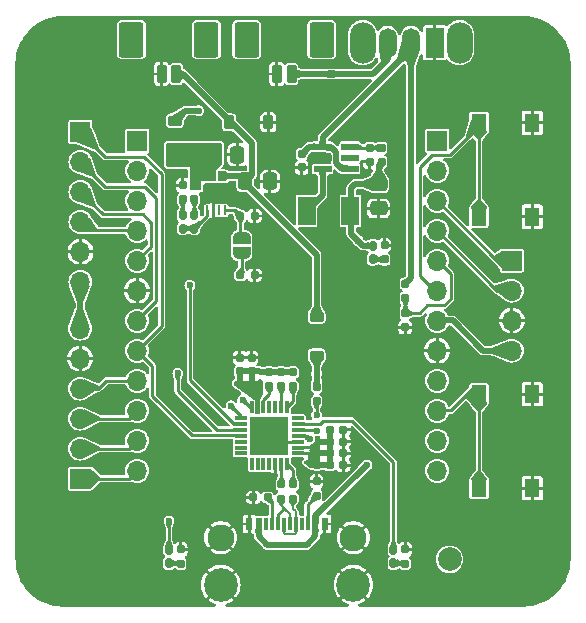
<source format=gbr>
%TF.GenerationSoftware,KiCad,Pcbnew,8.0.3*%
%TF.CreationDate,2024-10-16T20:56:53-05:00*%
%TF.ProjectId,BB-STM32 Dev Board,42422d53-544d-4333-9220-44657620426f,0*%
%TF.SameCoordinates,Original*%
%TF.FileFunction,Copper,L1,Top*%
%TF.FilePolarity,Positive*%
%FSLAX46Y46*%
G04 Gerber Fmt 4.6, Leading zero omitted, Abs format (unit mm)*
G04 Created by KiCad (PCBNEW 8.0.3) date 2024-10-16 20:56:53*
%MOMM*%
%LPD*%
G01*
G04 APERTURE LIST*
G04 Aperture macros list*
%AMRoundRect*
0 Rectangle with rounded corners*
0 $1 Rounding radius*
0 $2 $3 $4 $5 $6 $7 $8 $9 X,Y pos of 4 corners*
0 Add a 4 corners polygon primitive as box body*
4,1,4,$2,$3,$4,$5,$6,$7,$8,$9,$2,$3,0*
0 Add four circle primitives for the rounded corners*
1,1,$1+$1,$2,$3*
1,1,$1+$1,$4,$5*
1,1,$1+$1,$6,$7*
1,1,$1+$1,$8,$9*
0 Add four rect primitives between the rounded corners*
20,1,$1+$1,$2,$3,$4,$5,0*
20,1,$1+$1,$4,$5,$6,$7,0*
20,1,$1+$1,$6,$7,$8,$9,0*
20,1,$1+$1,$8,$9,$2,$3,0*%
%AMFreePoly0*
4,1,19,0.500000,-0.750000,0.000000,-0.750000,0.000000,-0.744911,-0.071157,-0.744911,-0.207708,-0.704816,-0.327430,-0.627875,-0.420627,-0.520320,-0.479746,-0.390866,-0.500000,-0.250000,-0.500000,0.250000,-0.479746,0.390866,-0.420627,0.520320,-0.327430,0.627875,-0.207708,0.704816,-0.071157,0.744911,0.000000,0.744911,0.000000,0.750000,0.500000,0.750000,0.500000,-0.750000,0.500000,-0.750000,
$1*%
%AMFreePoly1*
4,1,19,0.000000,0.744911,0.071157,0.744911,0.207708,0.704816,0.327430,0.627875,0.420627,0.520320,0.479746,0.390866,0.500000,0.250000,0.500000,-0.250000,0.479746,-0.390866,0.420627,-0.520320,0.327430,-0.627875,0.207708,-0.704816,0.071157,-0.744911,0.000000,-0.744911,0.000000,-0.750000,-0.500000,-0.750000,-0.500000,0.750000,0.000000,0.750000,0.000000,0.744911,0.000000,0.744911,
$1*%
G04 Aperture macros list end*
%TA.AperFunction,ComponentPad*%
%ADD10R,1.700000X1.700000*%
%TD*%
%TA.AperFunction,ComponentPad*%
%ADD11O,1.700000X1.700000*%
%TD*%
%TA.AperFunction,SMDPad,CuDef*%
%ADD12RoundRect,0.062500X-0.062500X0.337500X-0.062500X-0.337500X0.062500X-0.337500X0.062500X0.337500X0*%
%TD*%
%TA.AperFunction,HeatsinkPad*%
%ADD13R,1.400000X1.700000*%
%TD*%
%TA.AperFunction,SMDPad,CuDef*%
%ADD14R,1.500000X2.400000*%
%TD*%
%TA.AperFunction,SMDPad,CuDef*%
%ADD15RoundRect,0.250000X-0.337500X-0.475000X0.337500X-0.475000X0.337500X0.475000X-0.337500X0.475000X0*%
%TD*%
%TA.AperFunction,SMDPad,CuDef*%
%ADD16RoundRect,0.073750X-0.651250X-0.221250X0.651250X-0.221250X0.651250X0.221250X-0.651250X0.221250X0*%
%TD*%
%TA.AperFunction,ComponentPad*%
%ADD17C,2.280000*%
%TD*%
%TA.AperFunction,ComponentPad*%
%ADD18C,2.850000*%
%TD*%
%TA.AperFunction,SMDPad,CuDef*%
%ADD19R,0.300000X1.100000*%
%TD*%
%TA.AperFunction,SMDPad,CuDef*%
%ADD20R,0.600000X1.100000*%
%TD*%
%TA.AperFunction,SMDPad,CuDef*%
%ADD21R,0.300000X1.000000*%
%TD*%
%TA.AperFunction,SMDPad,CuDef*%
%ADD22R,1.000000X0.300000*%
%TD*%
%TA.AperFunction,SMDPad,CuDef*%
%ADD23R,3.300000X3.300000*%
%TD*%
%TA.AperFunction,ComponentPad*%
%ADD24O,1.500000X2.500000*%
%TD*%
%TA.AperFunction,ComponentPad*%
%ADD25R,1.500000X2.500000*%
%TD*%
%TA.AperFunction,ComponentPad*%
%ADD26O,2.200000X3.500000*%
%TD*%
%TA.AperFunction,SMDPad,CuDef*%
%ADD27RoundRect,0.160000X0.160000X-0.197500X0.160000X0.197500X-0.160000X0.197500X-0.160000X-0.197500X0*%
%TD*%
%TA.AperFunction,SMDPad,CuDef*%
%ADD28RoundRect,0.225000X-0.375000X0.225000X-0.375000X-0.225000X0.375000X-0.225000X0.375000X0.225000X0*%
%TD*%
%TA.AperFunction,SMDPad,CuDef*%
%ADD29RoundRect,0.225000X-0.225000X-0.375000X0.225000X-0.375000X0.225000X0.375000X-0.225000X0.375000X0*%
%TD*%
%TA.AperFunction,SMDPad,CuDef*%
%ADD30RoundRect,0.160000X-0.160000X0.197500X-0.160000X-0.197500X0.160000X-0.197500X0.160000X0.197500X0*%
%TD*%
%TA.AperFunction,SMDPad,CuDef*%
%ADD31R,1.300000X1.550000*%
%TD*%
%TA.AperFunction,SMDPad,CuDef*%
%ADD32RoundRect,0.160000X-0.160000X0.222500X-0.160000X-0.222500X0.160000X-0.222500X0.160000X0.222500X0*%
%TD*%
%TA.AperFunction,SMDPad,CuDef*%
%ADD33RoundRect,0.155000X-0.212500X-0.155000X0.212500X-0.155000X0.212500X0.155000X-0.212500X0.155000X0*%
%TD*%
%TA.AperFunction,SMDPad,CuDef*%
%ADD34RoundRect,0.160000X0.160000X-0.222500X0.160000X0.222500X-0.160000X0.222500X-0.160000X-0.222500X0*%
%TD*%
%TA.AperFunction,SMDPad,CuDef*%
%ADD35RoundRect,0.200000X0.200000X0.600000X-0.200000X0.600000X-0.200000X-0.600000X0.200000X-0.600000X0*%
%TD*%
%TA.AperFunction,SMDPad,CuDef*%
%ADD36RoundRect,0.250001X0.799999X1.249999X-0.799999X1.249999X-0.799999X-1.249999X0.799999X-1.249999X0*%
%TD*%
%TA.AperFunction,ComponentPad*%
%ADD37C,2.000000*%
%TD*%
%TA.AperFunction,SMDPad,CuDef*%
%ADD38RoundRect,0.155000X0.155000X-0.212500X0.155000X0.212500X-0.155000X0.212500X-0.155000X-0.212500X0*%
%TD*%
%TA.AperFunction,SMDPad,CuDef*%
%ADD39RoundRect,0.155000X-0.155000X0.212500X-0.155000X-0.212500X0.155000X-0.212500X0.155000X0.212500X0*%
%TD*%
%TA.AperFunction,ComponentPad*%
%ADD40C,3.600000*%
%TD*%
%TA.AperFunction,ConnectorPad*%
%ADD41C,6.400000*%
%TD*%
%TA.AperFunction,SMDPad,CuDef*%
%ADD42RoundRect,0.160000X-0.197500X-0.160000X0.197500X-0.160000X0.197500X0.160000X-0.197500X0.160000X0*%
%TD*%
%TA.AperFunction,SMDPad,CuDef*%
%ADD43FreePoly0,270.000000*%
%TD*%
%TA.AperFunction,SMDPad,CuDef*%
%ADD44FreePoly1,270.000000*%
%TD*%
%TA.AperFunction,SMDPad,CuDef*%
%ADD45RoundRect,0.250000X-0.475000X0.337500X-0.475000X-0.337500X0.475000X-0.337500X0.475000X0.337500X0*%
%TD*%
%TA.AperFunction,ViaPad*%
%ADD46C,0.600000*%
%TD*%
%TA.AperFunction,Conductor*%
%ADD47C,0.254000*%
%TD*%
%TA.AperFunction,Conductor*%
%ADD48C,0.200000*%
%TD*%
%TA.AperFunction,Conductor*%
%ADD49C,0.500000*%
%TD*%
G04 APERTURE END LIST*
D10*
%TO.P,J9,1,Pin_1*%
%TO.N,unconnected-(J9-Pin_1-Pad1)*%
X125300000Y-83560000D03*
D11*
%TO.P,J9,2,Pin_2*%
%TO.N,unconnected-(J9-Pin_2-Pad2)*%
X125300000Y-86100000D03*
%TO.P,J9,3,Pin_3*%
%TO.N,unconnected-(J9-Pin_3-Pad3)*%
X125300000Y-88640000D03*
%TO.P,J9,4,Pin_4*%
%TO.N,/USB_CTS*%
X125300000Y-91180000D03*
%TO.P,J9,5,Pin_5*%
%TO.N,/USB_RTS*%
X125300000Y-93720000D03*
%TO.P,J9,6,Pin_6*%
%TO.N,GND*%
X125300000Y-96260000D03*
%TO.P,J9,7,Pin_7*%
%TO.N,/USB_RXD*%
X125300000Y-98800000D03*
%TO.P,J9,8,Pin_8*%
%TO.N,/USB_TXD*%
X125300000Y-101340000D03*
%TO.P,J9,9,Pin_9*%
%TO.N,Net-(J2-Pin_4)*%
X125300000Y-103880000D03*
%TO.P,J9,10,Pin_10*%
%TO.N,Net-(J2-Pin_3)*%
X125300000Y-106420000D03*
%TO.P,J9,11,Pin_11*%
%TO.N,Net-(J2-Pin_2)*%
X125300000Y-108960000D03*
%TO.P,J9,12,Pin_12*%
%TO.N,Net-(J2-Pin_1)*%
X125300000Y-111500000D03*
%TD*%
D10*
%TO.P,J8,1,Pin_1*%
%TO.N,/SWCLK*%
X150700000Y-83560000D03*
D11*
%TO.P,J8,2,Pin_2*%
%TO.N,/SWDIO*%
X150700000Y-86100000D03*
%TO.P,J8,3,Pin_3*%
%TO.N,Net-(J5-Pin_1)*%
X150700000Y-88640000D03*
%TO.P,J8,4,Pin_4*%
%TO.N,Net-(J5-Pin_2)*%
X150700000Y-91180000D03*
%TO.P,J8,5,Pin_5*%
%TO.N,Net-(J8-Pin_5)*%
X150700000Y-93720000D03*
%TO.P,J8,6,Pin_6*%
%TO.N,/NRST*%
X150700000Y-96260000D03*
%TO.P,J8,7,Pin_7*%
%TO.N,+3V3*%
X150700000Y-98800000D03*
%TO.P,J8,8,Pin_8*%
%TO.N,GND*%
X150700000Y-101340000D03*
%TO.P,J8,9,Pin_9*%
%TO.N,unconnected-(J8-Pin_9-Pad9)*%
X150700000Y-103880000D03*
%TO.P,J8,10,Pin_10*%
%TO.N,Net-(J8-Pin_10)*%
X150700000Y-106420000D03*
%TO.P,J8,11,Pin_11*%
%TO.N,unconnected-(J8-Pin_11-Pad11)*%
X150700000Y-108960000D03*
%TO.P,J8,12,Pin_12*%
%TO.N,unconnected-(J8-Pin_12-Pad12)*%
X150700000Y-111500000D03*
%TD*%
D12*
%TO.P,U1,1,V_{DD}*%
%TO.N,Net-(D4-K)*%
X132750000Y-86550000D03*
%TO.P,U1,2,V_{DD}*%
X132250000Y-86550000D03*
%TO.P,U1,3,V_{BAT}*%
%TO.N,Net-(D8-A)*%
X131750000Y-86550000D03*
%TO.P,U1,4,V_{BAT}*%
X131250000Y-86550000D03*
%TO.P,U1,5,STAT*%
%TO.N,Net-(D5-K)*%
X131250000Y-89450000D03*
%TO.P,U1,6,V_{SS}*%
%TO.N,GND*%
X131750000Y-89450000D03*
%TO.P,U1,7,NC*%
%TO.N,unconnected-(U1-NC-Pad7)*%
X132250000Y-89450000D03*
%TO.P,U1,8,PROG*%
%TO.N,Net-(JP1-A)*%
X132750000Y-89450000D03*
D13*
%TO.P,U1,6,V_{SS}*%
%TO.N,GND*%
X132000000Y-88000000D03*
%TD*%
D14*
%TO.P,L1,1*%
%TO.N,Net-(U2-SW)*%
X139650000Y-89500000D03*
%TO.P,L1,2*%
%TO.N,+3V3*%
X143350000Y-89500000D03*
%TD*%
D15*
%TO.P,C13,1*%
%TO.N,Net-(D4-K)*%
X134462500Y-87000000D03*
%TO.P,C13,2*%
%TO.N,GND*%
X136537500Y-87000000D03*
%TD*%
%TO.P,C12,1*%
%TO.N,Net-(D8-A)*%
X131712500Y-84750000D03*
%TO.P,C12,2*%
%TO.N,GND*%
X133787500Y-84750000D03*
%TD*%
D16*
%TO.P,U2,1,EN*%
%TO.N,VBAT*%
X141000000Y-84050000D03*
%TO.P,U2,2,GND*%
%TO.N,GND*%
X141000000Y-85000000D03*
%TO.P,U2,3,SW*%
%TO.N,Net-(U2-SW)*%
X141000000Y-85950000D03*
%TO.P,U2,4,VIN*%
%TO.N,VBAT*%
X143310000Y-85950000D03*
%TO.P,U2,5,PG*%
%TO.N,unconnected-(U2-PG-Pad5)*%
X143310000Y-85000000D03*
%TO.P,U2,6,FB*%
%TO.N,Net-(U2-FB)*%
X143310000Y-84050000D03*
%TD*%
D17*
%TO.P,J1,MH4,MH4*%
%TO.N,GND*%
X143620000Y-117150000D03*
D18*
%TO.P,J1,MH3,MH3*%
X143620000Y-121150000D03*
%TO.P,J1,MH2,MH2*%
X132380000Y-121150000D03*
D17*
%TO.P,J1,MH1,MH1*%
X132380000Y-117150000D03*
D19*
%TO.P,J1,B8,SBU2*%
%TO.N,unconnected-(J1-SBU2-PadB8)*%
X136250000Y-116000000D03*
%TO.P,J1,B7,DN2*%
%TO.N,/USB_DN*%
X137250000Y-116000000D03*
%TO.P,J1,B6,DP2*%
%TO.N,/USB_DP*%
X138750000Y-116000000D03*
%TO.P,J1,B5,CC2*%
%TO.N,Net-(J1-CC2)*%
X139750000Y-116000000D03*
D20*
%TO.P,J1,A12,GND_2*%
%TO.N,GND*%
X141200000Y-116000000D03*
%TO.P,J1,A9,VBUS_2*%
%TO.N,USB_VBUS*%
X140400000Y-116000000D03*
D19*
%TO.P,J1,A8,SBU1*%
%TO.N,unconnected-(J1-SBU1-PadA8)*%
X139250000Y-116000000D03*
%TO.P,J1,A7,DN1*%
%TO.N,/USB_DN*%
X138250000Y-116000000D03*
%TO.P,J1,A6,DP1*%
%TO.N,/USB_DP*%
X137750000Y-116000000D03*
%TO.P,J1,A5,CC1*%
%TO.N,Net-(J1-CC1)*%
X136750000Y-116000000D03*
D20*
%TO.P,J1,A4,VBUS_1*%
%TO.N,USB_VBUS*%
X135600000Y-116000000D03*
%TO.P,J1,A1,GND_1*%
%TO.N,GND*%
X134800000Y-116000000D03*
%TD*%
D21*
%TO.P,IC1,1,DEBUGGER*%
%TO.N,Net-(IC1-DEBUGGER)*%
X138000000Y-106125000D03*
%TO.P,IC1,2,STEST_RSTN*%
%TO.N,Net-(IC1-STEST_RSTN)*%
X137500000Y-106125000D03*
%TO.P,IC1,3,RESETN*%
%TO.N,unconnected-(IC1-RESETN-Pad3)*%
X137000000Y-106125000D03*
%TO.P,IC1,4,DCNF0*%
%TO.N,unconnected-(IC1-DCNF0-Pad4)*%
X136500000Y-106125000D03*
%TO.P,IC1,5,DCNF1*%
%TO.N,Net-(IC1-DCNF1)*%
X136000000Y-106125000D03*
%TO.P,IC1,6,VCCIO*%
%TO.N,/VCCIN*%
X135500000Y-106125000D03*
%TO.P,IC1,7,DIO0*%
%TO.N,Net-(D1-A)*%
X135000000Y-106125000D03*
D22*
%TO.P,IC1,8,DIO1*%
%TO.N,/USB_RTS*%
X134100000Y-107025000D03*
%TO.P,IC1,9,DIO2*%
%TO.N,/USB_CTS*%
X134100000Y-107525000D03*
%TO.P,IC1,10,DIO3*%
%TO.N,/USB_RXD*%
X134100000Y-108025000D03*
%TO.P,IC1,11,DIO4*%
%TO.N,/USB_TXD*%
X134100000Y-108525000D03*
%TO.P,IC1,12,DIO5*%
%TO.N,unconnected-(IC1-DIO5-Pad12)*%
X134100000Y-109025000D03*
%TO.P,IC1,13,DIO6*%
%TO.N,unconnected-(IC1-DIO6-Pad13)*%
X134100000Y-109525000D03*
%TO.P,IC1,14,DIO7*%
%TO.N,unconnected-(IC1-DIO7-Pad14)*%
X134100000Y-110025000D03*
D21*
%TO.P,IC1,15,DIO8*%
%TO.N,unconnected-(IC1-DIO8-Pad15)*%
X135000000Y-110925000D03*
%TO.P,IC1,16,DIO9*%
%TO.N,unconnected-(IC1-DIO9-Pad16)*%
X135500000Y-110925000D03*
%TO.P,IC1,17,DIO10*%
%TO.N,unconnected-(IC1-DIO10-Pad17)*%
X136000000Y-110925000D03*
%TO.P,IC1,18,DIO11*%
%TO.N,unconnected-(IC1-DIO11-Pad18)*%
X136500000Y-110925000D03*
%TO.P,IC1,19,GND*%
%TO.N,GND*%
X137000000Y-110925000D03*
%TO.P,IC1,20,DM*%
%TO.N,Net-(IC1-DM)*%
X137500000Y-110925000D03*
%TO.P,IC1,21,DP*%
%TO.N,Net-(IC1-DP)*%
X138000000Y-110925000D03*
D22*
%TO.P,IC1,22,VOUT3V3*%
%TO.N,/VCCIN*%
X138900000Y-110025000D03*
%TO.P,IC1,23,VCCIN*%
X138900000Y-109525000D03*
%TO.P,IC1,24,AGND*%
%TO.N,GND*%
X138900000Y-109025000D03*
%TO.P,IC1,25,FSOURCE*%
%TO.N,Net-(IC1-FSOURCE)*%
X138900000Y-108525000D03*
%TO.P,IC1,26,VBUS_DET*%
%TO.N,Net-(IC1-VBUS_DET)*%
X138900000Y-108025000D03*
%TO.P,IC1,27,DIO12*%
%TO.N,Net-(D2-A)*%
X138900000Y-107525000D03*
%TO.P,IC1,28,DIO13*%
%TO.N,unconnected-(IC1-DIO13-Pad28)*%
X138900000Y-107025000D03*
D23*
%TO.P,IC1,29,EP*%
%TO.N,GND*%
X136500000Y-108525000D03*
%TD*%
D24*
%TO.P,SW4,3,C*%
%TO.N,Net-(D8-K)*%
X146500000Y-75250000D03*
%TO.P,SW4,2,B*%
%TO.N,VBAT*%
X148500000Y-75250000D03*
D25*
%TO.P,SW4,1,A*%
%TO.N,GND*%
X150500000Y-75250000D03*
D26*
%TO.P,SW4,*%
%TO.N,*%
X144400000Y-75250000D03*
X152600000Y-75250000D03*
%TD*%
D27*
%TO.P,R21,1*%
%TO.N,GND*%
X148000000Y-99347500D03*
%TO.P,R21,2*%
%TO.N,Net-(J8-Pin_5)*%
X148000000Y-98152500D03*
%TD*%
%TO.P,R20,1*%
%TO.N,Net-(J8-Pin_5)*%
X148000000Y-96847500D03*
%TO.P,R20,2*%
%TO.N,VBAT*%
X148000000Y-95652500D03*
%TD*%
D28*
%TO.P,D8,1,K*%
%TO.N,Net-(D8-K)*%
X128500000Y-81850000D03*
%TO.P,D8,2,A*%
%TO.N,Net-(D8-A)*%
X128500000Y-85150000D03*
%TD*%
%TO.P,D7,1,K*%
%TO.N,Net-(D4-K)*%
X140500707Y-98450707D03*
%TO.P,D7,2,A*%
%TO.N,USB_VBUS*%
X140500707Y-101750707D03*
%TD*%
D29*
%TO.P,D4,1,K*%
%TO.N,Net-(D4-K)*%
X133100000Y-82000000D03*
%TO.P,D4,2,A*%
%TO.N,GND*%
X136400000Y-82000000D03*
%TD*%
D30*
%TO.P,R5,1*%
%TO.N,Net-(IC1-DM)*%
X137500000Y-112652500D03*
%TO.P,R5,2*%
%TO.N,/USB_DN*%
X137500000Y-113847500D03*
%TD*%
D31*
%TO.P,SW1,1,1*%
%TO.N,GND*%
X158750000Y-105025000D03*
X158750000Y-112975000D03*
%TO.P,SW1,2,2*%
%TO.N,Net-(J8-Pin_10)*%
X154250000Y-105025000D03*
X154250000Y-112975000D03*
%TD*%
D32*
%TO.P,D6,1,K*%
%TO.N,Net-(D6-K)*%
X129150000Y-89852500D03*
%TO.P,D6,2,A*%
%TO.N,Net-(D5-K)*%
X129150000Y-90997500D03*
%TD*%
D27*
%TO.P,R8,1*%
%TO.N,Net-(IC1-DCNF1)*%
X136500000Y-104347500D03*
%TO.P,R8,2*%
%TO.N,/VCCIN*%
X136500000Y-103152500D03*
%TD*%
%TO.P,R12,1*%
%TO.N,GND*%
X145000000Y-85347500D03*
%TO.P,R12,2*%
%TO.N,Net-(U2-FB)*%
X145000000Y-84152500D03*
%TD*%
D33*
%TO.P,C6,1*%
%TO.N,/VCCIN*%
X141615000Y-111025000D03*
%TO.P,C6,2*%
%TO.N,GND*%
X142750000Y-111025000D03*
%TD*%
%TO.P,C1,1*%
%TO.N,/VCCIN*%
X141615000Y-108025000D03*
%TO.P,C1,2*%
%TO.N,GND*%
X142750000Y-108025000D03*
%TD*%
D31*
%TO.P,SW2,1,1*%
%TO.N,GND*%
X158750000Y-82025000D03*
X158750000Y-89975000D03*
%TO.P,SW2,2,2*%
%TO.N,/NRST*%
X154250000Y-82025000D03*
X154250000Y-89975000D03*
%TD*%
D34*
%TO.P,D3,1,K*%
%TO.N,Net-(D3-K)*%
X145250000Y-93572500D03*
%TO.P,D3,2,A*%
%TO.N,+3V3*%
X145250000Y-92427500D03*
%TD*%
D35*
%TO.P,J6,1,Pin_1*%
%TO.N,Net-(D4-K)*%
X128625000Y-77900000D03*
%TO.P,J6,2,Pin_2*%
%TO.N,GND*%
X127375000Y-77900000D03*
D36*
%TO.P,J6,MP*%
%TO.N,N/C*%
X131175000Y-75000000D03*
X124825000Y-75000000D03*
%TD*%
D37*
%TO.P,TP1,1,1*%
%TO.N,Net-(IC1-FSOURCE)*%
X151750000Y-119000000D03*
%TD*%
D38*
%TO.P,C3,1*%
%TO.N,/VCCIN*%
X134000000Y-103067500D03*
%TO.P,C3,2*%
%TO.N,GND*%
X134000000Y-101932500D03*
%TD*%
D34*
%TO.P,D5,1,K*%
%TO.N,Net-(D5-K)*%
X130150000Y-90997500D03*
%TO.P,D5,2,A*%
%TO.N,Net-(D5-A)*%
X130150000Y-89852500D03*
%TD*%
D27*
%TO.P,R7,1*%
%TO.N,Net-(IC1-STEST_RSTN)*%
X137500000Y-104347500D03*
%TO.P,R7,2*%
%TO.N,/VCCIN*%
X137500000Y-103152500D03*
%TD*%
D39*
%TO.P,C7,1*%
%TO.N,VBAT*%
X139250000Y-84682500D03*
%TO.P,C7,2*%
%TO.N,GND*%
X139250000Y-85817500D03*
%TD*%
D30*
%TO.P,R10,1*%
%TO.N,GND*%
X148000000Y-118152500D03*
%TO.P,R10,2*%
%TO.N,Net-(D2-K)*%
X148000000Y-119347500D03*
%TD*%
D27*
%TO.P,R17,1*%
%TO.N,Net-(D6-K)*%
X129150000Y-88522500D03*
%TO.P,R17,2*%
%TO.N,GND*%
X129150000Y-87327500D03*
%TD*%
D40*
%TO.P,H2,1,1*%
%TO.N,GND*%
X158000000Y-77000000D03*
D41*
X158000000Y-77000000D03*
%TD*%
D42*
%TO.P,R19,1*%
%TO.N,Net-(JP1-B)*%
X134052500Y-94925000D03*
%TO.P,R19,2*%
%TO.N,GND*%
X135247500Y-94925000D03*
%TD*%
%TO.P,R18,1*%
%TO.N,Net-(JP1-A)*%
X134052500Y-89925000D03*
%TO.P,R18,2*%
%TO.N,GND*%
X135247500Y-89925000D03*
%TD*%
D10*
%TO.P,J2,1,Pin_1*%
%TO.N,Net-(J2-Pin_1)*%
X120475000Y-112160000D03*
D11*
%TO.P,J2,2,Pin_2*%
%TO.N,Net-(J2-Pin_2)*%
X120475000Y-109620000D03*
%TO.P,J2,3,Pin_3*%
%TO.N,Net-(J2-Pin_3)*%
X120475000Y-107080000D03*
%TO.P,J2,4,Pin_4*%
%TO.N,Net-(J2-Pin_4)*%
X120475000Y-104540000D03*
%TO.P,J2,5,Pin_5*%
%TO.N,GND*%
X120475000Y-102000000D03*
%TO.P,J2,6,Pin_6*%
%TO.N,+3V3*%
X120475000Y-99460000D03*
%TD*%
D30*
%TO.P,R4,1*%
%TO.N,Net-(IC1-DP)*%
X138500000Y-112652500D03*
%TO.P,R4,2*%
%TO.N,/USB_DP*%
X138500000Y-113847500D03*
%TD*%
D27*
%TO.P,R16,1*%
%TO.N,Net-(D5-A)*%
X130150000Y-88522500D03*
%TO.P,R16,2*%
%TO.N,Net-(D8-A)*%
X130150000Y-87327500D03*
%TD*%
D40*
%TO.P,H3,1,1*%
%TO.N,GND*%
X119000000Y-119000000D03*
D41*
X119000000Y-119000000D03*
%TD*%
D35*
%TO.P,J7,1,Pin_1*%
%TO.N,Net-(D8-K)*%
X138375000Y-77900000D03*
%TO.P,J7,2,Pin_2*%
%TO.N,GND*%
X137125000Y-77900000D03*
D36*
%TO.P,J7,MP*%
%TO.N,N/C*%
X140925000Y-75000000D03*
X134575000Y-75000000D03*
%TD*%
D33*
%TO.P,C5,1*%
%TO.N,/VCCIN*%
X141615000Y-110025000D03*
%TO.P,C5,2*%
%TO.N,GND*%
X142750000Y-110025000D03*
%TD*%
%TO.P,C2,1*%
%TO.N,/VCCIN*%
X141615000Y-109025000D03*
%TO.P,C2,2*%
%TO.N,GND*%
X142750000Y-109025000D03*
%TD*%
D11*
%TO.P,J5,4,Pin_4*%
%TO.N,+3V3*%
X157025000Y-101320000D03*
%TO.P,J5,3,Pin_3*%
%TO.N,GND*%
X157025000Y-98780000D03*
%TO.P,J5,2,Pin_2*%
%TO.N,Net-(J5-Pin_2)*%
X157025000Y-96240000D03*
D10*
%TO.P,J5,1,Pin_1*%
%TO.N,Net-(J5-Pin_1)*%
X157025000Y-93700000D03*
%TD*%
D30*
%TO.P,R11,1*%
%TO.N,Net-(U2-FB)*%
X146000000Y-84152500D03*
%TO.P,R11,2*%
%TO.N,+3V3*%
X146000000Y-85347500D03*
%TD*%
D27*
%TO.P,R15,1*%
%TO.N,Net-(D3-K)*%
X146250000Y-93597500D03*
%TO.P,R15,2*%
%TO.N,GND*%
X146250000Y-92402500D03*
%TD*%
D40*
%TO.P,H4,1,1*%
%TO.N,GND*%
X158000000Y-119000000D03*
D41*
X158000000Y-119000000D03*
%TD*%
D27*
%TO.P,R9,1*%
%TO.N,Net-(D1-K)*%
X129000000Y-119347500D03*
%TO.P,R9,2*%
%TO.N,GND*%
X129000000Y-118152500D03*
%TD*%
D43*
%TO.P,JP1,1,A*%
%TO.N,Net-(JP1-A)*%
X134150000Y-91775000D03*
D44*
%TO.P,JP1,2,B*%
%TO.N,Net-(JP1-B)*%
X134150000Y-93075000D03*
%TD*%
D34*
%TO.P,D1,1,K*%
%TO.N,Net-(D1-K)*%
X128000000Y-119322500D03*
%TO.P,D1,2,A*%
%TO.N,Net-(D1-A)*%
X128000000Y-118177500D03*
%TD*%
D40*
%TO.P,H1,1,1*%
%TO.N,GND*%
X119000000Y-77000000D03*
D41*
X119000000Y-77000000D03*
%TD*%
D27*
%TO.P,R6,1*%
%TO.N,Net-(IC1-DEBUGGER)*%
X138500000Y-104347500D03*
%TO.P,R6,2*%
%TO.N,/VCCIN*%
X138500000Y-103152500D03*
%TD*%
D38*
%TO.P,C4,1*%
%TO.N,/VCCIN*%
X135000000Y-103067500D03*
%TO.P,C4,2*%
%TO.N,GND*%
X135000000Y-101932500D03*
%TD*%
D10*
%TO.P,J3,1,Pin_1*%
%TO.N,/USB_TXD*%
X120500000Y-82800000D03*
D11*
%TO.P,J3,2,Pin_2*%
%TO.N,/USB_RXD*%
X120500000Y-85340000D03*
%TO.P,J3,3,Pin_3*%
%TO.N,/USB_RTS*%
X120500000Y-87880000D03*
%TO.P,J3,4,Pin_4*%
%TO.N,/USB_CTS*%
X120500000Y-90420000D03*
%TO.P,J3,5,Pin_5*%
%TO.N,GND*%
X120500000Y-92960000D03*
%TO.P,J3,6,Pin_6*%
%TO.N,+3V3*%
X120500000Y-95500000D03*
%TD*%
D34*
%TO.P,D2,1,K*%
%TO.N,Net-(D2-K)*%
X147000000Y-119322500D03*
%TO.P,D2,2,A*%
%TO.N,Net-(D2-A)*%
X147000000Y-118177500D03*
%TD*%
D42*
%TO.P,R1,1*%
%TO.N,GND*%
X135152500Y-113750000D03*
%TO.P,R1,2*%
%TO.N,Net-(J1-CC1)*%
X136347500Y-113750000D03*
%TD*%
D27*
%TO.P,R2,1*%
%TO.N,Net-(J1-CC2)*%
X140500000Y-113597500D03*
%TO.P,R2,2*%
%TO.N,GND*%
X140500000Y-112402500D03*
%TD*%
D30*
%TO.P,R3,1*%
%TO.N,USB_VBUS*%
X140500000Y-104401500D03*
%TO.P,R3,2*%
%TO.N,Net-(IC1-VBUS_DET)*%
X140500000Y-105596500D03*
%TD*%
D45*
%TO.P,C8,1*%
%TO.N,+3V3*%
X145750000Y-87212500D03*
%TO.P,C8,2*%
%TO.N,GND*%
X145750000Y-89287500D03*
%TD*%
D46*
%TO.N,/USB_CTS*%
X129777000Y-95777000D03*
%TO.N,GND*%
X138685920Y-110708536D03*
X133000000Y-109250000D03*
X127250000Y-103750000D03*
X129750000Y-104750000D03*
X130500000Y-107750000D03*
X132250000Y-107250000D03*
%TO.N,USB_VBUS*%
X140500000Y-103250000D03*
%TO.N,Net-(IC1-VBUS_DET)*%
X140500000Y-108098580D03*
X140500000Y-106750000D03*
%TO.N,GND*%
X136500000Y-108500000D03*
X137500000Y-109500000D03*
X135500000Y-109500000D03*
X135500000Y-107500000D03*
%TO.N,Net-(D8-K)*%
X130500000Y-81000000D03*
%TO.N,+3V3*%
X144000000Y-92000000D03*
%TO.N,GND*%
X144250000Y-78750000D03*
X147640929Y-77917606D03*
X144750000Y-88250000D03*
X140000000Y-87000000D03*
X140000000Y-83000000D03*
X143250000Y-82750000D03*
X142250000Y-87000000D03*
X123500000Y-94500000D03*
X133000000Y-83500000D03*
X137750000Y-79500000D03*
X131500000Y-101500000D03*
X134750000Y-90750000D03*
X138750000Y-92500000D03*
X154250000Y-73500000D03*
X153250000Y-106500000D03*
X126750000Y-84000000D03*
X130500000Y-103500000D03*
X139500000Y-113500000D03*
X142000000Y-112000000D03*
X149250000Y-73500000D03*
X147500000Y-73500000D03*
X153500000Y-84000000D03*
X154000000Y-93000000D03*
X126750000Y-101500000D03*
X126500000Y-86750000D03*
X128000000Y-95000000D03*
X147000000Y-82750000D03*
%TO.N,USB_VBUS*%
X144758084Y-111008084D03*
%TO.N,Net-(D8-K)*%
X141750000Y-77900000D03*
%TO.N,/VCCIN*%
X140000000Y-110250000D03*
X135000000Y-104750000D03*
%TO.N,Net-(D1-A)*%
X134250000Y-105500000D03*
X128000000Y-115750000D03*
%TO.N,/USB_RXD*%
X128750000Y-103250000D03*
%TO.N,/USB_RTS*%
X133250000Y-106000000D03*
%TO.N,Net-(IC1-FSOURCE)*%
X139896524Y-108816143D03*
%TD*%
D47*
%TO.N,/USB_DN*%
X137250000Y-116000000D02*
X137250000Y-115196000D01*
X137250000Y-115196000D02*
X137733501Y-114712499D01*
D48*
X137787501Y-114712499D02*
X138250000Y-115174999D01*
D47*
X137733501Y-114712499D02*
X137787501Y-114712499D01*
D48*
X137500000Y-114424999D02*
X137787501Y-114712499D01*
%TO.N,/USB_DP*%
X137810000Y-116810000D02*
X137750000Y-116750000D01*
X138690000Y-116810000D02*
X137810000Y-116810000D01*
X138750000Y-116750000D02*
X138690000Y-116810000D01*
X137750000Y-116750000D02*
X137750000Y-116000000D01*
X138750000Y-116000000D02*
X138750000Y-116750000D01*
D49*
%TO.N,USB_VBUS*%
X139700000Y-117750000D02*
X140400000Y-117050000D01*
X136300000Y-117750000D02*
X139700000Y-117750000D01*
X135600000Y-117050000D02*
X136300000Y-117750000D01*
X140400000Y-117050000D02*
X140400000Y-116000000D01*
X135600000Y-116000000D02*
X135600000Y-117050000D01*
D47*
%TO.N,Net-(D1-K)*%
X128025000Y-119347500D02*
X128000000Y-119322500D01*
X129000000Y-119347500D02*
X128025000Y-119347500D01*
%TO.N,Net-(J8-Pin_5)*%
X151837000Y-94827000D02*
X150700000Y-93690000D01*
X151837000Y-96931981D02*
X151837000Y-94827000D01*
X151268981Y-97500000D02*
X151837000Y-96931981D01*
X149883801Y-97500000D02*
X151268981Y-97500000D01*
X149231301Y-98152500D02*
X149883801Y-97500000D01*
X148000000Y-98152500D02*
X149231301Y-98152500D01*
%TO.N,/USB_CTS*%
X133525000Y-107525000D02*
X134100000Y-107525000D01*
X129777000Y-103777000D02*
X133525000Y-107525000D01*
X129777000Y-95777000D02*
X129777000Y-103777000D01*
%TO.N,/USB_TXD*%
X127385000Y-99255000D02*
X127385000Y-98750000D01*
X125300000Y-101340000D02*
X127385000Y-99255000D01*
X127385000Y-86385000D02*
X127385000Y-98750000D01*
%TO.N,Net-(J2-Pin_4)*%
X122660000Y-103880000D02*
X125300000Y-103880000D01*
X120475000Y-104540000D02*
X122000000Y-104540000D01*
X122000000Y-104540000D02*
X122660000Y-103880000D01*
%TO.N,/USB_TXD*%
X125893000Y-84893000D02*
X127385000Y-86385000D01*
X122593000Y-84893000D02*
X125893000Y-84893000D01*
X120500000Y-82800000D02*
X122593000Y-84893000D01*
X126600000Y-102640000D02*
X125577742Y-101617742D01*
X126600000Y-105150000D02*
X126600000Y-102640000D01*
X129950000Y-108500000D02*
X126600000Y-105150000D01*
%TO.N,Net-(D2-A)*%
X147000000Y-110750000D02*
X143500000Y-107250000D01*
X147000000Y-118177500D02*
X147000000Y-110750000D01*
D49*
%TO.N,Net-(D4-K)*%
X140500707Y-93197231D02*
X140500707Y-98450707D01*
X134082500Y-86779024D02*
X140500707Y-93197231D01*
D47*
%TO.N,/USB_TXD*%
X130450000Y-108500000D02*
X129950000Y-108500000D01*
%TO.N,Net-(J1-CC2)*%
X139750000Y-114347500D02*
X140500000Y-113597500D01*
X139750000Y-116000000D02*
X139750000Y-114347500D01*
D48*
%TO.N,/USB_DN*%
X138250000Y-115174999D02*
X138250000Y-116000000D01*
X137500000Y-113847500D02*
X137500000Y-114424999D01*
%TO.N,/USB_DP*%
X138750000Y-115174999D02*
X138750000Y-116000000D01*
X138500000Y-114711103D02*
X138725000Y-114936103D01*
X138725000Y-114936103D02*
X138725000Y-115149999D01*
X138500000Y-113847500D02*
X138500000Y-114711103D01*
X138725000Y-115149999D02*
X138750000Y-115174999D01*
D47*
%TO.N,Net-(J1-CC1)*%
X136750000Y-114152500D02*
X136347500Y-113750000D01*
X136750000Y-116000000D02*
X136750000Y-114152500D01*
%TO.N,Net-(D2-A)*%
X139738420Y-107511580D02*
X139725000Y-107525000D01*
X143500000Y-107250000D02*
X141011580Y-107250000D01*
X139725000Y-107525000D02*
X138900000Y-107525000D01*
X141011580Y-107250000D02*
X140750000Y-107511580D01*
X140750000Y-107511580D02*
X139738420Y-107511580D01*
D49*
%TO.N,VBAT*%
X142653447Y-85950000D02*
X143310000Y-85950000D01*
X142154443Y-85450996D02*
X142653447Y-85950000D01*
X141725000Y-84050000D02*
X142154443Y-84479443D01*
X142154443Y-84479443D02*
X142154443Y-85450996D01*
X141000000Y-84050000D02*
X141725000Y-84050000D01*
D47*
%TO.N,/USB_RXD*%
X132025000Y-108025000D02*
X134100000Y-108025000D01*
X128750000Y-104750000D02*
X132025000Y-108025000D01*
X128750000Y-103250000D02*
X128750000Y-104750000D01*
%TO.N,Net-(IC1-DP)*%
X138500000Y-111425000D02*
X138000000Y-110925000D01*
X138500000Y-112555000D02*
X138500000Y-111425000D01*
X138402500Y-112652500D02*
X138500000Y-112555000D01*
X138500000Y-112652500D02*
X138402500Y-112652500D01*
D49*
%TO.N,USB_VBUS*%
X140400000Y-115366167D02*
X140400000Y-116000000D01*
X144758083Y-111008084D02*
X140400000Y-115366167D01*
D47*
%TO.N,/NRST*%
X149250000Y-85750000D02*
X150250000Y-84750000D01*
X149250000Y-95000000D02*
X149250000Y-85750000D01*
X150250000Y-84750000D02*
X151762500Y-84750000D01*
X150390000Y-96140000D02*
X149250000Y-95000000D01*
X154250000Y-82262500D02*
X154250000Y-82025000D01*
X150610000Y-96140000D02*
X150390000Y-96140000D01*
X151762500Y-84750000D02*
X154250000Y-82262500D01*
X150700000Y-96230000D02*
X150610000Y-96140000D01*
D49*
%TO.N,Net-(D4-K)*%
X135000000Y-86462500D02*
X134462500Y-87000000D01*
X135000000Y-84783380D02*
X135000000Y-86462500D01*
X135010000Y-84773380D02*
X135000000Y-84783380D01*
X129150000Y-77900000D02*
X135010000Y-83760000D01*
X128625000Y-77900000D02*
X129150000Y-77900000D01*
X135010000Y-83760000D02*
X135010000Y-84773380D01*
X134012500Y-86550000D02*
X132750000Y-86550000D01*
X134462500Y-87000000D02*
X134012500Y-86550000D01*
%TO.N,USB_VBUS*%
X140500000Y-103250000D02*
X140500000Y-104401500D01*
X140500000Y-101751414D02*
X140500707Y-101750707D01*
X140500000Y-103250000D02*
X140500000Y-101751414D01*
D47*
%TO.N,Net-(IC1-VBUS_DET)*%
X140500000Y-105596500D02*
X140500000Y-106750000D01*
%TO.N,Net-(IC1-DCNF1)*%
X136500000Y-105000000D02*
X136000000Y-105500000D01*
X136500000Y-104347500D02*
X136500000Y-105000000D01*
X136000000Y-105500000D02*
X136000000Y-106125000D01*
%TO.N,Net-(IC1-STEST_RSTN)*%
X137500000Y-106125000D02*
X137500000Y-104347500D01*
%TO.N,Net-(IC1-DEBUGGER)*%
X138500000Y-104347500D02*
X138500000Y-105625000D01*
X138500000Y-105625000D02*
X138000000Y-106125000D01*
%TO.N,GND*%
X137000000Y-109025000D02*
X136500000Y-108525000D01*
X138900000Y-109025000D02*
X137000000Y-109025000D01*
D49*
%TO.N,Net-(U2-SW)*%
X141000000Y-88150000D02*
X139650000Y-89500000D01*
X141000000Y-85950000D02*
X141000000Y-88150000D01*
%TO.N,Net-(D8-K)*%
X130500000Y-81000000D02*
X129350000Y-81000000D01*
X129350000Y-81000000D02*
X128500000Y-81850000D01*
%TO.N,+3V3*%
X144000000Y-92000000D02*
X144427500Y-92427500D01*
X144427500Y-92427500D02*
X145250000Y-92427500D01*
X143435000Y-91435000D02*
X144000000Y-92000000D01*
X143435000Y-89500000D02*
X143435000Y-91435000D01*
X143787500Y-87212500D02*
X145750000Y-87212500D01*
X143435000Y-87565000D02*
X143787500Y-87212500D01*
X143435000Y-89500000D02*
X143435000Y-87565000D01*
D47*
%TO.N,Net-(D3-K)*%
X146250000Y-93597500D02*
X145275000Y-93597500D01*
X145275000Y-93597500D02*
X145250000Y-93572500D01*
%TO.N,Net-(U2-FB)*%
X143412500Y-84152500D02*
X143310000Y-84050000D01*
X146000000Y-84152500D02*
X143412500Y-84152500D01*
D49*
%TO.N,+3V3*%
X145750000Y-85597500D02*
X146000000Y-85347500D01*
X145750000Y-87212500D02*
X145750000Y-85597500D01*
%TO.N,VBAT*%
X148500000Y-95152500D02*
X148500000Y-75250000D01*
X148000000Y-95652500D02*
X148500000Y-95152500D01*
X141000000Y-83250000D02*
X141000000Y-84050000D01*
X148500000Y-75750000D02*
X141000000Y-83250000D01*
X148500000Y-75250000D02*
X148500000Y-75750000D01*
X139882500Y-84050000D02*
X139250000Y-84682500D01*
X141000000Y-84050000D02*
X139882500Y-84050000D01*
D47*
%TO.N,Net-(IC1-VBUS_DET)*%
X140427500Y-108025000D02*
X140500000Y-108097500D01*
X138900000Y-108025000D02*
X140427500Y-108025000D01*
%TO.N,Net-(IC1-DM)*%
X137500000Y-112652500D02*
X137500000Y-110925000D01*
%TO.N,Net-(J8-Pin_5)*%
X148000000Y-98152500D02*
X148000000Y-96847500D01*
%TO.N,Net-(JP1-B)*%
X134150000Y-93075000D02*
X134150000Y-94827500D01*
X134150000Y-94827500D02*
X134052500Y-94925000D01*
%TO.N,Net-(JP1-A)*%
X134052500Y-91677500D02*
X134150000Y-91775000D01*
X134052500Y-89925000D02*
X134052500Y-91677500D01*
X133577500Y-89450000D02*
X134052500Y-89925000D01*
X132750000Y-89450000D02*
X133577500Y-89450000D01*
%TO.N,Net-(D5-K)*%
X131250000Y-89897500D02*
X131250000Y-89450000D01*
X130150000Y-90997500D02*
X131250000Y-89897500D01*
X129150000Y-90997500D02*
X130150000Y-90997500D01*
%TO.N,Net-(D6-K)*%
X129150000Y-88522500D02*
X129150000Y-89852500D01*
%TO.N,Net-(D5-A)*%
X130150000Y-89852500D02*
X130150000Y-88522500D01*
D49*
%TO.N,Net-(D8-K)*%
X141750000Y-77900000D02*
X138375000Y-77900000D01*
X145270000Y-77900000D02*
X141750000Y-77900000D01*
X146500000Y-76670000D02*
X145270000Y-77900000D01*
X146500000Y-75250000D02*
X146500000Y-76670000D01*
D47*
%TO.N,Net-(D1-A)*%
X134875000Y-106125000D02*
X134250000Y-105500000D01*
X128000000Y-115750000D02*
X128000000Y-118177500D01*
X135000000Y-106125000D02*
X134875000Y-106125000D01*
%TO.N,Net-(D2-K)*%
X147975000Y-119322500D02*
X148000000Y-119347500D01*
X147000000Y-119322500D02*
X147975000Y-119322500D01*
%TO.N,/USB_RXD*%
X126931000Y-88431000D02*
X126931000Y-97139000D01*
X122593000Y-87433000D02*
X125933000Y-87433000D01*
X126931000Y-97139000D02*
X125300000Y-98770000D01*
X120500000Y-85340000D02*
X122593000Y-87433000D01*
X125933000Y-87433000D02*
X126931000Y-88431000D01*
%TO.N,/USB_RTS*%
X126477000Y-92513000D02*
X125300000Y-93690000D01*
X125787000Y-89787000D02*
X126477000Y-90477000D01*
X122407000Y-89787000D02*
X125787000Y-89787000D01*
X134100000Y-106850000D02*
X134100000Y-107025000D01*
X120500000Y-87880000D02*
X122407000Y-89787000D01*
X133250000Y-106000000D02*
X134100000Y-106850000D01*
X126477000Y-90477000D02*
X126477000Y-92513000D01*
%TO.N,Net-(IC1-FSOURCE)*%
X139870873Y-108706831D02*
X139689042Y-108525000D01*
X139870873Y-108790492D02*
X139870873Y-108706831D01*
X139896524Y-108816143D02*
X139870873Y-108790492D01*
X139689042Y-108525000D02*
X138900000Y-108525000D01*
%TO.N,/USB_TXD*%
X133596000Y-108525000D02*
X133571000Y-108500000D01*
X134100000Y-108525000D02*
X133596000Y-108525000D01*
X133571000Y-108500000D02*
X130450000Y-108500000D01*
%TO.N,/USB_CTS*%
X120500000Y-90420000D02*
X121230000Y-91150000D01*
X121230000Y-91150000D02*
X125300000Y-91150000D01*
%TO.N,Net-(J8-Pin_10)*%
X154250000Y-105025000D02*
X154250000Y-112975000D01*
X151860000Y-106390000D02*
X153225000Y-105025000D01*
X150700000Y-106390000D02*
X151860000Y-106390000D01*
X153225000Y-105025000D02*
X154250000Y-105025000D01*
%TO.N,Net-(J2-Pin_3)*%
X120475000Y-107080000D02*
X124610000Y-107080000D01*
X124610000Y-107080000D02*
X125300000Y-106390000D01*
%TO.N,Net-(J2-Pin_1)*%
X120475000Y-112160000D02*
X124610000Y-112160000D01*
X124610000Y-112160000D02*
X125300000Y-111470000D01*
D49*
%TO.N,+3V3*%
X120500000Y-99435000D02*
X120475000Y-99460000D01*
X154570000Y-101320000D02*
X157025000Y-101320000D01*
X152020000Y-98770000D02*
X154570000Y-101320000D01*
X120500000Y-95500000D02*
X120500000Y-99435000D01*
X150700000Y-98770000D02*
X152020000Y-98770000D01*
D47*
%TO.N,Net-(J2-Pin_2)*%
X120475000Y-109620000D02*
X124610000Y-109620000D01*
X124610000Y-109620000D02*
X125300000Y-108930000D01*
%TO.N,Net-(J5-Pin_2)*%
X150700000Y-91150000D02*
X155800000Y-96250000D01*
X157015000Y-96250000D02*
X157025000Y-96240000D01*
X155800000Y-96250000D02*
X157015000Y-96250000D01*
%TO.N,Net-(J5-Pin_1)*%
X150700000Y-88610000D02*
X155790000Y-93700000D01*
X155790000Y-93700000D02*
X157025000Y-93700000D01*
%TO.N,/NRST*%
X154250000Y-82025000D02*
X154250000Y-89975000D01*
%TD*%
%TA.AperFunction,Conductor*%
%TO.N,GND*%
G36*
X126503086Y-85912187D02*
G01*
X126519141Y-85925727D01*
X127061181Y-86467767D01*
X127094666Y-86529090D01*
X127097500Y-86555448D01*
X127097500Y-87891551D01*
X127077815Y-87958590D01*
X127025011Y-88004345D01*
X126955853Y-88014289D01*
X126892297Y-87985264D01*
X126885819Y-87979232D01*
X126109531Y-87202944D01*
X126043972Y-87165092D01*
X125970851Y-87145500D01*
X125970850Y-87145500D01*
X125965471Y-87145500D01*
X125898432Y-87125815D01*
X125852677Y-87073011D01*
X125842733Y-87003853D01*
X125871758Y-86940297D01*
X125886806Y-86925647D01*
X126017988Y-86817988D01*
X126102876Y-86714552D01*
X126144265Y-86664120D01*
X126238097Y-86488573D01*
X126295879Y-86298093D01*
X126315389Y-86100000D01*
X126308057Y-86025560D01*
X126321076Y-85956917D01*
X126369140Y-85906206D01*
X126436991Y-85889531D01*
X126503086Y-85912187D01*
G37*
%TD.AperFunction*%
%TA.AperFunction,Conductor*%
G36*
X153842005Y-83369039D02*
G01*
X153860136Y-83387310D01*
X153935109Y-83480487D01*
X153961799Y-83545058D01*
X153962500Y-83558222D01*
X153962500Y-88441777D01*
X153942815Y-88508816D01*
X153935110Y-88519511D01*
X153477076Y-89088767D01*
X153450185Y-89134648D01*
X153450024Y-89134554D01*
X153449872Y-89134818D01*
X153448811Y-89137379D01*
X153447518Y-89143879D01*
X153445053Y-89154015D01*
X153442748Y-89162011D01*
X153440617Y-89169404D01*
X153440617Y-89169407D01*
X153439859Y-89176339D01*
X153439769Y-89181459D01*
X153439500Y-89184192D01*
X153439500Y-90643552D01*
X153419815Y-90710591D01*
X153367011Y-90756346D01*
X153297853Y-90766290D01*
X153234297Y-90737265D01*
X153227819Y-90731233D01*
X151663604Y-89167018D01*
X151630119Y-89105695D01*
X151635103Y-89036003D01*
X151636730Y-89031870D01*
X151638091Y-89028582D01*
X151638097Y-89028573D01*
X151695879Y-88838093D01*
X151715389Y-88640000D01*
X151695879Y-88441907D01*
X151638097Y-88251427D01*
X151605752Y-88190914D01*
X151544268Y-88075885D01*
X151544264Y-88075878D01*
X151417988Y-87922011D01*
X151264121Y-87795735D01*
X151264114Y-87795731D01*
X151088574Y-87701903D01*
X150898095Y-87644121D01*
X150700000Y-87624611D01*
X150501904Y-87644121D01*
X150311425Y-87701903D01*
X150135885Y-87795731D01*
X150135878Y-87795735D01*
X149982011Y-87922011D01*
X149855735Y-88075878D01*
X149855731Y-88075885D01*
X149770858Y-88234672D01*
X149721896Y-88284516D01*
X149653758Y-88299977D01*
X149588078Y-88276145D01*
X149545710Y-88220588D01*
X149537500Y-88176219D01*
X149537500Y-86563780D01*
X149557185Y-86496741D01*
X149609989Y-86450986D01*
X149679147Y-86441042D01*
X149742703Y-86470067D01*
X149770858Y-86505327D01*
X149855731Y-86664114D01*
X149855735Y-86664121D01*
X149982011Y-86817988D01*
X150135878Y-86944264D01*
X150135885Y-86944268D01*
X150307008Y-87035735D01*
X150311427Y-87038097D01*
X150501907Y-87095879D01*
X150700000Y-87115389D01*
X150898093Y-87095879D01*
X151088573Y-87038097D01*
X151264120Y-86944265D01*
X151417988Y-86817988D01*
X151544265Y-86664120D01*
X151638097Y-86488573D01*
X151695879Y-86298093D01*
X151715389Y-86100000D01*
X151695879Y-85901907D01*
X151638097Y-85711427D01*
X151611240Y-85661181D01*
X151544268Y-85535885D01*
X151544264Y-85535878D01*
X151417988Y-85382011D01*
X151266092Y-85257353D01*
X151226758Y-85199607D01*
X151224887Y-85129763D01*
X151261075Y-85069994D01*
X151323831Y-85039279D01*
X151344757Y-85037500D01*
X151800347Y-85037500D01*
X151800350Y-85037500D01*
X151873471Y-85017908D01*
X151939029Y-84980057D01*
X153411891Y-83507193D01*
X153444836Y-83483610D01*
X153708799Y-83353775D01*
X153777642Y-83341851D01*
X153842005Y-83369039D01*
G37*
%TD.AperFunction*%
%TA.AperFunction,Conductor*%
G36*
X158002855Y-73000632D02*
G01*
X158363310Y-73017296D01*
X158374700Y-73018352D01*
X158729238Y-73067808D01*
X158740482Y-73069910D01*
X159088944Y-73151867D01*
X159099934Y-73154994D01*
X159439368Y-73268761D01*
X159450022Y-73272889D01*
X159777488Y-73417479D01*
X159787735Y-73422581D01*
X160100452Y-73596765D01*
X160110190Y-73602794D01*
X160367185Y-73778839D01*
X160405512Y-73805093D01*
X160414649Y-73811994D01*
X160572560Y-73943121D01*
X160690035Y-74040671D01*
X160698499Y-74048387D01*
X160951612Y-74301500D01*
X160959328Y-74309964D01*
X161188003Y-74585347D01*
X161194906Y-74594487D01*
X161397205Y-74889809D01*
X161403234Y-74899547D01*
X161577418Y-75212264D01*
X161582523Y-75222517D01*
X161727105Y-75549964D01*
X161731243Y-75560644D01*
X161845001Y-75900052D01*
X161848135Y-75911068D01*
X161930087Y-76259509D01*
X161932192Y-76270768D01*
X161981646Y-76625292D01*
X161982703Y-76636696D01*
X161999368Y-76997144D01*
X161999500Y-77002871D01*
X161999500Y-118997128D01*
X161999368Y-119002855D01*
X161982703Y-119363303D01*
X161981646Y-119374707D01*
X161932192Y-119729231D01*
X161930087Y-119740490D01*
X161848135Y-120088931D01*
X161845001Y-120099947D01*
X161731243Y-120439355D01*
X161727105Y-120450035D01*
X161582523Y-120777482D01*
X161577418Y-120787735D01*
X161403234Y-121100452D01*
X161397205Y-121110190D01*
X161194906Y-121405512D01*
X161188003Y-121414652D01*
X160959328Y-121690035D01*
X160951612Y-121698499D01*
X160698499Y-121951612D01*
X160690035Y-121959328D01*
X160414652Y-122188003D01*
X160405512Y-122194906D01*
X160110190Y-122397205D01*
X160100452Y-122403234D01*
X159787735Y-122577418D01*
X159777482Y-122582523D01*
X159450035Y-122727105D01*
X159439355Y-122731243D01*
X159099947Y-122845001D01*
X159088931Y-122848135D01*
X158740490Y-122930087D01*
X158729231Y-122932192D01*
X158374707Y-122981646D01*
X158363303Y-122982703D01*
X158002855Y-122999368D01*
X157997128Y-122999500D01*
X144129437Y-122999500D01*
X144062398Y-122979815D01*
X144016643Y-122927011D01*
X144006699Y-122857853D01*
X144035724Y-122794297D01*
X144092887Y-122757009D01*
X144233665Y-122713584D01*
X144459841Y-122604664D01*
X144459842Y-122604663D01*
X144667274Y-122463239D01*
X144713536Y-122420313D01*
X144198941Y-121905718D01*
X144225590Y-121887913D01*
X144357913Y-121755590D01*
X144375718Y-121728942D01*
X144890326Y-122243550D01*
X144890327Y-122243549D01*
X145007824Y-122096216D01*
X145007831Y-122096205D01*
X145133354Y-121878793D01*
X145225070Y-121645104D01*
X145225075Y-121645087D01*
X145280936Y-121400343D01*
X145299697Y-121150004D01*
X145299697Y-121149995D01*
X145280936Y-120899656D01*
X145225075Y-120654912D01*
X145225070Y-120654895D01*
X145133354Y-120421206D01*
X145007831Y-120203794D01*
X145007825Y-120203785D01*
X144890326Y-120056448D01*
X144375717Y-120571056D01*
X144357913Y-120544410D01*
X144225590Y-120412087D01*
X144198941Y-120394281D01*
X144713537Y-119879685D01*
X144667278Y-119836763D01*
X144459842Y-119695336D01*
X144459841Y-119695335D01*
X144233664Y-119586415D01*
X144233666Y-119586415D01*
X143993776Y-119512419D01*
X143993770Y-119512418D01*
X143745529Y-119475000D01*
X143494470Y-119475000D01*
X143246229Y-119512418D01*
X143246223Y-119512419D01*
X143006337Y-119586414D01*
X142780155Y-119695338D01*
X142780151Y-119695340D01*
X142572727Y-119836758D01*
X142572720Y-119836764D01*
X142526461Y-119879685D01*
X143041057Y-120394281D01*
X143014410Y-120412087D01*
X142882087Y-120544410D01*
X142864281Y-120571058D01*
X142349671Y-120056448D01*
X142232169Y-120203793D01*
X142106645Y-120421206D01*
X142014929Y-120654895D01*
X142014924Y-120654912D01*
X141959063Y-120899656D01*
X141940303Y-121149995D01*
X141940303Y-121150004D01*
X141959063Y-121400343D01*
X142014924Y-121645087D01*
X142014929Y-121645104D01*
X142106645Y-121878793D01*
X142232168Y-122096205D01*
X142232174Y-122096214D01*
X142349671Y-122243550D01*
X142349672Y-122243550D01*
X142864281Y-121728941D01*
X142882087Y-121755590D01*
X143014410Y-121887913D01*
X143041057Y-121905718D01*
X142526462Y-122420313D01*
X142572724Y-122463238D01*
X142780151Y-122604659D01*
X142780155Y-122604661D01*
X143006337Y-122713585D01*
X143147113Y-122757009D01*
X143205372Y-122795579D01*
X143233530Y-122859524D01*
X143222646Y-122928541D01*
X143176177Y-122980718D01*
X143110563Y-122999500D01*
X132889437Y-122999500D01*
X132822398Y-122979815D01*
X132776643Y-122927011D01*
X132766699Y-122857853D01*
X132795724Y-122794297D01*
X132852887Y-122757009D01*
X132993665Y-122713584D01*
X133219841Y-122604664D01*
X133219842Y-122604663D01*
X133427274Y-122463239D01*
X133473536Y-122420313D01*
X132958941Y-121905718D01*
X132985590Y-121887913D01*
X133117913Y-121755590D01*
X133135718Y-121728942D01*
X133650326Y-122243550D01*
X133650327Y-122243549D01*
X133767824Y-122096216D01*
X133767831Y-122096205D01*
X133893354Y-121878793D01*
X133985070Y-121645104D01*
X133985075Y-121645087D01*
X134040936Y-121400343D01*
X134059697Y-121150004D01*
X134059697Y-121149995D01*
X134040936Y-120899656D01*
X133985075Y-120654912D01*
X133985070Y-120654895D01*
X133893354Y-120421206D01*
X133767831Y-120203794D01*
X133767825Y-120203785D01*
X133650326Y-120056448D01*
X133135717Y-120571056D01*
X133117913Y-120544410D01*
X132985590Y-120412087D01*
X132958941Y-120394281D01*
X133473537Y-119879685D01*
X133427278Y-119836763D01*
X133219842Y-119695336D01*
X133219841Y-119695335D01*
X132993664Y-119586415D01*
X132993666Y-119586415D01*
X132753776Y-119512419D01*
X132753770Y-119512418D01*
X132505529Y-119475000D01*
X132254470Y-119475000D01*
X132006229Y-119512418D01*
X132006223Y-119512419D01*
X131766337Y-119586414D01*
X131540155Y-119695338D01*
X131540151Y-119695340D01*
X131332727Y-119836758D01*
X131332720Y-119836764D01*
X131286461Y-119879685D01*
X131801057Y-120394281D01*
X131774410Y-120412087D01*
X131642087Y-120544410D01*
X131624281Y-120571058D01*
X131109671Y-120056448D01*
X130992169Y-120203793D01*
X130866645Y-120421206D01*
X130774929Y-120654895D01*
X130774924Y-120654912D01*
X130719063Y-120899656D01*
X130700303Y-121149995D01*
X130700303Y-121150004D01*
X130719063Y-121400343D01*
X130774924Y-121645087D01*
X130774929Y-121645104D01*
X130866645Y-121878793D01*
X130992168Y-122096205D01*
X130992174Y-122096214D01*
X131109671Y-122243550D01*
X131109672Y-122243550D01*
X131624281Y-121728941D01*
X131642087Y-121755590D01*
X131774410Y-121887913D01*
X131801057Y-121905718D01*
X131286462Y-122420313D01*
X131332724Y-122463238D01*
X131540151Y-122604659D01*
X131540155Y-122604661D01*
X131766337Y-122713585D01*
X131907113Y-122757009D01*
X131965372Y-122795579D01*
X131993530Y-122859524D01*
X131982646Y-122928541D01*
X131936177Y-122980718D01*
X131870563Y-122999500D01*
X119002872Y-122999500D01*
X118997145Y-122999368D01*
X118636696Y-122982703D01*
X118625292Y-122981646D01*
X118270768Y-122932192D01*
X118259509Y-122930087D01*
X117911068Y-122848135D01*
X117900052Y-122845001D01*
X117560644Y-122731243D01*
X117549964Y-122727105D01*
X117222517Y-122582523D01*
X117212264Y-122577418D01*
X116899547Y-122403234D01*
X116889809Y-122397205D01*
X116594487Y-122194906D01*
X116585347Y-122188003D01*
X116309964Y-121959328D01*
X116301500Y-121951612D01*
X116048387Y-121698499D01*
X116040671Y-121690035D01*
X115965902Y-121599994D01*
X115811994Y-121414649D01*
X115805093Y-121405512D01*
X115602794Y-121110190D01*
X115596765Y-121100452D01*
X115470015Y-120872895D01*
X115422579Y-120787731D01*
X115417476Y-120777482D01*
X115383267Y-120700006D01*
X115272889Y-120450022D01*
X115268761Y-120439368D01*
X115154994Y-120099934D01*
X115151867Y-120088944D01*
X115069910Y-119740482D01*
X115067807Y-119729231D01*
X115063079Y-119695340D01*
X115018352Y-119374700D01*
X115017296Y-119363303D01*
X115005698Y-119112445D01*
X115000632Y-119002855D01*
X115000500Y-118997128D01*
X115000500Y-117917445D01*
X127519500Y-117917445D01*
X127519500Y-118437554D01*
X127525644Y-118484229D01*
X127573412Y-118586667D01*
X127649064Y-118662319D01*
X127682549Y-118723642D01*
X127677565Y-118793334D01*
X127649064Y-118837681D01*
X127573412Y-118913332D01*
X127525644Y-119015770D01*
X127519500Y-119062445D01*
X127519500Y-119582554D01*
X127525644Y-119629229D01*
X127525645Y-119629231D01*
X127573412Y-119731667D01*
X127653333Y-119811588D01*
X127755769Y-119859355D01*
X127802445Y-119865500D01*
X127802446Y-119865500D01*
X128197555Y-119865500D01*
X128213113Y-119863451D01*
X128244231Y-119859355D01*
X128346667Y-119811588D01*
X128348416Y-119809838D01*
X128381335Y-119786266D01*
X128441324Y-119756740D01*
X128510161Y-119744801D01*
X128552119Y-119757386D01*
X128617265Y-119790397D01*
X128630416Y-119797061D01*
X128645491Y-119806097D01*
X128653331Y-119811587D01*
X128653332Y-119811587D01*
X128653333Y-119811588D01*
X128755769Y-119859355D01*
X128802445Y-119865500D01*
X128802446Y-119865500D01*
X129197555Y-119865500D01*
X129213113Y-119863451D01*
X129244231Y-119859355D01*
X129346667Y-119811588D01*
X129426588Y-119731667D01*
X129474355Y-119629231D01*
X129480500Y-119582554D01*
X129480500Y-119112446D01*
X129474355Y-119065769D01*
X129426588Y-118963333D01*
X129355811Y-118892556D01*
X129322326Y-118831233D01*
X129327310Y-118761541D01*
X129369182Y-118705608D01*
X129387200Y-118694389D01*
X129403995Y-118685831D01*
X129404001Y-118685827D01*
X129495827Y-118594001D01*
X129495830Y-118593997D01*
X129554795Y-118478271D01*
X129570000Y-118382274D01*
X129570000Y-118277500D01*
X128999000Y-118277500D01*
X128931961Y-118257815D01*
X128886206Y-118205011D01*
X128875000Y-118153500D01*
X128875000Y-118027500D01*
X129125000Y-118027500D01*
X129569999Y-118027500D01*
X129569999Y-117922732D01*
X129554793Y-117826722D01*
X129495830Y-117711003D01*
X129495827Y-117710998D01*
X129404001Y-117619172D01*
X129403997Y-117619169D01*
X129288271Y-117560204D01*
X129192274Y-117545000D01*
X129125000Y-117545000D01*
X129125000Y-118027500D01*
X128875000Y-118027500D01*
X128875000Y-117545000D01*
X128874999Y-117544999D01*
X128807733Y-117545000D01*
X128711722Y-117560206D01*
X128596003Y-117619169D01*
X128595997Y-117619172D01*
X128566949Y-117648221D01*
X128505625Y-117681706D01*
X128435934Y-117676720D01*
X128380001Y-117634848D01*
X128365428Y-117609694D01*
X128362485Y-117602879D01*
X128337494Y-117544999D01*
X128297659Y-117452743D01*
X128287500Y-117403588D01*
X128287500Y-117149994D01*
X130985236Y-117149994D01*
X130985236Y-117150005D01*
X131004258Y-117379567D01*
X131060808Y-117602879D01*
X131153341Y-117813833D01*
X131279334Y-118006682D01*
X131279336Y-118006684D01*
X131311546Y-118041674D01*
X131311548Y-118041674D01*
X131761263Y-117591958D01*
X131789670Y-117634472D01*
X131895528Y-117740330D01*
X131938039Y-117768735D01*
X131488920Y-118217854D01*
X131617138Y-118317651D01*
X131617141Y-118317653D01*
X131819723Y-118427284D01*
X131819737Y-118427290D01*
X132037603Y-118502084D01*
X132264821Y-118540000D01*
X132495179Y-118540000D01*
X132722396Y-118502084D01*
X132940262Y-118427290D01*
X132940276Y-118427284D01*
X133142860Y-118317652D01*
X133142865Y-118317648D01*
X133271078Y-118217855D01*
X133271078Y-118217854D01*
X132821959Y-117768735D01*
X132864472Y-117740330D01*
X132970330Y-117634472D01*
X132998735Y-117591960D01*
X133448449Y-118041674D01*
X133448451Y-118041674D01*
X133480667Y-118006679D01*
X133606658Y-117813833D01*
X133699191Y-117602879D01*
X133755741Y-117379567D01*
X133774764Y-117150005D01*
X133774764Y-117149994D01*
X133755741Y-116920432D01*
X133699191Y-116697120D01*
X133645461Y-116574628D01*
X134250000Y-116574628D01*
X134264503Y-116647540D01*
X134264505Y-116647544D01*
X134319760Y-116730239D01*
X134402455Y-116785494D01*
X134402459Y-116785496D01*
X134475371Y-116799999D01*
X134475374Y-116800000D01*
X134675000Y-116800000D01*
X134675000Y-116125000D01*
X134250000Y-116125000D01*
X134250000Y-116574628D01*
X133645461Y-116574628D01*
X133606658Y-116486166D01*
X133480666Y-116293320D01*
X133448450Y-116258324D01*
X132998735Y-116708039D01*
X132970330Y-116665528D01*
X132864472Y-116559670D01*
X132821958Y-116531263D01*
X133271078Y-116082144D01*
X133271078Y-116082143D01*
X133142860Y-115982347D01*
X133142858Y-115982346D01*
X132940276Y-115872715D01*
X132940262Y-115872709D01*
X132722396Y-115797915D01*
X132495179Y-115760000D01*
X132264821Y-115760000D01*
X132037603Y-115797915D01*
X131819737Y-115872709D01*
X131819723Y-115872715D01*
X131617138Y-115982348D01*
X131617135Y-115982350D01*
X131488920Y-116082143D01*
X131488920Y-116082144D01*
X131938040Y-116531264D01*
X131895528Y-116559670D01*
X131789670Y-116665528D01*
X131761264Y-116708039D01*
X131311548Y-116258323D01*
X131311547Y-116258323D01*
X131279337Y-116293313D01*
X131153341Y-116486166D01*
X131060808Y-116697120D01*
X131004258Y-116920432D01*
X130985236Y-117149994D01*
X128287500Y-117149994D01*
X128287500Y-116409931D01*
X128293043Y-116373270D01*
X128432121Y-115923892D01*
X128432122Y-115923883D01*
X128433259Y-115918655D01*
X128433971Y-115918809D01*
X128441994Y-115890697D01*
X128444045Y-115886206D01*
X128446390Y-115881072D01*
X128465235Y-115750000D01*
X128446390Y-115618928D01*
X128446389Y-115618924D01*
X128391382Y-115498478D01*
X128391381Y-115498475D01*
X128328036Y-115425371D01*
X134250000Y-115425371D01*
X134250000Y-115875000D01*
X134675000Y-115875000D01*
X134675000Y-115200000D01*
X134475373Y-115200000D01*
X134402459Y-115214503D01*
X134402455Y-115214505D01*
X134319760Y-115269760D01*
X134264505Y-115352455D01*
X134264503Y-115352459D01*
X134250000Y-115425371D01*
X128328036Y-115425371D01*
X128304664Y-115398399D01*
X128233175Y-115352455D01*
X128193268Y-115326808D01*
X128193266Y-115326807D01*
X128066211Y-115289500D01*
X128066210Y-115289500D01*
X127933790Y-115289500D01*
X127933789Y-115289500D01*
X127806733Y-115326807D01*
X127806731Y-115326808D01*
X127695337Y-115398398D01*
X127608620Y-115498473D01*
X127608617Y-115498478D01*
X127553610Y-115618924D01*
X127553609Y-115618928D01*
X127534765Y-115750000D01*
X127553609Y-115881067D01*
X127553609Y-115881069D01*
X127553609Y-115881070D01*
X127553610Y-115881072D01*
X127557882Y-115890427D01*
X127565445Y-115918171D01*
X127566656Y-115917924D01*
X127567877Y-115923888D01*
X127567877Y-115923890D01*
X127567878Y-115923892D01*
X127706957Y-116373270D01*
X127712500Y-116409930D01*
X127712500Y-117403587D01*
X127702341Y-117452742D01*
X127543522Y-117820556D01*
X127543518Y-117820565D01*
X127535596Y-117846543D01*
X127529376Y-117862766D01*
X127525644Y-117870768D01*
X127525644Y-117870769D01*
X127519500Y-117917445D01*
X115000500Y-117917445D01*
X115000500Y-113942267D01*
X134545001Y-113942267D01*
X134560206Y-114038277D01*
X134619169Y-114153996D01*
X134619172Y-114154001D01*
X134710998Y-114245827D01*
X134711002Y-114245830D01*
X134826728Y-114304795D01*
X134922725Y-114319999D01*
X135027499Y-114319999D01*
X135027500Y-114319998D01*
X135027500Y-113875000D01*
X134545001Y-113875000D01*
X134545001Y-113942267D01*
X115000500Y-113942267D01*
X115000500Y-113557725D01*
X134545000Y-113557725D01*
X134545000Y-113625000D01*
X135027500Y-113625000D01*
X135027500Y-113180000D01*
X134922732Y-113180000D01*
X134826722Y-113195206D01*
X134711003Y-113254169D01*
X134710998Y-113254172D01*
X134619172Y-113345998D01*
X134619169Y-113346002D01*
X134560204Y-113461728D01*
X134545000Y-113557725D01*
X115000500Y-113557725D01*
X115000500Y-113025808D01*
X119464499Y-113025808D01*
X119473812Y-113072623D01*
X119473813Y-113072624D01*
X119509286Y-113125714D01*
X119562375Y-113161186D01*
X119562376Y-113161187D01*
X119609191Y-113170500D01*
X119609194Y-113170500D01*
X121340807Y-113170500D01*
X121346639Y-113169339D01*
X121387624Y-113161187D01*
X121407605Y-113147835D01*
X121416100Y-113142642D01*
X121440445Y-113129074D01*
X122207006Y-112477047D01*
X122270825Y-112448606D01*
X122287347Y-112447500D01*
X124647847Y-112447500D01*
X124647850Y-112447500D01*
X124720971Y-112427908D01*
X124743683Y-112414795D01*
X124811583Y-112398320D01*
X124864138Y-112412820D01*
X124892361Y-112427906D01*
X124911429Y-112438098D01*
X125039827Y-112477047D01*
X125101907Y-112495879D01*
X125300000Y-112515389D01*
X125498093Y-112495879D01*
X125688573Y-112438097D01*
X125864120Y-112344265D01*
X126017988Y-112217988D01*
X126144265Y-112064120D01*
X126238097Y-111888573D01*
X126295879Y-111698093D01*
X126315389Y-111500000D01*
X126295879Y-111301907D01*
X126238097Y-111111427D01*
X126182859Y-111008084D01*
X126144268Y-110935885D01*
X126144264Y-110935878D01*
X126017988Y-110782011D01*
X125864121Y-110655735D01*
X125864114Y-110655731D01*
X125688574Y-110561903D01*
X125498095Y-110504121D01*
X125300000Y-110484611D01*
X125101904Y-110504121D01*
X124911425Y-110561903D01*
X124735885Y-110655731D01*
X124735878Y-110655735D01*
X124582011Y-110782011D01*
X124455735Y-110935878D01*
X124455731Y-110935885D01*
X124361903Y-111111425D01*
X124304121Y-111301904D01*
X124284611Y-111500000D01*
X124304120Y-111698091D01*
X124308493Y-111712505D01*
X124309116Y-111782372D01*
X124271868Y-111841485D01*
X124208574Y-111871076D01*
X124189832Y-111872500D01*
X122287349Y-111872500D01*
X122220310Y-111852815D01*
X122207008Y-111842953D01*
X121918261Y-111597349D01*
X121864021Y-111551213D01*
X121440445Y-111190925D01*
X121405752Y-111170654D01*
X121399418Y-111166693D01*
X121387625Y-111158813D01*
X121387623Y-111158812D01*
X121345791Y-111150490D01*
X121342706Y-111149836D01*
X121340729Y-111149390D01*
X121334888Y-111149181D01*
X121330655Y-111149500D01*
X119609192Y-111149500D01*
X119562376Y-111158812D01*
X119509286Y-111194286D01*
X119473812Y-111247376D01*
X119464500Y-111294191D01*
X119464500Y-111294194D01*
X119464500Y-113025806D01*
X119464500Y-113025808D01*
X119464499Y-113025808D01*
X115000500Y-113025808D01*
X115000500Y-109620000D01*
X119459611Y-109620000D01*
X119479121Y-109818095D01*
X119536903Y-110008574D01*
X119630731Y-110184114D01*
X119630735Y-110184121D01*
X119757011Y-110337988D01*
X119910878Y-110464264D01*
X119910885Y-110464268D01*
X120069853Y-110549238D01*
X120086427Y-110558097D01*
X120276907Y-110615879D01*
X120475000Y-110635389D01*
X120673093Y-110615879D01*
X120863573Y-110558097D01*
X120866536Y-110556512D01*
X120882677Y-110549313D01*
X120882878Y-110549239D01*
X120882885Y-110549238D01*
X122197625Y-109919660D01*
X122251180Y-109907500D01*
X124647847Y-109907500D01*
X124647850Y-109907500D01*
X124720971Y-109887908D01*
X124743683Y-109874795D01*
X124811583Y-109858320D01*
X124864139Y-109872821D01*
X124911429Y-109898098D01*
X124982513Y-109919661D01*
X125101907Y-109955879D01*
X125300000Y-109975389D01*
X125498093Y-109955879D01*
X125688573Y-109898097D01*
X125864120Y-109804265D01*
X126017988Y-109677988D01*
X126144265Y-109524120D01*
X126238097Y-109348573D01*
X126295879Y-109158093D01*
X126315389Y-108960000D01*
X126295879Y-108761907D01*
X126238097Y-108571427D01*
X126173290Y-108450181D01*
X126144268Y-108395885D01*
X126144264Y-108395878D01*
X126017988Y-108242011D01*
X125864121Y-108115735D01*
X125864114Y-108115731D01*
X125688574Y-108021903D01*
X125498095Y-107964121D01*
X125300000Y-107944611D01*
X125101904Y-107964121D01*
X124911425Y-108021903D01*
X124735885Y-108115731D01*
X124735878Y-108115735D01*
X124582011Y-108242011D01*
X124455735Y-108395878D01*
X124455731Y-108395885D01*
X124361903Y-108571425D01*
X124304121Y-108761904D01*
X124284611Y-108960000D01*
X124304120Y-109158091D01*
X124308493Y-109172505D01*
X124309116Y-109242372D01*
X124271868Y-109301485D01*
X124208574Y-109331076D01*
X124189832Y-109332500D01*
X122251182Y-109332500D01*
X122197627Y-109320339D01*
X122158254Y-109301485D01*
X120895551Y-108696826D01*
X120895552Y-108696826D01*
X120895551Y-108696825D01*
X120895549Y-108696824D01*
X120882879Y-108690757D01*
X120881192Y-108689977D01*
X120878803Y-108688873D01*
X120872307Y-108685977D01*
X120872452Y-108685650D01*
X120866664Y-108683183D01*
X120863571Y-108681902D01*
X120673091Y-108624120D01*
X120475000Y-108604611D01*
X120276904Y-108624121D01*
X120086425Y-108681903D01*
X119910885Y-108775731D01*
X119910878Y-108775735D01*
X119757011Y-108902011D01*
X119630735Y-109055878D01*
X119630731Y-109055885D01*
X119536903Y-109231425D01*
X119479121Y-109421904D01*
X119459611Y-109620000D01*
X115000500Y-109620000D01*
X115000500Y-107080000D01*
X119459611Y-107080000D01*
X119479121Y-107278095D01*
X119536903Y-107468574D01*
X119630731Y-107644114D01*
X119630735Y-107644121D01*
X119757011Y-107797988D01*
X119910878Y-107924264D01*
X119910885Y-107924268D01*
X120054102Y-108000819D01*
X120086427Y-108018097D01*
X120276907Y-108075879D01*
X120475000Y-108095389D01*
X120673093Y-108075879D01*
X120863573Y-108018097D01*
X120866536Y-108016512D01*
X120882677Y-108009313D01*
X120882878Y-108009239D01*
X120882885Y-108009238D01*
X122197625Y-107379660D01*
X122251180Y-107367500D01*
X124647847Y-107367500D01*
X124647850Y-107367500D01*
X124720971Y-107347908D01*
X124743683Y-107334795D01*
X124811583Y-107318320D01*
X124864139Y-107332821D01*
X124911429Y-107358098D01*
X124982513Y-107379661D01*
X125101907Y-107415879D01*
X125300000Y-107435389D01*
X125498093Y-107415879D01*
X125688573Y-107358097D01*
X125864120Y-107264265D01*
X126017988Y-107137988D01*
X126144265Y-106984120D01*
X126238097Y-106808573D01*
X126295879Y-106618093D01*
X126315389Y-106420000D01*
X126295879Y-106221907D01*
X126238097Y-106031427D01*
X126219852Y-105997293D01*
X126144268Y-105855885D01*
X126144264Y-105855878D01*
X126017988Y-105702011D01*
X125864121Y-105575735D01*
X125864114Y-105575731D01*
X125688574Y-105481903D01*
X125498095Y-105424121D01*
X125300000Y-105404611D01*
X125101904Y-105424121D01*
X124911425Y-105481903D01*
X124735885Y-105575731D01*
X124735878Y-105575735D01*
X124582011Y-105702011D01*
X124455735Y-105855878D01*
X124455731Y-105855885D01*
X124361903Y-106031425D01*
X124304121Y-106221904D01*
X124284611Y-106420000D01*
X124304120Y-106618091D01*
X124308493Y-106632505D01*
X124309116Y-106702372D01*
X124271868Y-106761485D01*
X124208574Y-106791076D01*
X124189832Y-106792500D01*
X122251182Y-106792500D01*
X122197627Y-106780339D01*
X122188956Y-106776187D01*
X120895551Y-106156826D01*
X120895552Y-106156826D01*
X120895551Y-106156825D01*
X120895549Y-106156824D01*
X120882879Y-106150757D01*
X120881192Y-106149977D01*
X120878803Y-106148873D01*
X120872307Y-106145977D01*
X120872452Y-106145650D01*
X120866664Y-106143183D01*
X120863571Y-106141902D01*
X120673091Y-106084120D01*
X120475000Y-106064611D01*
X120276904Y-106084121D01*
X120086425Y-106141903D01*
X119910885Y-106235731D01*
X119910878Y-106235735D01*
X119757011Y-106362011D01*
X119630735Y-106515878D01*
X119630731Y-106515885D01*
X119536903Y-106691425D01*
X119479121Y-106881904D01*
X119459611Y-107080000D01*
X115000500Y-107080000D01*
X115000500Y-104540000D01*
X119459611Y-104540000D01*
X119479121Y-104738095D01*
X119536903Y-104928574D01*
X119630731Y-105104114D01*
X119630735Y-105104121D01*
X119757011Y-105257988D01*
X119910878Y-105384264D01*
X119910885Y-105384268D01*
X120084558Y-105477098D01*
X120086427Y-105478097D01*
X120276907Y-105535879D01*
X120475000Y-105555389D01*
X120673093Y-105535879D01*
X120863573Y-105478097D01*
X120886366Y-105465913D01*
X120893463Y-105462407D01*
X120894824Y-105461787D01*
X120894831Y-105461785D01*
X120901739Y-105457779D01*
X120905429Y-105455723D01*
X121039120Y-105384265D01*
X121056741Y-105369803D01*
X121073217Y-105358376D01*
X121818194Y-104926531D01*
X121960187Y-104844221D01*
X122022374Y-104827500D01*
X122037847Y-104827500D01*
X122037850Y-104827500D01*
X122110971Y-104807908D01*
X122176529Y-104770057D01*
X122298232Y-104648352D01*
X122308400Y-104639249D01*
X122308735Y-104638981D01*
X122308737Y-104638977D01*
X122312613Y-104634940D01*
X122318516Y-104628068D01*
X122742767Y-104203819D01*
X122804090Y-104170334D01*
X122830448Y-104167500D01*
X124239278Y-104167500D01*
X124306317Y-104187185D01*
X124352072Y-104239989D01*
X124357938Y-104255503D01*
X124361903Y-104268575D01*
X124455731Y-104444114D01*
X124455735Y-104444121D01*
X124582011Y-104597988D01*
X124735878Y-104724264D01*
X124735885Y-104724268D01*
X124850755Y-104785667D01*
X124911427Y-104818097D01*
X125101907Y-104875879D01*
X125300000Y-104895389D01*
X125498093Y-104875879D01*
X125688573Y-104818097D01*
X125864120Y-104724265D01*
X126017988Y-104597988D01*
X126092647Y-104507015D01*
X126150392Y-104467682D01*
X126220237Y-104465811D01*
X126280005Y-104501998D01*
X126310721Y-104564754D01*
X126312500Y-104585681D01*
X126312500Y-105187851D01*
X126332092Y-105260972D01*
X126369944Y-105326531D01*
X129773467Y-108730055D01*
X129773469Y-108730056D01*
X129773470Y-108730057D01*
X129839028Y-108767908D01*
X129854466Y-108772043D01*
X129854478Y-108772050D01*
X129854480Y-108772047D01*
X129912150Y-108787500D01*
X130412150Y-108787500D01*
X133315500Y-108787500D01*
X133382539Y-108807185D01*
X133428294Y-108859989D01*
X133439500Y-108911500D01*
X133439500Y-109190806D01*
X133439500Y-109190808D01*
X133439499Y-109190808D01*
X133451195Y-109249602D01*
X133447101Y-109250416D01*
X133452098Y-109297063D01*
X133451122Y-109300383D01*
X133451195Y-109300398D01*
X133439500Y-109359191D01*
X133439500Y-109359194D01*
X133439500Y-109690806D01*
X133439500Y-109690808D01*
X133439499Y-109690808D01*
X133451195Y-109749602D01*
X133447101Y-109750416D01*
X133452098Y-109797063D01*
X133451122Y-109800383D01*
X133451195Y-109800398D01*
X133439500Y-109859191D01*
X133439500Y-109859194D01*
X133439500Y-110190806D01*
X133439500Y-110190808D01*
X133439499Y-110190808D01*
X133448812Y-110237623D01*
X133448813Y-110237624D01*
X133484286Y-110290714D01*
X133537376Y-110326187D01*
X133584191Y-110335500D01*
X134565500Y-110335500D01*
X134632539Y-110355185D01*
X134678294Y-110407989D01*
X134689500Y-110459500D01*
X134689500Y-111440806D01*
X134689500Y-111440808D01*
X134689499Y-111440808D01*
X134698812Y-111487623D01*
X134704075Y-111495499D01*
X134734286Y-111540714D01*
X134782434Y-111572885D01*
X134787376Y-111576187D01*
X134834191Y-111585500D01*
X134834194Y-111585500D01*
X135165808Y-111585500D01*
X135224602Y-111573805D01*
X135225417Y-111577905D01*
X135271977Y-111572885D01*
X135275382Y-111573884D01*
X135275398Y-111573805D01*
X135334191Y-111585500D01*
X135334194Y-111585500D01*
X135665808Y-111585500D01*
X135724602Y-111573805D01*
X135725417Y-111577905D01*
X135771977Y-111572885D01*
X135775382Y-111573884D01*
X135775398Y-111573805D01*
X135834191Y-111585500D01*
X135834194Y-111585500D01*
X136165808Y-111585500D01*
X136224602Y-111573805D01*
X136225417Y-111577905D01*
X136271977Y-111572885D01*
X136275382Y-111573884D01*
X136275398Y-111573805D01*
X136334191Y-111585500D01*
X136602603Y-111585500D01*
X136669642Y-111605185D01*
X136671494Y-111606398D01*
X136752455Y-111660494D01*
X136752459Y-111660496D01*
X136825371Y-111674999D01*
X136825374Y-111675000D01*
X136875000Y-111675000D01*
X136875000Y-110924000D01*
X136894685Y-110856961D01*
X136947489Y-110811206D01*
X136999000Y-110800000D01*
X137001000Y-110800000D01*
X137068039Y-110819685D01*
X137113794Y-110872489D01*
X137125000Y-110924000D01*
X137125000Y-111675000D01*
X137140173Y-111690173D01*
X137155539Y-111694685D01*
X137201294Y-111747489D01*
X137212500Y-111799000D01*
X137212500Y-111903587D01*
X137202341Y-111952742D01*
X137043682Y-112320186D01*
X137043679Y-112320194D01*
X137036987Y-112343074D01*
X137030359Y-112360658D01*
X137025645Y-112370767D01*
X137025644Y-112370770D01*
X137019500Y-112417445D01*
X137019500Y-112887554D01*
X137025644Y-112934229D01*
X137030382Y-112944389D01*
X137073412Y-113036667D01*
X137153333Y-113116588D01*
X137189412Y-113133412D01*
X137198432Y-113137618D01*
X137250871Y-113183791D01*
X137270023Y-113250984D01*
X137249807Y-113317865D01*
X137198432Y-113362381D01*
X137197533Y-113362801D01*
X137153332Y-113383412D01*
X137073410Y-113463334D01*
X137068870Y-113473072D01*
X137022697Y-113525511D01*
X136955503Y-113544662D01*
X136888623Y-113524445D01*
X136844108Y-113473072D01*
X136811588Y-113403333D01*
X136731667Y-113323412D01*
X136629231Y-113275645D01*
X136629229Y-113275644D01*
X136629230Y-113275644D01*
X136582555Y-113269500D01*
X136582554Y-113269500D01*
X136112446Y-113269500D01*
X136112445Y-113269500D01*
X136065770Y-113275644D01*
X135963334Y-113323411D01*
X135892556Y-113394189D01*
X135831232Y-113427673D01*
X135761541Y-113422688D01*
X135705607Y-113380817D01*
X135694390Y-113362801D01*
X135685832Y-113346004D01*
X135685827Y-113345998D01*
X135594001Y-113254172D01*
X135593997Y-113254169D01*
X135478271Y-113195204D01*
X135382274Y-113180000D01*
X135277500Y-113180000D01*
X135277500Y-114319999D01*
X135382267Y-114319999D01*
X135478277Y-114304793D01*
X135593996Y-114245830D01*
X135594001Y-114245827D01*
X135685827Y-114154001D01*
X135685831Y-114153995D01*
X135694389Y-114137200D01*
X135742362Y-114086403D01*
X135810182Y-114069606D01*
X135876318Y-114092141D01*
X135892556Y-114105811D01*
X135963333Y-114176588D01*
X136065769Y-114224355D01*
X136112446Y-114230500D01*
X136112447Y-114230500D01*
X136115546Y-114230908D01*
X136158976Y-114245117D01*
X136267818Y-114304795D01*
X136398115Y-114376236D01*
X136447435Y-114425727D01*
X136462500Y-114484965D01*
X136462500Y-115165500D01*
X136442815Y-115232539D01*
X136390011Y-115278294D01*
X136338500Y-115289500D01*
X136084192Y-115289500D01*
X136025398Y-115301195D01*
X136024583Y-115297101D01*
X135977937Y-115302098D01*
X135974616Y-115301122D01*
X135974602Y-115301195D01*
X135915808Y-115289500D01*
X135915806Y-115289500D01*
X135347397Y-115289500D01*
X135280358Y-115269815D01*
X135278506Y-115268602D01*
X135197544Y-115214505D01*
X135197540Y-115214503D01*
X135124627Y-115200000D01*
X134925000Y-115200000D01*
X134925000Y-116800000D01*
X135065500Y-116800000D01*
X135132539Y-116819685D01*
X135178294Y-116872489D01*
X135189500Y-116924000D01*
X135189500Y-116995957D01*
X135189500Y-117104043D01*
X135217475Y-117208447D01*
X135217476Y-117208448D01*
X135217478Y-117208453D01*
X135271513Y-117302046D01*
X135271516Y-117302050D01*
X135271518Y-117302053D01*
X135971518Y-118002053D01*
X136047947Y-118078482D01*
X136047949Y-118078483D01*
X136047953Y-118078486D01*
X136141546Y-118132521D01*
X136141549Y-118132523D01*
X136141553Y-118132525D01*
X136245956Y-118160500D01*
X136245957Y-118160500D01*
X136245959Y-118160500D01*
X139754040Y-118160500D01*
X139754043Y-118160500D01*
X139858447Y-118132525D01*
X139952053Y-118078482D01*
X140728481Y-117302054D01*
X140782525Y-117208447D01*
X140798188Y-117149994D01*
X142225236Y-117149994D01*
X142225236Y-117150005D01*
X142244258Y-117379567D01*
X142300808Y-117602879D01*
X142393341Y-117813833D01*
X142519334Y-118006682D01*
X142519336Y-118006684D01*
X142551546Y-118041674D01*
X142551548Y-118041674D01*
X143001263Y-117591958D01*
X143029670Y-117634472D01*
X143135528Y-117740330D01*
X143178039Y-117768735D01*
X142728920Y-118217854D01*
X142857138Y-118317651D01*
X142857141Y-118317653D01*
X143059723Y-118427284D01*
X143059737Y-118427290D01*
X143277603Y-118502084D01*
X143504821Y-118540000D01*
X143735179Y-118540000D01*
X143962396Y-118502084D01*
X144180262Y-118427290D01*
X144180276Y-118427284D01*
X144382860Y-118317652D01*
X144382865Y-118317648D01*
X144511078Y-118217855D01*
X144511078Y-118217854D01*
X144061959Y-117768735D01*
X144104472Y-117740330D01*
X144210330Y-117634472D01*
X144238735Y-117591960D01*
X144688449Y-118041674D01*
X144688451Y-118041674D01*
X144720667Y-118006679D01*
X144846658Y-117813833D01*
X144939191Y-117602879D01*
X144995741Y-117379567D01*
X145014764Y-117150005D01*
X145014764Y-117149994D01*
X144995741Y-116920432D01*
X144939191Y-116697120D01*
X144846658Y-116486166D01*
X144720666Y-116293320D01*
X144688450Y-116258324D01*
X144238735Y-116708039D01*
X144210330Y-116665528D01*
X144104472Y-116559670D01*
X144061958Y-116531263D01*
X144511078Y-116082144D01*
X144511078Y-116082143D01*
X144382860Y-115982347D01*
X144382858Y-115982346D01*
X144180276Y-115872715D01*
X144180262Y-115872709D01*
X143962396Y-115797915D01*
X143735179Y-115760000D01*
X143504821Y-115760000D01*
X143277603Y-115797915D01*
X143059737Y-115872709D01*
X143059723Y-115872715D01*
X142857138Y-115982348D01*
X142857135Y-115982350D01*
X142728920Y-116082143D01*
X142728920Y-116082144D01*
X143178040Y-116531264D01*
X143135528Y-116559670D01*
X143029670Y-116665528D01*
X143001264Y-116708039D01*
X142551548Y-116258323D01*
X142551547Y-116258323D01*
X142519337Y-116293313D01*
X142393341Y-116486166D01*
X142300808Y-116697120D01*
X142244258Y-116920432D01*
X142225236Y-117149994D01*
X140798188Y-117149994D01*
X140810500Y-117104044D01*
X140810500Y-116995957D01*
X140810500Y-116924000D01*
X140830185Y-116856961D01*
X140882989Y-116811206D01*
X140934500Y-116800000D01*
X141075000Y-116800000D01*
X141325000Y-116800000D01*
X141524626Y-116800000D01*
X141524628Y-116799999D01*
X141597540Y-116785496D01*
X141597544Y-116785494D01*
X141680239Y-116730239D01*
X141735494Y-116647544D01*
X141735496Y-116647540D01*
X141749999Y-116574628D01*
X141750000Y-116574626D01*
X141750000Y-116125000D01*
X141325000Y-116125000D01*
X141325000Y-116800000D01*
X141075000Y-116800000D01*
X141075000Y-115999000D01*
X141094685Y-115931961D01*
X141147489Y-115886206D01*
X141199000Y-115875000D01*
X141750000Y-115875000D01*
X141750000Y-115425373D01*
X141749999Y-115425371D01*
X141735496Y-115352459D01*
X141735494Y-115352455D01*
X141680239Y-115269760D01*
X141597544Y-115214505D01*
X141597540Y-115214503D01*
X141524627Y-115200000D01*
X141446063Y-115200000D01*
X141379024Y-115180315D01*
X141333269Y-115127511D01*
X141323325Y-115058353D01*
X141352350Y-114994797D01*
X141358382Y-114988319D01*
X142158691Y-114188010D01*
X144596508Y-111750191D01*
X144624103Y-111729404D01*
X144625718Y-111728510D01*
X145051780Y-111367995D01*
X145061142Y-111361075D01*
X145062740Y-111359690D01*
X145062748Y-111359685D01*
X145062754Y-111359677D01*
X145065370Y-111357411D01*
X145071506Y-111351226D01*
X145071492Y-111351210D01*
X145071834Y-111350895D01*
X145071994Y-111350734D01*
X145072406Y-111350372D01*
X145073094Y-111349741D01*
X145076870Y-111344363D01*
X145084604Y-111334461D01*
X145149465Y-111259609D01*
X145195497Y-111158813D01*
X145204473Y-111139159D01*
X145204474Y-111139155D01*
X145223319Y-111008084D01*
X145204474Y-110877012D01*
X145204473Y-110877008D01*
X145161089Y-110782012D01*
X145149465Y-110756559D01*
X145062748Y-110656483D01*
X144951350Y-110584891D01*
X144912440Y-110573466D01*
X144824295Y-110547584D01*
X144824294Y-110547584D01*
X144691874Y-110547584D01*
X144691873Y-110547584D01*
X144564817Y-110584891D01*
X144564815Y-110584892D01*
X144453422Y-110656481D01*
X144453419Y-110656483D01*
X144436315Y-110676222D01*
X144419817Y-110692043D01*
X144411432Y-110698715D01*
X144411427Y-110698719D01*
X144037655Y-111140449D01*
X144037649Y-111140458D01*
X144035305Y-111144490D01*
X144015791Y-111169840D01*
X141179873Y-114005758D01*
X141118550Y-114039243D01*
X141048858Y-114034259D01*
X140992925Y-113992387D01*
X140968508Y-113926923D01*
X140973147Y-113883374D01*
X140974351Y-113879237D01*
X140974355Y-113879231D01*
X140980500Y-113832554D01*
X140980500Y-113362446D01*
X140974355Y-113315769D01*
X140926588Y-113213333D01*
X140855811Y-113142556D01*
X140822326Y-113081233D01*
X140827310Y-113011541D01*
X140869182Y-112955608D01*
X140887200Y-112944389D01*
X140903995Y-112935831D01*
X140904001Y-112935827D01*
X140995827Y-112844001D01*
X140995830Y-112843997D01*
X141054795Y-112728271D01*
X141070000Y-112632274D01*
X141070000Y-112527500D01*
X139930001Y-112527500D01*
X139930001Y-112632267D01*
X139945206Y-112728277D01*
X140004169Y-112843996D01*
X140004172Y-112844001D01*
X140095998Y-112935827D01*
X140096004Y-112935832D01*
X140112801Y-112944390D01*
X140163597Y-112992363D01*
X140180393Y-113060184D01*
X140157856Y-113126319D01*
X140144189Y-113142556D01*
X140073411Y-113213334D01*
X140025644Y-113315770D01*
X140019500Y-113362445D01*
X140019500Y-113385572D01*
X140005958Y-113441920D01*
X139761778Y-113920578D01*
X139739001Y-113951911D01*
X139573471Y-114117443D01*
X139553714Y-114137200D01*
X139519942Y-114170971D01*
X139482092Y-114236527D01*
X139462500Y-114309648D01*
X139462500Y-115165500D01*
X139442815Y-115232539D01*
X139390011Y-115278294D01*
X139338500Y-115289500D01*
X139134500Y-115289500D01*
X139067461Y-115269815D01*
X139021706Y-115217011D01*
X139010500Y-115165500D01*
X139010500Y-115123183D01*
X139010499Y-115123179D01*
X138994939Y-115085614D01*
X138985500Y-115038161D01*
X138985500Y-114884287D01*
X138985500Y-114884286D01*
X138945841Y-114788542D01*
X138872561Y-114715262D01*
X138813773Y-114656474D01*
X138780288Y-114595151D01*
X138785272Y-114525459D01*
X138790369Y-114513694D01*
X138951989Y-114188022D01*
X138962823Y-114155797D01*
X138967979Y-114142903D01*
X138968634Y-114141497D01*
X138974355Y-114129231D01*
X138977113Y-114108283D01*
X138980500Y-114082556D01*
X138980500Y-113612445D01*
X138974355Y-113565770D01*
X138968142Y-113552446D01*
X138926588Y-113463333D01*
X138846667Y-113383412D01*
X138846666Y-113383411D01*
X138802467Y-113362801D01*
X138801567Y-113362381D01*
X138749128Y-113316210D01*
X138729976Y-113249017D01*
X138750191Y-113182135D01*
X138801568Y-113137618D01*
X138810588Y-113133412D01*
X138846667Y-113116588D01*
X138926588Y-113036667D01*
X138974355Y-112934231D01*
X138980500Y-112887554D01*
X138980500Y-112417446D01*
X138974355Y-112370769D01*
X138966964Y-112354920D01*
X138958105Y-112328523D01*
X138956317Y-112320186D01*
X138892645Y-112172725D01*
X139930000Y-112172725D01*
X139930000Y-112277500D01*
X140375000Y-112277500D01*
X140625000Y-112277500D01*
X141069999Y-112277500D01*
X141069999Y-112172732D01*
X141054793Y-112076722D01*
X140995830Y-111961003D01*
X140995827Y-111960998D01*
X140904001Y-111869172D01*
X140903997Y-111869169D01*
X140788271Y-111810204D01*
X140692274Y-111795000D01*
X140625000Y-111795000D01*
X140625000Y-112277500D01*
X140375000Y-112277500D01*
X140375000Y-111795000D01*
X140374999Y-111794999D01*
X140307733Y-111795000D01*
X140211722Y-111810206D01*
X140096003Y-111869169D01*
X140095998Y-111869172D01*
X140004172Y-111960998D01*
X140004169Y-111961002D01*
X139945204Y-112076728D01*
X139930000Y-112172725D01*
X138892645Y-112172725D01*
X138856392Y-112088764D01*
X138797659Y-111952742D01*
X138787500Y-111903587D01*
X138787500Y-111387153D01*
X138787500Y-111387150D01*
X138767908Y-111314029D01*
X138760907Y-111301904D01*
X138730057Y-111248471D01*
X138728962Y-111247376D01*
X138676529Y-111194943D01*
X138486204Y-111004618D01*
X138465820Y-110977747D01*
X138464442Y-110975298D01*
X138430636Y-110935878D01*
X138340373Y-110830624D01*
X138311673Y-110766920D01*
X138310500Y-110749902D01*
X138310500Y-110459500D01*
X138330185Y-110392461D01*
X138382989Y-110346706D01*
X138434500Y-110335500D01*
X138830355Y-110335500D01*
X138848001Y-110336762D01*
X138874000Y-110340500D01*
X139295267Y-110340500D01*
X139362306Y-110360185D01*
X139408061Y-110412989D01*
X139418005Y-110482147D01*
X139388980Y-110545703D01*
X139377391Y-110557407D01*
X139373713Y-110560657D01*
X139321536Y-110620255D01*
X139289422Y-110682324D01*
X139283325Y-110695497D01*
X139283324Y-110695500D01*
X139283323Y-110695503D01*
X139274224Y-110756559D01*
X139271647Y-110773854D01*
X139273417Y-110792690D01*
X139273421Y-110792724D01*
X139278187Y-110843404D01*
X139278189Y-110843420D01*
X139280184Y-110857819D01*
X139280185Y-110857821D01*
X139280185Y-110857823D01*
X139312722Y-110930042D01*
X139312725Y-110930048D01*
X139355825Y-110985017D01*
X139355828Y-110985020D01*
X139355833Y-110985026D01*
X139379946Y-111008084D01*
X139389878Y-111017582D01*
X139389880Y-111017584D01*
X139584940Y-111156912D01*
X139877524Y-111365900D01*
X139914573Y-111385797D01*
X139972953Y-111408136D01*
X140013823Y-111418054D01*
X140620375Y-111485448D01*
X140650460Y-111486038D01*
X140695249Y-111482834D01*
X140768398Y-111459785D01*
X140771238Y-111458085D01*
X140773689Y-111457408D01*
X140775018Y-111456812D01*
X140775109Y-111457016D01*
X140834894Y-111440500D01*
X141187118Y-111440500D01*
X141239522Y-111452117D01*
X141319583Y-111489451D01*
X141365531Y-111495500D01*
X141864468Y-111495499D01*
X141910417Y-111489451D01*
X142011255Y-111442429D01*
X142031534Y-111422149D01*
X142092853Y-111388666D01*
X142162544Y-111393649D01*
X142206894Y-111422151D01*
X142296474Y-111511731D01*
X142296479Y-111511734D01*
X142410790Y-111569980D01*
X142505623Y-111585000D01*
X142625000Y-111585000D01*
X142875000Y-111585000D01*
X142994377Y-111585000D01*
X143089209Y-111569980D01*
X143203520Y-111511734D01*
X143203525Y-111511731D01*
X143294231Y-111421025D01*
X143294234Y-111421020D01*
X143352480Y-111306709D01*
X143367500Y-111211877D01*
X143367500Y-111150000D01*
X142875000Y-111150000D01*
X142875000Y-111585000D01*
X142625000Y-111585000D01*
X142625000Y-110900000D01*
X142875000Y-110900000D01*
X143367500Y-110900000D01*
X143367500Y-110838122D01*
X143352480Y-110743290D01*
X143294234Y-110628979D01*
X143294231Y-110628974D01*
X143277938Y-110612681D01*
X143244453Y-110551358D01*
X143249437Y-110481666D01*
X143277938Y-110437319D01*
X143294231Y-110421025D01*
X143294234Y-110421020D01*
X143352480Y-110306709D01*
X143367500Y-110211877D01*
X143367500Y-110150000D01*
X142875000Y-110150000D01*
X142875000Y-110900000D01*
X142625000Y-110900000D01*
X142625000Y-109900000D01*
X142875000Y-109900000D01*
X143367500Y-109900000D01*
X143367500Y-109838122D01*
X143352480Y-109743290D01*
X143294234Y-109628979D01*
X143294231Y-109628974D01*
X143277938Y-109612681D01*
X143244453Y-109551358D01*
X143249437Y-109481666D01*
X143277938Y-109437319D01*
X143294231Y-109421025D01*
X143294234Y-109421020D01*
X143352480Y-109306709D01*
X143367500Y-109211877D01*
X143367500Y-109150000D01*
X142875000Y-109150000D01*
X142875000Y-109900000D01*
X142625000Y-109900000D01*
X142625000Y-108900000D01*
X142875000Y-108900000D01*
X143367500Y-108900000D01*
X143367500Y-108838122D01*
X143352480Y-108743290D01*
X143294234Y-108628979D01*
X143294231Y-108628974D01*
X143277938Y-108612681D01*
X143244453Y-108551358D01*
X143249437Y-108481666D01*
X143277938Y-108437319D01*
X143294231Y-108421025D01*
X143294234Y-108421020D01*
X143352480Y-108306709D01*
X143367500Y-108211877D01*
X143367500Y-108150000D01*
X142875000Y-108150000D01*
X142875000Y-108900000D01*
X142625000Y-108900000D01*
X142625000Y-108024000D01*
X142644685Y-107956961D01*
X142697489Y-107911206D01*
X142749000Y-107900000D01*
X143367500Y-107900000D01*
X143367500Y-107838121D01*
X143367118Y-107833264D01*
X143369252Y-107833096D01*
X143377034Y-107772675D01*
X143422008Y-107719204D01*
X143488750Y-107698535D01*
X143556072Y-107717232D01*
X143578255Y-107734841D01*
X146676181Y-110832767D01*
X146709666Y-110894090D01*
X146712500Y-110920448D01*
X146712500Y-117403587D01*
X146702341Y-117452742D01*
X146543522Y-117820556D01*
X146543518Y-117820565D01*
X146535596Y-117846543D01*
X146529376Y-117862766D01*
X146525644Y-117870768D01*
X146525644Y-117870769D01*
X146519500Y-117917445D01*
X146519500Y-118437554D01*
X146525644Y-118484229D01*
X146573412Y-118586667D01*
X146649064Y-118662319D01*
X146682549Y-118723642D01*
X146677565Y-118793334D01*
X146649064Y-118837681D01*
X146573412Y-118913332D01*
X146525644Y-119015770D01*
X146519500Y-119062445D01*
X146519500Y-119582554D01*
X146525644Y-119629229D01*
X146525645Y-119629231D01*
X146573412Y-119731667D01*
X146653333Y-119811588D01*
X146755769Y-119859355D01*
X146802445Y-119865500D01*
X146802446Y-119865500D01*
X147197555Y-119865500D01*
X147213113Y-119863451D01*
X147244231Y-119859355D01*
X147346667Y-119811588D01*
X147366711Y-119791542D01*
X147395340Y-119770189D01*
X147434553Y-119748955D01*
X147502877Y-119734344D01*
X147554742Y-119750120D01*
X147618500Y-119786259D01*
X147625801Y-119790397D01*
X147652337Y-119810592D01*
X147653333Y-119811588D01*
X147755769Y-119859355D01*
X147802445Y-119865500D01*
X147802446Y-119865500D01*
X148197555Y-119865500D01*
X148213113Y-119863451D01*
X148244231Y-119859355D01*
X148346667Y-119811588D01*
X148426588Y-119731667D01*
X148474355Y-119629231D01*
X148480500Y-119582554D01*
X148480500Y-119112446D01*
X148474355Y-119065769D01*
X148443686Y-118999999D01*
X150584528Y-118999999D01*
X150584528Y-119000000D01*
X150604371Y-119214154D01*
X150663229Y-119421014D01*
X150663234Y-119421027D01*
X150759096Y-119613542D01*
X150867723Y-119757388D01*
X150888706Y-119785173D01*
X151047646Y-119930067D01*
X151230504Y-120043288D01*
X151230505Y-120043288D01*
X151230506Y-120043289D01*
X151264474Y-120056448D01*
X151431053Y-120120981D01*
X151642464Y-120160500D01*
X151642467Y-120160500D01*
X151857533Y-120160500D01*
X151857536Y-120160500D01*
X152068947Y-120120981D01*
X152269496Y-120043288D01*
X152452354Y-119930067D01*
X152611294Y-119785173D01*
X152740904Y-119613542D01*
X152836770Y-119421017D01*
X152895628Y-119214155D01*
X152915472Y-119000000D01*
X152895628Y-118785845D01*
X152836770Y-118578983D01*
X152740904Y-118386458D01*
X152611294Y-118214827D01*
X152452354Y-118069933D01*
X152269496Y-117956712D01*
X152269494Y-117956711D01*
X152269493Y-117956710D01*
X152068950Y-117879020D01*
X152068949Y-117879019D01*
X152068947Y-117879019D01*
X151857536Y-117839500D01*
X151642464Y-117839500D01*
X151431053Y-117879019D01*
X151431051Y-117879019D01*
X151431049Y-117879020D01*
X151230506Y-117956710D01*
X151230505Y-117956711D01*
X151047647Y-118069932D01*
X150888705Y-118214827D01*
X150759096Y-118386457D01*
X150663234Y-118578972D01*
X150663229Y-118578985D01*
X150604371Y-118785845D01*
X150584528Y-118999999D01*
X148443686Y-118999999D01*
X148426588Y-118963333D01*
X148355811Y-118892556D01*
X148322326Y-118831233D01*
X148327310Y-118761541D01*
X148369182Y-118705608D01*
X148387200Y-118694389D01*
X148403995Y-118685831D01*
X148404001Y-118685827D01*
X148495827Y-118594001D01*
X148495830Y-118593997D01*
X148554795Y-118478271D01*
X148570000Y-118382274D01*
X148570000Y-118277500D01*
X147999000Y-118277500D01*
X147931961Y-118257815D01*
X147886206Y-118205011D01*
X147875000Y-118153500D01*
X147875000Y-118027500D01*
X148125000Y-118027500D01*
X148569999Y-118027500D01*
X148569999Y-117922732D01*
X148554793Y-117826722D01*
X148495830Y-117711003D01*
X148495827Y-117710998D01*
X148404001Y-117619172D01*
X148403997Y-117619169D01*
X148288271Y-117560204D01*
X148192274Y-117545000D01*
X148125000Y-117545000D01*
X148125000Y-118027500D01*
X147875000Y-118027500D01*
X147875000Y-117545000D01*
X147874999Y-117544999D01*
X147807733Y-117545000D01*
X147711722Y-117560206D01*
X147596003Y-117619169D01*
X147595997Y-117619172D01*
X147566949Y-117648221D01*
X147505625Y-117681706D01*
X147435934Y-117676720D01*
X147380001Y-117634848D01*
X147365428Y-117609694D01*
X147362485Y-117602879D01*
X147337494Y-117544999D01*
X147297659Y-117452743D01*
X147287500Y-117403588D01*
X147287500Y-111500000D01*
X149684611Y-111500000D01*
X149704121Y-111698095D01*
X149761903Y-111888574D01*
X149855731Y-112064114D01*
X149855735Y-112064121D01*
X149982011Y-112217988D01*
X150135878Y-112344264D01*
X150135885Y-112344268D01*
X150264139Y-112412821D01*
X150311427Y-112438097D01*
X150501907Y-112495879D01*
X150700000Y-112515389D01*
X150898093Y-112495879D01*
X151088573Y-112438097D01*
X151264120Y-112344265D01*
X151417988Y-112217988D01*
X151544265Y-112064120D01*
X151638097Y-111888573D01*
X151695879Y-111698093D01*
X151715389Y-111500000D01*
X151695879Y-111301907D01*
X151638097Y-111111427D01*
X151582859Y-111008084D01*
X151544268Y-110935885D01*
X151544264Y-110935878D01*
X151417988Y-110782011D01*
X151264121Y-110655735D01*
X151264114Y-110655731D01*
X151088574Y-110561903D01*
X150898095Y-110504121D01*
X150700000Y-110484611D01*
X150501904Y-110504121D01*
X150311425Y-110561903D01*
X150135885Y-110655731D01*
X150135878Y-110655735D01*
X149982011Y-110782011D01*
X149855735Y-110935878D01*
X149855731Y-110935885D01*
X149761903Y-111111425D01*
X149704121Y-111301904D01*
X149684611Y-111500000D01*
X147287500Y-111500000D01*
X147287500Y-110712153D01*
X147287500Y-110712150D01*
X147272133Y-110654797D01*
X147272132Y-110654791D01*
X147267909Y-110639031D01*
X147267908Y-110639029D01*
X147267908Y-110639028D01*
X147230057Y-110573470D01*
X147230055Y-110573468D01*
X147230054Y-110573466D01*
X145616588Y-108960000D01*
X149684611Y-108960000D01*
X149704121Y-109158095D01*
X149761903Y-109348574D01*
X149855731Y-109524114D01*
X149855735Y-109524121D01*
X149982011Y-109677988D01*
X150135878Y-109804264D01*
X150135885Y-109804268D01*
X150264139Y-109872821D01*
X150311427Y-109898097D01*
X150501907Y-109955879D01*
X150700000Y-109975389D01*
X150898093Y-109955879D01*
X151088573Y-109898097D01*
X151264120Y-109804265D01*
X151417988Y-109677988D01*
X151544265Y-109524120D01*
X151638097Y-109348573D01*
X151695879Y-109158093D01*
X151715389Y-108960000D01*
X151695879Y-108761907D01*
X151638097Y-108571427D01*
X151573290Y-108450181D01*
X151544268Y-108395885D01*
X151544264Y-108395878D01*
X151417988Y-108242011D01*
X151264121Y-108115735D01*
X151264114Y-108115731D01*
X151088574Y-108021903D01*
X150898095Y-107964121D01*
X150700000Y-107944611D01*
X150501904Y-107964121D01*
X150311425Y-108021903D01*
X150135885Y-108115731D01*
X150135878Y-108115735D01*
X149982011Y-108242011D01*
X149855735Y-108395878D01*
X149855731Y-108395885D01*
X149761903Y-108571425D01*
X149704121Y-108761904D01*
X149684611Y-108960000D01*
X145616588Y-108960000D01*
X143676531Y-107019944D01*
X143610972Y-106982092D01*
X143537851Y-106962500D01*
X143537850Y-106962500D01*
X141077786Y-106962500D01*
X141010747Y-106942815D01*
X140964992Y-106890011D01*
X140955048Y-106820853D01*
X140956813Y-106808574D01*
X140965235Y-106750000D01*
X140946390Y-106618928D01*
X140946389Y-106618924D01*
X140899332Y-106515885D01*
X140891381Y-106498475D01*
X140823381Y-106420000D01*
X149684611Y-106420000D01*
X149704121Y-106618095D01*
X149761903Y-106808574D01*
X149855731Y-106984114D01*
X149855735Y-106984121D01*
X149982011Y-107137988D01*
X150135878Y-107264264D01*
X150135885Y-107264268D01*
X150264139Y-107332821D01*
X150311427Y-107358097D01*
X150501907Y-107415879D01*
X150700000Y-107435389D01*
X150898093Y-107415879D01*
X151088573Y-107358097D01*
X151264120Y-107264265D01*
X151417988Y-107137988D01*
X151544265Y-106984120D01*
X151608251Y-106864410D01*
X151638095Y-106808577D01*
X151638096Y-106808574D01*
X151638097Y-106808573D01*
X151651162Y-106765503D01*
X151689459Y-106707066D01*
X151753271Y-106678610D01*
X151769822Y-106677500D01*
X151897847Y-106677500D01*
X151897850Y-106677500D01*
X151970971Y-106657908D01*
X152036529Y-106620057D01*
X153029610Y-105626974D01*
X153090931Y-105593491D01*
X153160622Y-105598475D01*
X153204762Y-105626768D01*
X153327047Y-105748473D01*
X153444583Y-105865452D01*
X153448890Y-105869738D01*
X153471336Y-105900236D01*
X153477078Y-105911233D01*
X153935110Y-106480488D01*
X153961799Y-106545058D01*
X153962500Y-106558221D01*
X153962500Y-111441777D01*
X153942815Y-111508816D01*
X153935110Y-111519511D01*
X153477076Y-112088767D01*
X153450185Y-112134648D01*
X153450024Y-112134554D01*
X153449872Y-112134818D01*
X153448811Y-112137379D01*
X153447518Y-112143879D01*
X153445053Y-112154015D01*
X153442748Y-112162011D01*
X153440617Y-112169404D01*
X153440617Y-112169407D01*
X153439859Y-112176339D01*
X153439769Y-112181459D01*
X153439500Y-112184192D01*
X153439500Y-112184194D01*
X153439500Y-113765806D01*
X153439500Y-113765808D01*
X153439499Y-113765808D01*
X153448812Y-113812623D01*
X153448813Y-113812624D01*
X153484286Y-113865714D01*
X153510717Y-113883374D01*
X153537376Y-113901187D01*
X153584191Y-113910500D01*
X153584194Y-113910500D01*
X154915808Y-113910500D01*
X154947018Y-113904291D01*
X154962624Y-113901187D01*
X155015714Y-113865714D01*
X155051187Y-113812624D01*
X155058745Y-113774628D01*
X157850000Y-113774628D01*
X157864503Y-113847540D01*
X157864505Y-113847544D01*
X157919760Y-113930239D01*
X158002455Y-113985494D01*
X158002459Y-113985496D01*
X158075371Y-113999999D01*
X158075374Y-114000000D01*
X158625000Y-114000000D01*
X158875000Y-114000000D01*
X159424626Y-114000000D01*
X159424628Y-113999999D01*
X159497540Y-113985496D01*
X159497544Y-113985494D01*
X159580239Y-113930239D01*
X159635494Y-113847544D01*
X159635496Y-113847540D01*
X159649999Y-113774628D01*
X159650000Y-113774626D01*
X159650000Y-113100000D01*
X158875000Y-113100000D01*
X158875000Y-114000000D01*
X158625000Y-114000000D01*
X158625000Y-113100000D01*
X157850000Y-113100000D01*
X157850000Y-113774628D01*
X155058745Y-113774628D01*
X155060500Y-113765806D01*
X155060500Y-112184194D01*
X155058937Y-112176339D01*
X155058744Y-112175371D01*
X157850000Y-112175371D01*
X157850000Y-112850000D01*
X158625000Y-112850000D01*
X158875000Y-112850000D01*
X159650000Y-112850000D01*
X159650000Y-112175373D01*
X159649999Y-112175371D01*
X159635496Y-112102459D01*
X159635494Y-112102455D01*
X159580239Y-112019760D01*
X159497544Y-111964505D01*
X159497540Y-111964503D01*
X159424627Y-111950000D01*
X158875000Y-111950000D01*
X158875000Y-112850000D01*
X158625000Y-112850000D01*
X158625000Y-111950000D01*
X158075373Y-111950000D01*
X158002459Y-111964503D01*
X158002455Y-111964505D01*
X157919760Y-112019760D01*
X157864505Y-112102455D01*
X157864503Y-112102459D01*
X157850000Y-112175371D01*
X155058744Y-112175371D01*
X155057382Y-112168520D01*
X155056598Y-112162003D01*
X155056551Y-112162011D01*
X155055327Y-112154616D01*
X155055327Y-112154610D01*
X155054649Y-112152296D01*
X155052037Y-112141653D01*
X155051187Y-112137376D01*
X155041695Y-112123170D01*
X155034880Y-112111673D01*
X155022921Y-112088767D01*
X154564890Y-111519512D01*
X154538201Y-111454940D01*
X154537500Y-111441778D01*
X154537500Y-106558220D01*
X154557185Y-106491181D01*
X154564883Y-106480494D01*
X155022921Y-105911232D01*
X155047498Y-105869305D01*
X155047497Y-105869305D01*
X155049813Y-105865356D01*
X155049978Y-105865452D01*
X155050109Y-105865225D01*
X155051185Y-105862628D01*
X155051185Y-105862626D01*
X155051187Y-105862624D01*
X155052483Y-105856102D01*
X155054949Y-105845961D01*
X155059382Y-105830595D01*
X155059382Y-105830591D01*
X155060035Y-105824628D01*
X157850000Y-105824628D01*
X157864503Y-105897540D01*
X157864505Y-105897544D01*
X157919760Y-105980239D01*
X158002455Y-106035494D01*
X158002459Y-106035496D01*
X158075371Y-106049999D01*
X158075374Y-106050000D01*
X158625000Y-106050000D01*
X158875000Y-106050000D01*
X159424626Y-106050000D01*
X159424628Y-106049999D01*
X159497540Y-106035496D01*
X159497544Y-106035494D01*
X159580239Y-105980239D01*
X159635494Y-105897544D01*
X159635496Y-105897540D01*
X159649999Y-105824628D01*
X159650000Y-105824626D01*
X159650000Y-105150000D01*
X158875000Y-105150000D01*
X158875000Y-106050000D01*
X158625000Y-106050000D01*
X158625000Y-105150000D01*
X157850000Y-105150000D01*
X157850000Y-105824628D01*
X155060035Y-105824628D01*
X155060142Y-105823648D01*
X155060232Y-105818528D01*
X155060500Y-105815808D01*
X155060500Y-104234191D01*
X155058745Y-104225371D01*
X157850000Y-104225371D01*
X157850000Y-104900000D01*
X158625000Y-104900000D01*
X158875000Y-104900000D01*
X159650000Y-104900000D01*
X159650000Y-104225373D01*
X159649999Y-104225371D01*
X159635496Y-104152459D01*
X159635494Y-104152455D01*
X159580239Y-104069760D01*
X159497544Y-104014505D01*
X159497540Y-104014503D01*
X159424627Y-104000000D01*
X158875000Y-104000000D01*
X158875000Y-104900000D01*
X158625000Y-104900000D01*
X158625000Y-104000000D01*
X158075373Y-104000000D01*
X158002459Y-104014503D01*
X158002455Y-104014505D01*
X157919760Y-104069760D01*
X157864505Y-104152455D01*
X157864503Y-104152459D01*
X157850000Y-104225371D01*
X155058745Y-104225371D01*
X155051187Y-104187376D01*
X155041270Y-104172534D01*
X155015714Y-104134286D01*
X154980240Y-104110583D01*
X154962623Y-104098812D01*
X154915808Y-104089500D01*
X154915806Y-104089500D01*
X153584194Y-104089500D01*
X153584192Y-104089500D01*
X153537376Y-104098812D01*
X153484286Y-104134286D01*
X153448812Y-104187376D01*
X153439500Y-104234191D01*
X153439500Y-104345227D01*
X153419815Y-104412266D01*
X153403200Y-104432889D01*
X152831964Y-105004372D01*
X152824512Y-105015528D01*
X152809085Y-105034326D01*
X151816892Y-106026521D01*
X151755569Y-106060006D01*
X151685878Y-106055022D01*
X151629944Y-106013151D01*
X151619853Y-105997293D01*
X151544269Y-105855885D01*
X151544264Y-105855878D01*
X151417988Y-105702011D01*
X151264121Y-105575735D01*
X151264114Y-105575731D01*
X151088574Y-105481903D01*
X150898095Y-105424121D01*
X150700000Y-105404611D01*
X150501904Y-105424121D01*
X150311425Y-105481903D01*
X150135885Y-105575731D01*
X150135878Y-105575735D01*
X149982011Y-105702011D01*
X149855735Y-105855878D01*
X149855731Y-105855885D01*
X149761903Y-106031425D01*
X149704121Y-106221904D01*
X149684611Y-106420000D01*
X140823381Y-106420000D01*
X140821552Y-106417889D01*
X140792528Y-106354334D01*
X140801425Y-106287533D01*
X140956317Y-105928812D01*
X140963006Y-105905938D01*
X140969640Y-105888339D01*
X140974355Y-105878231D01*
X140980500Y-105831554D01*
X140980500Y-105361446D01*
X140974355Y-105314769D01*
X140926588Y-105212333D01*
X140846667Y-105132412D01*
X140846666Y-105132411D01*
X140801568Y-105111382D01*
X140749128Y-105065210D01*
X140729976Y-104998017D01*
X140750191Y-104931135D01*
X140801568Y-104886618D01*
X140846667Y-104865588D01*
X140926588Y-104785667D01*
X140974355Y-104683231D01*
X140980500Y-104636554D01*
X140980500Y-104217575D01*
X140980665Y-104211181D01*
X140981904Y-104187185D01*
X140982661Y-104172529D01*
X140940001Y-103880000D01*
X149684611Y-103880000D01*
X149704121Y-104078095D01*
X149761903Y-104268574D01*
X149855731Y-104444114D01*
X149855735Y-104444121D01*
X149982011Y-104597988D01*
X150135878Y-104724264D01*
X150135885Y-104724268D01*
X150250755Y-104785667D01*
X150311427Y-104818097D01*
X150501907Y-104875879D01*
X150700000Y-104895389D01*
X150898093Y-104875879D01*
X151088573Y-104818097D01*
X151264120Y-104724265D01*
X151417988Y-104597988D01*
X151544265Y-104444120D01*
X151638097Y-104268573D01*
X151695879Y-104078093D01*
X151715389Y-103880000D01*
X151695879Y-103681907D01*
X151638097Y-103491427D01*
X151601997Y-103423888D01*
X151544268Y-103315885D01*
X151544264Y-103315878D01*
X151417988Y-103162011D01*
X151264121Y-103035735D01*
X151264114Y-103035731D01*
X151088574Y-102941903D01*
X150898095Y-102884121D01*
X150700000Y-102864611D01*
X150501904Y-102884121D01*
X150311425Y-102941903D01*
X150135885Y-103035731D01*
X150135878Y-103035735D01*
X149982011Y-103162011D01*
X149855735Y-103315878D01*
X149855731Y-103315885D01*
X149761903Y-103491425D01*
X149704121Y-103681904D01*
X149684611Y-103880000D01*
X140940001Y-103880000D01*
X140915228Y-103710129D01*
X140915227Y-103710128D01*
X140915227Y-103710123D01*
X140914120Y-103705284D01*
X140914962Y-103705091D01*
X140910500Y-103676053D01*
X140910500Y-103486634D01*
X140921706Y-103435122D01*
X140926837Y-103423888D01*
X140946390Y-103381072D01*
X140965235Y-103250000D01*
X140946390Y-103118928D01*
X140935776Y-103095686D01*
X140921705Y-103064873D01*
X140910500Y-103013363D01*
X140910500Y-102722040D01*
X140920625Y-102672963D01*
X141062048Y-102344858D01*
X141096569Y-102302074D01*
X141095543Y-102301048D01*
X141102807Y-102293783D01*
X141102809Y-102293783D01*
X141193783Y-102202809D01*
X141193783Y-102202807D01*
X141193785Y-102202806D01*
X141231822Y-102125000D01*
X141250289Y-102087225D01*
X141261207Y-102012289D01*
X141261207Y-101489125D01*
X141250289Y-101414189D01*
X141237617Y-101388268D01*
X141193785Y-101298607D01*
X141193783Y-101298604D01*
X141110178Y-101214999D01*
X149606869Y-101214999D01*
X149606870Y-101215000D01*
X150215856Y-101215000D01*
X150200000Y-101274174D01*
X150200000Y-101405826D01*
X150215856Y-101465000D01*
X149606870Y-101465000D01*
X149614097Y-101542989D01*
X149614097Y-101542992D01*
X149669883Y-101739063D01*
X149669886Y-101739069D01*
X149760754Y-101921556D01*
X149883608Y-102084242D01*
X150034260Y-102221578D01*
X150207584Y-102328897D01*
X150397678Y-102402539D01*
X150575000Y-102435686D01*
X150575000Y-101824144D01*
X150634174Y-101840000D01*
X150765826Y-101840000D01*
X150825000Y-101824144D01*
X150825000Y-102435686D01*
X151002321Y-102402539D01*
X151192415Y-102328897D01*
X151365739Y-102221578D01*
X151516391Y-102084242D01*
X151639245Y-101921556D01*
X151730113Y-101739069D01*
X151730116Y-101739063D01*
X151785902Y-101542992D01*
X151785902Y-101542989D01*
X151793130Y-101465000D01*
X151184144Y-101465000D01*
X151200000Y-101405826D01*
X151200000Y-101274174D01*
X151184144Y-101215000D01*
X151793130Y-101215000D01*
X151793130Y-101214999D01*
X151785902Y-101137010D01*
X151785902Y-101137007D01*
X151730116Y-100940936D01*
X151730113Y-100940930D01*
X151639245Y-100758443D01*
X151516391Y-100595757D01*
X151365739Y-100458421D01*
X151192415Y-100351102D01*
X151002321Y-100277460D01*
X150825000Y-100244312D01*
X150825000Y-100855855D01*
X150765826Y-100840000D01*
X150634174Y-100840000D01*
X150575000Y-100855855D01*
X150575000Y-100244312D01*
X150397678Y-100277460D01*
X150207584Y-100351102D01*
X150034260Y-100458421D01*
X149883608Y-100595757D01*
X149760754Y-100758443D01*
X149669886Y-100940930D01*
X149669883Y-100940936D01*
X149614097Y-101137007D01*
X149614097Y-101137010D01*
X149606869Y-101214999D01*
X141110178Y-101214999D01*
X141102809Y-101207630D01*
X141102806Y-101207628D01*
X140987228Y-101151126D01*
X140987226Y-101151125D01*
X140987225Y-101151125D01*
X140912289Y-101140207D01*
X140089125Y-101140207D01*
X140014189Y-101151125D01*
X140014187Y-101151125D01*
X140014185Y-101151126D01*
X139898607Y-101207628D01*
X139898604Y-101207630D01*
X139807630Y-101298604D01*
X139807628Y-101298607D01*
X139751126Y-101414185D01*
X139751125Y-101414187D01*
X139751125Y-101414189D01*
X139740207Y-101489125D01*
X139740207Y-102012289D01*
X139751125Y-102087225D01*
X139751125Y-102087226D01*
X139751126Y-102087228D01*
X139807628Y-102202806D01*
X139807630Y-102202809D01*
X139905870Y-102301049D01*
X139904570Y-102302348D01*
X139938301Y-102344214D01*
X140021041Y-102536928D01*
X140023956Y-102543716D01*
X140023957Y-102543720D01*
X140028934Y-102555311D01*
X140028934Y-102555312D01*
X140079442Y-102672953D01*
X140089500Y-102721871D01*
X140089500Y-103013363D01*
X140078295Y-103064873D01*
X140053611Y-103118924D01*
X140053609Y-103118928D01*
X140034765Y-103250000D01*
X140053609Y-103381071D01*
X140053610Y-103381074D01*
X140078294Y-103435122D01*
X140089500Y-103486634D01*
X140089500Y-103675915D01*
X140085858Y-103705747D01*
X140084771Y-103710128D01*
X140017337Y-104172534D01*
X140015758Y-104203517D01*
X140015758Y-104203525D01*
X140015944Y-104207850D01*
X140015947Y-104207894D01*
X140018223Y-104232756D01*
X140017788Y-104232795D01*
X140019500Y-104247221D01*
X140019500Y-104636554D01*
X140025644Y-104683229D01*
X140025645Y-104683231D01*
X140073412Y-104785667D01*
X140153333Y-104865588D01*
X140198432Y-104886618D01*
X140250871Y-104932791D01*
X140270023Y-104999984D01*
X140249807Y-105066865D01*
X140198432Y-105111382D01*
X140153332Y-105132412D01*
X140073412Y-105212332D01*
X140025644Y-105314770D01*
X140019500Y-105361445D01*
X140019500Y-105831554D01*
X140025644Y-105878230D01*
X140025645Y-105878232D01*
X140033035Y-105894081D01*
X140041893Y-105920473D01*
X140043682Y-105928813D01*
X140198574Y-106287533D01*
X140207077Y-106356883D01*
X140178446Y-106417890D01*
X140174729Y-106422179D01*
X140108620Y-106498473D01*
X140108617Y-106498478D01*
X140053610Y-106618924D01*
X140053609Y-106618928D01*
X140034765Y-106750000D01*
X140053609Y-106881071D01*
X140053610Y-106881075D01*
X140108617Y-107001521D01*
X140108620Y-107001526D01*
X140123655Y-107018877D01*
X140152680Y-107082433D01*
X140142736Y-107151591D01*
X140096982Y-107204395D01*
X140029942Y-107224080D01*
X139692443Y-107224080D01*
X139692443Y-107222781D01*
X139631640Y-107213294D01*
X139579388Y-107166909D01*
X139560500Y-107101125D01*
X139560500Y-106859191D01*
X139551187Y-106812376D01*
X139548646Y-106808573D01*
X139515714Y-106759286D01*
X139462624Y-106723813D01*
X139462623Y-106723812D01*
X139415808Y-106714500D01*
X139415806Y-106714500D01*
X138434500Y-106714500D01*
X138367461Y-106694815D01*
X138321706Y-106642011D01*
X138310500Y-106590500D01*
X138310500Y-106300095D01*
X138330185Y-106233056D01*
X138340373Y-106219373D01*
X138344500Y-106214561D01*
X138464442Y-106074701D01*
X138467213Y-106069987D01*
X138486412Y-106045173D01*
X138730057Y-105801529D01*
X138767908Y-105735971D01*
X138787500Y-105662850D01*
X138787500Y-105587150D01*
X138787500Y-105096410D01*
X138797659Y-105047255D01*
X138811359Y-105015528D01*
X138956317Y-104679812D01*
X138963006Y-104656938D01*
X138969640Y-104639339D01*
X138974355Y-104629231D01*
X138978468Y-104597988D01*
X138980500Y-104582556D01*
X138980500Y-104112445D01*
X138974355Y-104065770D01*
X138956278Y-104027004D01*
X138926588Y-103963333D01*
X138846667Y-103883412D01*
X138846666Y-103883411D01*
X138801568Y-103862382D01*
X138749128Y-103816210D01*
X138729976Y-103749017D01*
X138750191Y-103682135D01*
X138801568Y-103637618D01*
X138846667Y-103616588D01*
X138926588Y-103536667D01*
X138974355Y-103434231D01*
X138980500Y-103387554D01*
X138980500Y-102917446D01*
X138974355Y-102870769D01*
X138926588Y-102768333D01*
X138846667Y-102688412D01*
X138744231Y-102640645D01*
X138744229Y-102640644D01*
X138744230Y-102640644D01*
X138697555Y-102634500D01*
X138697554Y-102634500D01*
X138302446Y-102634500D01*
X138302445Y-102634500D01*
X138255770Y-102640644D01*
X138153332Y-102688412D01*
X138141064Y-102700681D01*
X138079741Y-102734166D01*
X138053383Y-102737000D01*
X137946617Y-102737000D01*
X137879578Y-102717315D01*
X137858936Y-102700681D01*
X137846667Y-102688412D01*
X137825173Y-102678389D01*
X137744231Y-102640645D01*
X137744229Y-102640644D01*
X137744230Y-102640644D01*
X137697555Y-102634500D01*
X137697554Y-102634500D01*
X137302446Y-102634500D01*
X137302445Y-102634500D01*
X137255770Y-102640644D01*
X137153332Y-102688412D01*
X137141064Y-102700681D01*
X137079741Y-102734166D01*
X137053383Y-102737000D01*
X136946617Y-102737000D01*
X136879578Y-102717315D01*
X136858936Y-102700681D01*
X136846667Y-102688412D01*
X136825173Y-102678389D01*
X136744231Y-102640645D01*
X136744229Y-102640644D01*
X136744230Y-102640644D01*
X136697555Y-102634500D01*
X136697554Y-102634500D01*
X136302446Y-102634500D01*
X136302445Y-102634500D01*
X136255770Y-102640644D01*
X136153332Y-102688412D01*
X136141064Y-102700681D01*
X136079741Y-102734166D01*
X136053383Y-102737000D01*
X135976799Y-102737000D01*
X135914405Y-102720159D01*
X135911122Y-102718248D01*
X135911122Y-102718247D01*
X135842667Y-102678389D01*
X135842666Y-102678388D01*
X135842665Y-102678388D01*
X135842662Y-102678387D01*
X135775633Y-102658705D01*
X135775619Y-102658702D01*
X135729003Y-102652000D01*
X135729000Y-102652000D01*
X135520119Y-102652000D01*
X135453080Y-102632315D01*
X135407325Y-102579511D01*
X135397381Y-102510353D01*
X135426406Y-102446797D01*
X135432438Y-102440319D01*
X135486731Y-102386025D01*
X135486734Y-102386020D01*
X135544980Y-102271709D01*
X135560000Y-102176877D01*
X135560000Y-102057500D01*
X133440000Y-102057500D01*
X133440000Y-102176877D01*
X133455019Y-102271709D01*
X133513265Y-102386020D01*
X133513268Y-102386025D01*
X133602848Y-102475605D01*
X133636333Y-102536928D01*
X133631349Y-102606620D01*
X133602850Y-102650966D01*
X133582570Y-102671245D01*
X133535548Y-102772085D01*
X133529500Y-102818028D01*
X133529500Y-103316962D01*
X133535549Y-103362918D01*
X133544014Y-103381071D01*
X133572882Y-103442978D01*
X133584500Y-103495381D01*
X133584500Y-103651731D01*
X133564815Y-103718770D01*
X133516918Y-103762153D01*
X133464108Y-103789134D01*
X133464102Y-103789138D01*
X133411320Y-103834874D01*
X133400747Y-103844881D01*
X133360888Y-103913338D01*
X133360887Y-103913341D01*
X133341205Y-103980370D01*
X133341202Y-103980384D01*
X133334500Y-104027000D01*
X133334500Y-104027004D01*
X133334500Y-104186186D01*
X133336149Y-104203525D01*
X133337468Y-104217391D01*
X133346284Y-104263309D01*
X133346286Y-104263315D01*
X133378572Y-104334214D01*
X133378575Y-104334220D01*
X133421685Y-104389204D01*
X133421687Y-104389206D01*
X133455735Y-104421766D01*
X134075052Y-104864134D01*
X134118163Y-104919118D01*
X134124704Y-104988681D01*
X134092598Y-105050737D01*
X134063718Y-105071270D01*
X134064195Y-105072012D01*
X133945337Y-105148398D01*
X133858620Y-105248473D01*
X133858617Y-105248478D01*
X133803610Y-105368924D01*
X133803609Y-105368928D01*
X133784765Y-105500000D01*
X133784765Y-105500001D01*
X133796021Y-105578294D01*
X133786077Y-105647453D01*
X133740321Y-105700256D01*
X133673282Y-105719940D01*
X133606242Y-105700255D01*
X133579574Y-105677146D01*
X133554664Y-105648399D01*
X133443266Y-105576807D01*
X133439615Y-105575735D01*
X133316211Y-105539500D01*
X133316210Y-105539500D01*
X133183790Y-105539500D01*
X133183789Y-105539500D01*
X133056733Y-105576807D01*
X133056731Y-105576808D01*
X132945337Y-105648398D01*
X132858620Y-105748473D01*
X132858617Y-105748478D01*
X132803610Y-105868924D01*
X132803609Y-105868928D01*
X132784765Y-106000000D01*
X132795248Y-106072915D01*
X132785304Y-106142073D01*
X132739549Y-106194877D01*
X132672509Y-106214561D01*
X132605470Y-106194876D01*
X132584829Y-106178242D01*
X130100819Y-103694232D01*
X130067334Y-103632909D01*
X130064500Y-103606551D01*
X130064500Y-101688122D01*
X133440000Y-101688122D01*
X133440000Y-101807500D01*
X133875000Y-101807500D01*
X134125000Y-101807500D01*
X134875000Y-101807500D01*
X135125000Y-101807500D01*
X135560000Y-101807500D01*
X135560000Y-101688122D01*
X135544980Y-101593290D01*
X135486734Y-101478979D01*
X135486731Y-101478974D01*
X135396025Y-101388268D01*
X135396020Y-101388265D01*
X135281709Y-101330019D01*
X135186877Y-101315000D01*
X135125000Y-101315000D01*
X135125000Y-101807500D01*
X134875000Y-101807500D01*
X134875000Y-101315000D01*
X134813123Y-101315000D01*
X134718290Y-101330019D01*
X134603979Y-101388265D01*
X134603974Y-101388268D01*
X134587681Y-101404562D01*
X134526358Y-101438047D01*
X134456666Y-101433063D01*
X134412319Y-101404562D01*
X134396025Y-101388268D01*
X134396020Y-101388265D01*
X134281709Y-101330019D01*
X134186877Y-101315000D01*
X134125000Y-101315000D01*
X134125000Y-101807500D01*
X133875000Y-101807500D01*
X133875000Y-101315000D01*
X133813123Y-101315000D01*
X133718290Y-101330019D01*
X133603979Y-101388265D01*
X133603974Y-101388268D01*
X133513268Y-101478974D01*
X133513265Y-101478979D01*
X133455019Y-101593290D01*
X133440000Y-101688122D01*
X130064500Y-101688122D01*
X130064500Y-99577267D01*
X147430001Y-99577267D01*
X147445206Y-99673277D01*
X147504169Y-99788996D01*
X147504172Y-99789001D01*
X147595998Y-99880827D01*
X147596002Y-99880830D01*
X147711728Y-99939795D01*
X147807726Y-99954999D01*
X148125000Y-99954999D01*
X148192267Y-99954999D01*
X148288277Y-99939793D01*
X148403996Y-99880830D01*
X148404001Y-99880827D01*
X148495827Y-99789001D01*
X148495830Y-99788997D01*
X148554795Y-99673271D01*
X148570000Y-99577274D01*
X148570000Y-99472500D01*
X148125000Y-99472500D01*
X148125000Y-99954999D01*
X147807726Y-99954999D01*
X147874999Y-99954998D01*
X147875000Y-99954998D01*
X147875000Y-99472500D01*
X147430001Y-99472500D01*
X147430001Y-99577267D01*
X130064500Y-99577267D01*
X130064500Y-96194658D01*
X130084185Y-96127619D01*
X130094781Y-96113462D01*
X130168381Y-96028525D01*
X130223390Y-95908072D01*
X130242235Y-95777000D01*
X130223390Y-95645928D01*
X130223389Y-95645924D01*
X130168382Y-95525478D01*
X130168381Y-95525475D01*
X130081664Y-95425399D01*
X130025965Y-95389603D01*
X129970268Y-95353808D01*
X129970266Y-95353807D01*
X129843211Y-95316500D01*
X129843210Y-95316500D01*
X129710790Y-95316500D01*
X129710789Y-95316500D01*
X129583733Y-95353807D01*
X129583731Y-95353808D01*
X129472337Y-95425398D01*
X129385620Y-95525473D01*
X129385617Y-95525478D01*
X129330610Y-95645924D01*
X129330609Y-95645928D01*
X129311765Y-95777000D01*
X129330609Y-95908071D01*
X129330610Y-95908075D01*
X129385617Y-96028521D01*
X129385619Y-96028525D01*
X129459213Y-96113456D01*
X129488238Y-96177010D01*
X129489500Y-96194658D01*
X129489500Y-103814851D01*
X129509092Y-103887972D01*
X129546944Y-103953531D01*
X133119232Y-107525819D01*
X133152717Y-107587142D01*
X133147733Y-107656834D01*
X133105861Y-107712767D01*
X133040397Y-107737184D01*
X133031551Y-107737500D01*
X132195449Y-107737500D01*
X132128410Y-107717815D01*
X132107768Y-107701181D01*
X129073819Y-104667232D01*
X129040334Y-104605909D01*
X129037500Y-104579551D01*
X129037500Y-103909931D01*
X129043043Y-103873270D01*
X129182121Y-103423892D01*
X129182122Y-103423883D01*
X129183259Y-103418655D01*
X129183971Y-103418809D01*
X129191994Y-103390697D01*
X129192120Y-103390422D01*
X129196390Y-103381072D01*
X129215235Y-103250000D01*
X129196390Y-103118928D01*
X129196389Y-103118924D01*
X129141382Y-102998478D01*
X129141381Y-102998475D01*
X129054664Y-102898399D01*
X128943266Y-102826807D01*
X128913378Y-102818031D01*
X128816211Y-102789500D01*
X128816210Y-102789500D01*
X128683790Y-102789500D01*
X128683789Y-102789500D01*
X128556733Y-102826807D01*
X128556731Y-102826808D01*
X128445337Y-102898398D01*
X128358620Y-102998473D01*
X128358617Y-102998478D01*
X128303610Y-103118924D01*
X128303609Y-103118928D01*
X128284765Y-103250000D01*
X128303609Y-103381067D01*
X128303609Y-103381069D01*
X128303609Y-103381070D01*
X128303610Y-103381072D01*
X128307882Y-103390427D01*
X128315445Y-103418171D01*
X128316656Y-103417924D01*
X128317877Y-103423888D01*
X128317877Y-103423890D01*
X128317878Y-103423892D01*
X128456957Y-103873270D01*
X128462500Y-103909930D01*
X128462500Y-104787851D01*
X128482092Y-104860972D01*
X128519944Y-104926531D01*
X131594232Y-108000819D01*
X131627717Y-108062142D01*
X131622733Y-108131834D01*
X131580861Y-108187767D01*
X131515397Y-108212184D01*
X131506551Y-108212500D01*
X130120449Y-108212500D01*
X130053410Y-108192815D01*
X130032768Y-108176181D01*
X126923819Y-105067232D01*
X126890334Y-105005909D01*
X126887500Y-104979551D01*
X126887500Y-102602153D01*
X126887500Y-102602150D01*
X126867908Y-102529029D01*
X126830057Y-102463471D01*
X126776529Y-102409943D01*
X126253336Y-101886750D01*
X126219851Y-101825427D01*
X126224835Y-101755735D01*
X126231653Y-101740627D01*
X126238097Y-101728573D01*
X126295879Y-101538093D01*
X126315389Y-101340000D01*
X126295879Y-101141907D01*
X126238097Y-100951427D01*
X126231660Y-100939384D01*
X126217417Y-100870982D01*
X126242416Y-100805737D01*
X126253328Y-100793256D01*
X127615057Y-99431529D01*
X127652908Y-99365971D01*
X127672500Y-99292850D01*
X127672500Y-99217150D01*
X127672500Y-98712150D01*
X127672500Y-87097725D01*
X128580000Y-87097725D01*
X128580000Y-87202500D01*
X129025000Y-87202500D01*
X129025000Y-86720000D01*
X129024999Y-86719999D01*
X128957733Y-86720000D01*
X128861722Y-86735206D01*
X128746003Y-86794169D01*
X128745998Y-86794172D01*
X128654172Y-86885998D01*
X128654169Y-86886002D01*
X128595204Y-87001728D01*
X128580000Y-87097725D01*
X127672500Y-87097725D01*
X127672500Y-86347150D01*
X127652908Y-86274029D01*
X127615057Y-86208471D01*
X127561529Y-86154943D01*
X126873672Y-85467086D01*
X126170713Y-84764126D01*
X126137228Y-84702803D01*
X126142212Y-84633111D01*
X126184084Y-84577178D01*
X126210946Y-84561882D01*
X126212626Y-84561186D01*
X126221533Y-84555234D01*
X126265714Y-84525714D01*
X126301187Y-84472624D01*
X126304291Y-84457018D01*
X126310500Y-84425808D01*
X126310500Y-82694191D01*
X126301187Y-82647376D01*
X126265714Y-82594286D01*
X126212624Y-82558813D01*
X126212623Y-82558812D01*
X126165808Y-82549500D01*
X126165806Y-82549500D01*
X124434194Y-82549500D01*
X124434192Y-82549500D01*
X124387376Y-82558812D01*
X124334286Y-82594286D01*
X124298812Y-82647376D01*
X124289500Y-82694191D01*
X124289500Y-84425808D01*
X124295766Y-84457308D01*
X124289539Y-84526899D01*
X124246677Y-84582077D01*
X124180787Y-84605322D01*
X124174149Y-84605500D01*
X122763448Y-84605500D01*
X122696409Y-84585815D01*
X122675767Y-84569181D01*
X122204368Y-84097782D01*
X122177047Y-84056474D01*
X121709743Y-82897540D01*
X121519497Y-82425720D01*
X121510500Y-82379349D01*
X121510500Y-81934191D01*
X121501187Y-81887376D01*
X121492918Y-81875000D01*
X121465714Y-81834286D01*
X121412624Y-81798813D01*
X121412623Y-81798812D01*
X121365808Y-81789500D01*
X121365806Y-81789500D01*
X119634194Y-81789500D01*
X119634192Y-81789500D01*
X119587376Y-81798812D01*
X119534286Y-81834286D01*
X119498812Y-81887376D01*
X119489500Y-81934191D01*
X119489500Y-81934194D01*
X119489500Y-83665806D01*
X119489500Y-83665808D01*
X119489499Y-83665808D01*
X119498812Y-83712623D01*
X119504752Y-83721513D01*
X119534286Y-83765714D01*
X119584073Y-83798980D01*
X119587376Y-83801187D01*
X119634191Y-83810500D01*
X119634194Y-83810500D01*
X120079351Y-83810500D01*
X120125721Y-83819496D01*
X121756474Y-84477047D01*
X121797782Y-84504368D01*
X122416468Y-85123055D01*
X122416470Y-85123056D01*
X122416471Y-85123057D01*
X122482029Y-85160908D01*
X122555150Y-85180500D01*
X122630850Y-85180500D01*
X124485212Y-85180500D01*
X124552251Y-85200185D01*
X124598006Y-85252989D01*
X124607950Y-85322147D01*
X124581065Y-85383165D01*
X124455735Y-85535878D01*
X124455731Y-85535885D01*
X124361903Y-85711425D01*
X124304121Y-85901904D01*
X124284611Y-86100000D01*
X124304121Y-86298095D01*
X124361903Y-86488574D01*
X124455731Y-86664114D01*
X124455735Y-86664121D01*
X124582011Y-86817988D01*
X124713194Y-86925647D01*
X124752528Y-86983393D01*
X124754399Y-87053237D01*
X124718211Y-87113005D01*
X124655456Y-87143721D01*
X124634529Y-87145500D01*
X122763448Y-87145500D01*
X122696409Y-87125815D01*
X122675767Y-87109181D01*
X121959243Y-86392657D01*
X121929974Y-86346190D01*
X121445489Y-84971346D01*
X121445482Y-84971328D01*
X121445469Y-84971290D01*
X121443957Y-84967180D01*
X121441402Y-84960507D01*
X121441737Y-84960378D01*
X121439406Y-84954588D01*
X121438095Y-84951423D01*
X121344268Y-84775885D01*
X121344264Y-84775878D01*
X121217988Y-84622011D01*
X121064121Y-84495735D01*
X121064114Y-84495731D01*
X120888574Y-84401903D01*
X120698095Y-84344121D01*
X120500000Y-84324611D01*
X120301904Y-84344121D01*
X120111425Y-84401903D01*
X119935885Y-84495731D01*
X119935878Y-84495735D01*
X119782011Y-84622011D01*
X119655735Y-84775878D01*
X119655731Y-84775885D01*
X119561903Y-84951425D01*
X119504121Y-85141904D01*
X119484611Y-85340000D01*
X119504121Y-85538095D01*
X119561903Y-85728574D01*
X119655731Y-85904114D01*
X119655735Y-85904121D01*
X119782011Y-86057988D01*
X119935878Y-86184264D01*
X119935885Y-86184268D01*
X120111424Y-86278096D01*
X120111426Y-86278096D01*
X120111427Y-86278097D01*
X120112696Y-86278482D01*
X120114635Y-86279070D01*
X120131113Y-86285380D01*
X120131341Y-86285486D01*
X120131346Y-86285489D01*
X121506190Y-86769974D01*
X121552657Y-86799243D01*
X122416468Y-87663055D01*
X122416470Y-87663056D01*
X122416471Y-87663057D01*
X122433048Y-87672628D01*
X122478230Y-87698715D01*
X122482029Y-87700908D01*
X122555150Y-87720500D01*
X122630850Y-87720500D01*
X124485212Y-87720500D01*
X124552251Y-87740185D01*
X124598006Y-87792989D01*
X124607950Y-87862147D01*
X124581065Y-87923165D01*
X124455735Y-88075878D01*
X124455731Y-88075885D01*
X124361903Y-88251425D01*
X124304121Y-88441904D01*
X124284611Y-88640000D01*
X124304121Y-88838095D01*
X124361903Y-89028574D01*
X124455731Y-89204114D01*
X124455735Y-89204121D01*
X124531824Y-89296835D01*
X124559137Y-89361145D01*
X124547346Y-89430013D01*
X124500194Y-89481573D01*
X124435971Y-89499500D01*
X122577448Y-89499500D01*
X122510409Y-89479815D01*
X122489767Y-89463181D01*
X121959243Y-88932657D01*
X121929974Y-88886190D01*
X121445489Y-87511346D01*
X121445482Y-87511328D01*
X121445469Y-87511290D01*
X121443957Y-87507180D01*
X121441402Y-87500507D01*
X121441737Y-87500378D01*
X121439406Y-87494588D01*
X121438095Y-87491423D01*
X121344268Y-87315885D01*
X121344264Y-87315878D01*
X121217988Y-87162011D01*
X121064121Y-87035735D01*
X121064114Y-87035731D01*
X120888574Y-86941903D01*
X120698095Y-86884121D01*
X120500000Y-86864611D01*
X120301904Y-86884121D01*
X120111425Y-86941903D01*
X119935885Y-87035731D01*
X119935878Y-87035735D01*
X119782011Y-87162011D01*
X119655735Y-87315878D01*
X119655731Y-87315885D01*
X119561903Y-87491425D01*
X119504121Y-87681904D01*
X119484611Y-87880000D01*
X119504121Y-88078095D01*
X119561903Y-88268574D01*
X119655731Y-88444114D01*
X119655735Y-88444121D01*
X119782011Y-88597988D01*
X119935878Y-88724264D01*
X119935885Y-88724268D01*
X120111424Y-88818096D01*
X120114635Y-88819070D01*
X120131113Y-88825380D01*
X120131341Y-88825486D01*
X120131346Y-88825489D01*
X121506190Y-89309974D01*
X121552657Y-89339243D01*
X122230468Y-90017055D01*
X122230470Y-90017056D01*
X122230471Y-90017057D01*
X122255360Y-90031427D01*
X122283080Y-90047432D01*
X122296029Y-90054908D01*
X122369150Y-90074500D01*
X122444850Y-90074500D01*
X124729580Y-90074500D01*
X124796619Y-90094185D01*
X124842374Y-90146989D01*
X124852318Y-90216147D01*
X124823293Y-90279703D01*
X124788033Y-90307858D01*
X124735885Y-90335731D01*
X124735878Y-90335735D01*
X124582011Y-90462011D01*
X124455735Y-90615878D01*
X124455731Y-90615885D01*
X124359031Y-90796799D01*
X124356537Y-90795466D01*
X124320210Y-90840439D01*
X124253890Y-90862426D01*
X124249609Y-90862500D01*
X122056770Y-90862500D01*
X121989731Y-90842815D01*
X121953261Y-90806778D01*
X121426226Y-90007800D01*
X121426522Y-90007604D01*
X121419857Y-89997304D01*
X121367170Y-89898733D01*
X121344266Y-89855881D01*
X121344264Y-89855878D01*
X121217988Y-89702011D01*
X121064121Y-89575735D01*
X121064114Y-89575731D01*
X120888574Y-89481903D01*
X120698095Y-89424121D01*
X120500000Y-89404611D01*
X120301904Y-89424121D01*
X120111425Y-89481903D01*
X119935885Y-89575731D01*
X119935878Y-89575735D01*
X119782011Y-89702011D01*
X119655735Y-89855878D01*
X119655731Y-89855885D01*
X119561903Y-90031425D01*
X119504121Y-90221904D01*
X119484611Y-90420000D01*
X119504121Y-90618095D01*
X119561903Y-90808574D01*
X119655731Y-90984114D01*
X119655735Y-90984121D01*
X119782011Y-91137988D01*
X119935878Y-91264264D01*
X119935885Y-91264268D01*
X120105120Y-91354726D01*
X120111427Y-91358097D01*
X120301907Y-91415879D01*
X120500000Y-91435389D01*
X120500002Y-91435388D01*
X120500005Y-91435389D01*
X120502776Y-91435389D01*
X120505506Y-91435530D01*
X121341203Y-91439715D01*
X121885037Y-91442439D01*
X121885866Y-91442441D01*
X121885925Y-91442441D01*
X121898785Y-91439882D01*
X121922977Y-91437500D01*
X124230178Y-91437500D01*
X124297217Y-91457185D01*
X124342972Y-91509989D01*
X124348835Y-91525495D01*
X124351523Y-91534355D01*
X124361904Y-91568577D01*
X124455731Y-91744114D01*
X124455735Y-91744121D01*
X124582011Y-91897988D01*
X124735878Y-92024264D01*
X124735885Y-92024268D01*
X124899960Y-92111968D01*
X124911427Y-92118097D01*
X125101907Y-92175879D01*
X125300000Y-92195389D01*
X125498093Y-92175879D01*
X125688573Y-92118097D01*
X125864120Y-92024265D01*
X125940872Y-91961276D01*
X125986835Y-91923555D01*
X126051145Y-91896242D01*
X126120012Y-91908033D01*
X126171573Y-91955185D01*
X126189500Y-92019408D01*
X126189500Y-92342551D01*
X126169815Y-92409590D01*
X126153181Y-92430232D01*
X125827018Y-92756394D01*
X125765695Y-92789879D01*
X125696003Y-92784895D01*
X125691891Y-92783277D01*
X125688571Y-92781902D01*
X125498095Y-92724121D01*
X125300000Y-92704611D01*
X125101904Y-92724121D01*
X124911425Y-92781903D01*
X124735885Y-92875731D01*
X124735878Y-92875735D01*
X124582011Y-93002011D01*
X124455735Y-93155878D01*
X124455731Y-93155885D01*
X124361903Y-93331425D01*
X124304121Y-93521904D01*
X124284611Y-93720000D01*
X124304121Y-93918095D01*
X124361903Y-94108574D01*
X124455731Y-94284114D01*
X124455735Y-94284121D01*
X124582011Y-94437988D01*
X124735878Y-94564264D01*
X124735885Y-94564268D01*
X124907008Y-94655735D01*
X124911427Y-94658097D01*
X125101907Y-94715879D01*
X125300000Y-94735389D01*
X125498093Y-94715879D01*
X125688573Y-94658097D01*
X125864120Y-94564265D01*
X126017988Y-94437988D01*
X126144265Y-94284120D01*
X126238097Y-94108573D01*
X126295879Y-93918093D01*
X126315389Y-93720000D01*
X126295879Y-93521907D01*
X126238097Y-93331427D01*
X126221209Y-93299833D01*
X126206967Y-93231431D01*
X126231966Y-93166187D01*
X126242878Y-93153707D01*
X126431820Y-92964765D01*
X126493142Y-92931281D01*
X126562834Y-92936265D01*
X126618767Y-92978137D01*
X126643184Y-93043601D01*
X126643500Y-93052447D01*
X126643500Y-96154842D01*
X126641229Y-96162574D01*
X126642643Y-96165888D01*
X126643500Y-96180437D01*
X126643500Y-96339562D01*
X126641635Y-96345912D01*
X126643500Y-96365157D01*
X126643500Y-96968551D01*
X126623815Y-97035590D01*
X126607181Y-97056232D01*
X125827018Y-97836394D01*
X125765695Y-97869879D01*
X125696003Y-97864895D01*
X125691891Y-97863277D01*
X125688571Y-97861902D01*
X125498095Y-97804121D01*
X125300000Y-97784611D01*
X125101904Y-97804121D01*
X124911425Y-97861903D01*
X124735885Y-97955731D01*
X124735878Y-97955735D01*
X124582011Y-98082011D01*
X124455735Y-98235878D01*
X124455731Y-98235885D01*
X124361903Y-98411425D01*
X124304121Y-98601904D01*
X124284611Y-98800000D01*
X124304121Y-98998095D01*
X124361903Y-99188574D01*
X124455731Y-99364114D01*
X124455735Y-99364121D01*
X124582011Y-99517988D01*
X124735878Y-99644264D01*
X124735885Y-99644268D01*
X124911425Y-99738096D01*
X124911427Y-99738097D01*
X125101907Y-99795879D01*
X125300000Y-99815389D01*
X125498093Y-99795879D01*
X125688573Y-99738097D01*
X125864120Y-99644265D01*
X126017988Y-99517988D01*
X126144265Y-99364120D01*
X126238097Y-99188573D01*
X126295879Y-98998093D01*
X126315389Y-98800000D01*
X126295879Y-98601907D01*
X126238097Y-98411427D01*
X126221209Y-98379833D01*
X126206967Y-98311431D01*
X126231966Y-98246187D01*
X126242878Y-98233706D01*
X126885820Y-97590765D01*
X126947142Y-97557281D01*
X127016834Y-97562265D01*
X127072767Y-97604137D01*
X127097184Y-97669601D01*
X127097500Y-97678447D01*
X127097500Y-99084551D01*
X127077815Y-99151590D01*
X127061181Y-99172232D01*
X125846750Y-100386662D01*
X125785427Y-100420147D01*
X125715735Y-100415163D01*
X125700618Y-100408341D01*
X125688571Y-100401902D01*
X125498095Y-100344121D01*
X125300000Y-100324611D01*
X125101904Y-100344121D01*
X124911425Y-100401903D01*
X124735885Y-100495731D01*
X124735878Y-100495735D01*
X124582011Y-100622011D01*
X124455735Y-100775878D01*
X124455731Y-100775885D01*
X124361903Y-100951425D01*
X124304121Y-101141904D01*
X124284611Y-101340000D01*
X124304121Y-101538095D01*
X124361903Y-101728574D01*
X124455731Y-101904114D01*
X124455735Y-101904121D01*
X124582011Y-102057988D01*
X124735878Y-102184264D01*
X124735885Y-102184268D01*
X124899386Y-102271661D01*
X124911427Y-102278097D01*
X125101907Y-102335879D01*
X125300000Y-102355389D01*
X125498093Y-102335879D01*
X125688573Y-102278097D01*
X125700615Y-102271660D01*
X125769013Y-102257416D01*
X125834258Y-102282414D01*
X125846750Y-102293336D01*
X126276181Y-102722767D01*
X126309666Y-102784090D01*
X126312500Y-102810448D01*
X126312500Y-103174318D01*
X126292815Y-103241357D01*
X126240011Y-103287112D01*
X126170853Y-103297056D01*
X126107297Y-103268031D01*
X126092647Y-103252983D01*
X126017988Y-103162011D01*
X125864121Y-103035735D01*
X125864114Y-103035731D01*
X125688574Y-102941903D01*
X125498095Y-102884121D01*
X125300000Y-102864611D01*
X125101904Y-102884121D01*
X124911425Y-102941903D01*
X124735885Y-103035731D01*
X124735878Y-103035735D01*
X124582011Y-103162011D01*
X124455735Y-103315878D01*
X124455731Y-103315885D01*
X124361903Y-103491424D01*
X124357938Y-103504497D01*
X124319640Y-103562935D01*
X124255827Y-103591391D01*
X124239278Y-103592500D01*
X122622148Y-103592500D01*
X122549027Y-103612092D01*
X122483468Y-103649944D01*
X122064727Y-104068685D01*
X122003404Y-104102170D01*
X121933712Y-104097186D01*
X121924905Y-104093509D01*
X120880877Y-103609644D01*
X120877561Y-103608151D01*
X120871279Y-103605407D01*
X120871447Y-103605020D01*
X120869258Y-103604094D01*
X120869201Y-103604234D01*
X120863573Y-103601902D01*
X120673095Y-103544121D01*
X120475000Y-103524611D01*
X120276904Y-103544121D01*
X120086425Y-103601903D01*
X119910885Y-103695731D01*
X119910878Y-103695735D01*
X119757011Y-103822011D01*
X119630735Y-103975878D01*
X119630731Y-103975885D01*
X119536903Y-104151425D01*
X119479121Y-104341904D01*
X119459611Y-104540000D01*
X115000500Y-104540000D01*
X115000500Y-101874999D01*
X119381869Y-101874999D01*
X119381870Y-101875000D01*
X119990856Y-101875000D01*
X119975000Y-101934174D01*
X119975000Y-102065826D01*
X119990856Y-102125000D01*
X119381870Y-102125000D01*
X119389097Y-102202989D01*
X119389097Y-102202992D01*
X119444883Y-102399063D01*
X119444886Y-102399069D01*
X119535754Y-102581556D01*
X119658608Y-102744242D01*
X119809260Y-102881578D01*
X119982584Y-102988897D01*
X120172678Y-103062539D01*
X120350000Y-103095686D01*
X120350000Y-102484144D01*
X120409174Y-102500000D01*
X120540826Y-102500000D01*
X120600000Y-102484144D01*
X120600000Y-103095686D01*
X120777321Y-103062539D01*
X120967415Y-102988897D01*
X121140739Y-102881578D01*
X121291391Y-102744242D01*
X121414245Y-102581556D01*
X121505113Y-102399069D01*
X121505116Y-102399063D01*
X121560902Y-102202992D01*
X121560902Y-102202989D01*
X121568130Y-102125000D01*
X120959144Y-102125000D01*
X120975000Y-102065826D01*
X120975000Y-101934174D01*
X120959144Y-101875000D01*
X121568130Y-101875000D01*
X121568130Y-101874999D01*
X121560902Y-101797010D01*
X121560902Y-101797007D01*
X121505116Y-101600936D01*
X121505113Y-101600930D01*
X121414245Y-101418443D01*
X121291391Y-101255757D01*
X121140739Y-101118421D01*
X120967415Y-101011102D01*
X120777321Y-100937460D01*
X120600000Y-100904312D01*
X120600000Y-101515855D01*
X120540826Y-101500000D01*
X120409174Y-101500000D01*
X120350000Y-101515855D01*
X120350000Y-100904312D01*
X120172678Y-100937460D01*
X119982584Y-101011102D01*
X119809260Y-101118421D01*
X119658608Y-101255757D01*
X119535754Y-101418443D01*
X119444886Y-101600930D01*
X119444883Y-101600936D01*
X119389097Y-101797007D01*
X119389097Y-101797010D01*
X119381869Y-101874999D01*
X115000500Y-101874999D01*
X115000500Y-99460000D01*
X119459611Y-99460000D01*
X119479121Y-99658095D01*
X119536903Y-99848574D01*
X119630731Y-100024114D01*
X119630735Y-100024121D01*
X119757011Y-100177988D01*
X119910878Y-100304264D01*
X119910885Y-100304268D01*
X120086425Y-100398096D01*
X120086427Y-100398097D01*
X120276907Y-100455879D01*
X120475000Y-100475389D01*
X120673093Y-100455879D01*
X120863573Y-100398097D01*
X121039120Y-100304265D01*
X121192988Y-100177988D01*
X121319265Y-100024120D01*
X121413097Y-99848573D01*
X121470879Y-99658093D01*
X121490389Y-99460000D01*
X121470879Y-99261907D01*
X121413097Y-99071427D01*
X121413094Y-99071423D01*
X121412072Y-99068051D01*
X121411449Y-99066380D01*
X121411449Y-99066376D01*
X121013652Y-97998605D01*
X120918302Y-97742665D01*
X120910500Y-97699376D01*
X120910500Y-97267214D01*
X120918951Y-97222221D01*
X120935465Y-97179812D01*
X121342301Y-96134999D01*
X124206869Y-96134999D01*
X124206870Y-96135000D01*
X124815856Y-96135000D01*
X124800000Y-96194174D01*
X124800000Y-96325826D01*
X124815856Y-96385000D01*
X124206870Y-96385000D01*
X124214097Y-96462989D01*
X124214097Y-96462992D01*
X124269883Y-96659063D01*
X124269886Y-96659069D01*
X124360754Y-96841556D01*
X124483608Y-97004242D01*
X124634260Y-97141578D01*
X124807584Y-97248897D01*
X124997678Y-97322539D01*
X125175000Y-97355686D01*
X125175000Y-96744144D01*
X125234174Y-96760000D01*
X125365826Y-96760000D01*
X125425000Y-96744144D01*
X125425000Y-97355686D01*
X125602321Y-97322539D01*
X125792415Y-97248897D01*
X125965739Y-97141578D01*
X126116391Y-97004242D01*
X126239245Y-96841556D01*
X126330113Y-96659069D01*
X126330116Y-96659063D01*
X126385902Y-96462992D01*
X126385902Y-96462990D01*
X126393130Y-96385000D01*
X125784144Y-96385000D01*
X125800000Y-96325826D01*
X125800000Y-96194174D01*
X125784144Y-96135000D01*
X126393130Y-96135000D01*
X126393129Y-96134999D01*
X126385902Y-96057010D01*
X126385902Y-96057007D01*
X126330116Y-95860936D01*
X126330113Y-95860930D01*
X126239245Y-95678443D01*
X126116391Y-95515757D01*
X125965739Y-95378421D01*
X125792415Y-95271102D01*
X125602321Y-95197460D01*
X125425000Y-95164312D01*
X125425000Y-95775855D01*
X125365826Y-95760000D01*
X125234174Y-95760000D01*
X125175000Y-95775855D01*
X125175000Y-95164312D01*
X124997678Y-95197460D01*
X124807584Y-95271102D01*
X124634260Y-95378421D01*
X124483608Y-95515757D01*
X124360754Y-95678443D01*
X124269886Y-95860930D01*
X124269883Y-95860936D01*
X124214097Y-96057007D01*
X124214097Y-96057010D01*
X124206869Y-96134999D01*
X121342301Y-96134999D01*
X121435367Y-95895992D01*
X121435367Y-95895991D01*
X121437517Y-95890470D01*
X121437521Y-95890471D01*
X121441675Y-95876778D01*
X121495879Y-95698093D01*
X121515389Y-95500000D01*
X121495879Y-95301907D01*
X121495878Y-95301903D01*
X121495878Y-95301901D01*
X121445096Y-95134500D01*
X121438097Y-95111427D01*
X121431164Y-95098456D01*
X121344268Y-94935885D01*
X121344264Y-94935878D01*
X121217988Y-94782011D01*
X121064121Y-94655735D01*
X121064114Y-94655731D01*
X120888574Y-94561903D01*
X120698095Y-94504121D01*
X120500000Y-94484611D01*
X120301904Y-94504121D01*
X120111425Y-94561903D01*
X119935885Y-94655731D01*
X119935878Y-94655735D01*
X119782011Y-94782011D01*
X119655735Y-94935878D01*
X119655731Y-94935885D01*
X119561903Y-95111425D01*
X119504122Y-95301901D01*
X119504122Y-95301903D01*
X119504121Y-95301907D01*
X119486601Y-95479793D01*
X119484611Y-95500000D01*
X119504121Y-95698095D01*
X119562467Y-95890432D01*
X119564631Y-95895991D01*
X119564632Y-95895993D01*
X120081049Y-97222222D01*
X120089500Y-97267215D01*
X120089500Y-97695826D01*
X120080269Y-97742773D01*
X119538972Y-99066068D01*
X119538059Y-99068636D01*
X119536901Y-99071432D01*
X119479121Y-99261904D01*
X119459611Y-99460000D01*
X115000500Y-99460000D01*
X115000500Y-92834999D01*
X119406869Y-92834999D01*
X119406870Y-92835000D01*
X120015856Y-92835000D01*
X120000000Y-92894174D01*
X120000000Y-93025826D01*
X120015856Y-93085000D01*
X119406870Y-93085000D01*
X119414097Y-93162989D01*
X119414097Y-93162992D01*
X119469883Y-93359063D01*
X119469886Y-93359069D01*
X119560754Y-93541556D01*
X119683608Y-93704242D01*
X119834260Y-93841578D01*
X120007584Y-93948897D01*
X120197678Y-94022539D01*
X120375000Y-94055686D01*
X120375000Y-93444144D01*
X120434174Y-93460000D01*
X120565826Y-93460000D01*
X120625000Y-93444144D01*
X120625000Y-94055686D01*
X120802321Y-94022539D01*
X120992415Y-93948897D01*
X121165739Y-93841578D01*
X121316391Y-93704242D01*
X121439245Y-93541556D01*
X121530113Y-93359069D01*
X121530116Y-93359063D01*
X121585902Y-93162992D01*
X121585902Y-93162989D01*
X121593130Y-93085000D01*
X120984144Y-93085000D01*
X121000000Y-93025826D01*
X121000000Y-92894174D01*
X120984144Y-92835000D01*
X121593130Y-92835000D01*
X121593130Y-92834999D01*
X121585902Y-92757010D01*
X121585902Y-92757007D01*
X121530116Y-92560936D01*
X121530113Y-92560930D01*
X121439245Y-92378443D01*
X121316391Y-92215757D01*
X121165739Y-92078421D01*
X120992415Y-91971102D01*
X120802321Y-91897460D01*
X120625000Y-91864312D01*
X120625000Y-92475855D01*
X120565826Y-92460000D01*
X120434174Y-92460000D01*
X120375000Y-92475855D01*
X120375000Y-91864312D01*
X120197678Y-91897460D01*
X120007584Y-91971102D01*
X119834260Y-92078421D01*
X119683608Y-92215757D01*
X119560754Y-92378443D01*
X119469886Y-92560930D01*
X119469883Y-92560936D01*
X119414097Y-92757007D01*
X119414097Y-92757010D01*
X119406869Y-92834999D01*
X115000500Y-92834999D01*
X115000500Y-81588418D01*
X127739500Y-81588418D01*
X127739500Y-82111582D01*
X127750418Y-82186518D01*
X127750418Y-82186519D01*
X127750419Y-82186521D01*
X127806921Y-82302099D01*
X127806923Y-82302102D01*
X127897897Y-82393076D01*
X127897900Y-82393078D01*
X128008656Y-82447222D01*
X128013482Y-82449582D01*
X128088418Y-82460500D01*
X128088423Y-82460500D01*
X128911577Y-82460500D01*
X128911582Y-82460500D01*
X128986518Y-82449582D01*
X129080968Y-82403408D01*
X129102099Y-82393078D01*
X129102102Y-82393076D01*
X129193076Y-82302102D01*
X129193078Y-82302099D01*
X129221329Y-82244310D01*
X129249582Y-82186518D01*
X129260500Y-82111582D01*
X129260500Y-81968862D01*
X129275409Y-81909912D01*
X129280766Y-81900000D01*
X129449137Y-81588418D01*
X129510128Y-81475550D01*
X129559317Y-81425929D01*
X129619219Y-81410500D01*
X130251965Y-81410500D01*
X130303472Y-81421704D01*
X130306729Y-81423191D01*
X130306732Y-81423192D01*
X130306734Y-81423193D01*
X130388594Y-81447229D01*
X130433789Y-81460500D01*
X130433790Y-81460500D01*
X130566210Y-81460500D01*
X130693266Y-81423193D01*
X130804664Y-81351601D01*
X130891381Y-81251525D01*
X130936625Y-81152455D01*
X130946389Y-81131075D01*
X130946390Y-81131071D01*
X130955205Y-81069760D01*
X130965235Y-81000000D01*
X130946390Y-80868928D01*
X130946389Y-80868924D01*
X130891382Y-80748478D01*
X130891381Y-80748475D01*
X130804664Y-80648399D01*
X130748965Y-80612603D01*
X130693268Y-80576808D01*
X130693266Y-80576807D01*
X130566211Y-80539500D01*
X130566210Y-80539500D01*
X130433790Y-80539500D01*
X130433789Y-80539500D01*
X130306729Y-80576808D01*
X130303472Y-80578296D01*
X130251965Y-80589500D01*
X129411656Y-80589500D01*
X129411640Y-80589499D01*
X129404044Y-80589499D01*
X129295957Y-80589499D01*
X129191553Y-80617475D01*
X129191546Y-80617478D01*
X129097946Y-80671517D01*
X129003992Y-80765470D01*
X128982443Y-80782682D01*
X128288161Y-81220394D01*
X128222030Y-81239500D01*
X128088418Y-81239500D01*
X128013482Y-81250418D01*
X128013480Y-81250418D01*
X128013478Y-81250419D01*
X127897900Y-81306921D01*
X127897897Y-81306923D01*
X127806923Y-81397897D01*
X127806921Y-81397900D01*
X127750419Y-81513478D01*
X127750418Y-81513480D01*
X127750418Y-81513482D01*
X127739500Y-81588418D01*
X115000500Y-81588418D01*
X115000500Y-78554196D01*
X126725001Y-78554196D01*
X126727851Y-78584606D01*
X126772653Y-78712645D01*
X126853207Y-78821792D01*
X126962354Y-78902346D01*
X127090397Y-78947149D01*
X127120778Y-78949998D01*
X127120806Y-78949999D01*
X127249999Y-78949999D01*
X127250000Y-78949998D01*
X127250000Y-78025000D01*
X126725001Y-78025000D01*
X126725001Y-78554196D01*
X115000500Y-78554196D01*
X115000500Y-77245793D01*
X126725000Y-77245793D01*
X126725000Y-77775000D01*
X127250000Y-77775000D01*
X127250000Y-76850000D01*
X127500000Y-76850000D01*
X127500000Y-78949999D01*
X127629196Y-78949999D01*
X127659606Y-78947148D01*
X127787645Y-78902346D01*
X127896791Y-78821792D01*
X127955678Y-78742003D01*
X128011326Y-78699752D01*
X128080982Y-78694293D01*
X128142531Y-78727360D01*
X128143130Y-78727955D01*
X128212624Y-78797449D01*
X128212627Y-78797451D01*
X128316201Y-78848084D01*
X128320714Y-78850291D01*
X128390785Y-78860500D01*
X128859214Y-78860499D01*
X128929286Y-78850291D01*
X128929290Y-78850289D01*
X128929291Y-78850289D01*
X129037372Y-78797451D01*
X129037375Y-78797449D01*
X129122447Y-78712377D01*
X129122449Y-78712375D01*
X129131343Y-78694181D01*
X129178469Y-78642600D01*
X129246003Y-78624684D01*
X129312502Y-78646123D01*
X129330425Y-78660960D01*
X132453181Y-81783715D01*
X132486666Y-81845038D01*
X132489500Y-81871396D01*
X132489500Y-82411582D01*
X132500418Y-82486518D01*
X132500418Y-82486519D01*
X132500419Y-82486521D01*
X132556921Y-82602099D01*
X132556923Y-82602102D01*
X132647897Y-82693076D01*
X132647900Y-82693078D01*
X132758656Y-82747222D01*
X132763482Y-82749582D01*
X132838418Y-82760500D01*
X132838423Y-82760500D01*
X133361586Y-82760500D01*
X133366055Y-82760176D01*
X133366165Y-82761699D01*
X133428837Y-82770566D01*
X133465262Y-82795796D01*
X134232785Y-83563319D01*
X134266270Y-83624642D01*
X134261286Y-83694334D01*
X134219414Y-83750267D01*
X134153950Y-83774684D01*
X134145104Y-83775000D01*
X133912500Y-83775000D01*
X133912500Y-85725000D01*
X134172828Y-85725000D01*
X134172844Y-85724999D01*
X134232372Y-85718598D01*
X134232379Y-85718596D01*
X134367086Y-85668354D01*
X134367089Y-85668352D01*
X134391188Y-85650312D01*
X134456651Y-85625894D01*
X134524925Y-85640745D01*
X134574331Y-85690149D01*
X134589500Y-85749578D01*
X134589500Y-85990500D01*
X134569815Y-86057539D01*
X134517011Y-86103294D01*
X134465500Y-86114500D01*
X134092688Y-86114500D01*
X134092688Y-86114501D01*
X133996569Y-86129724D01*
X133987284Y-86132741D01*
X133986450Y-86130174D01*
X133947613Y-86139500D01*
X133098202Y-86139500D01*
X133031163Y-86119815D01*
X132995100Y-86084391D01*
X132973274Y-86051726D01*
X132899510Y-86002438D01*
X132899509Y-86002437D01*
X132899508Y-86002437D01*
X132899507Y-86002436D01*
X132834469Y-85989500D01*
X132834465Y-85989500D01*
X132793676Y-85989500D01*
X132775572Y-85988171D01*
X132773168Y-85987816D01*
X132757307Y-85985475D01*
X132548253Y-85984698D01*
X132481287Y-85964764D01*
X132435729Y-85911791D01*
X132426043Y-85842596D01*
X132455304Y-85779148D01*
X132461019Y-85773030D01*
X132580707Y-85653345D01*
X132592547Y-85640164D01*
X132609181Y-85619522D01*
X132639111Y-85562305D01*
X132639828Y-85559865D01*
X132654525Y-85509810D01*
X132658796Y-85495266D01*
X132665500Y-85448638D01*
X132665500Y-85272844D01*
X132950000Y-85272844D01*
X132956401Y-85332372D01*
X132956403Y-85332379D01*
X133006645Y-85467086D01*
X133006649Y-85467093D01*
X133092809Y-85582187D01*
X133092812Y-85582190D01*
X133207906Y-85668350D01*
X133207913Y-85668354D01*
X133342620Y-85718596D01*
X133342627Y-85718598D01*
X133402155Y-85724999D01*
X133402172Y-85725000D01*
X133662500Y-85725000D01*
X133662500Y-84875000D01*
X132950000Y-84875000D01*
X132950000Y-85272844D01*
X132665500Y-85272844D01*
X132665500Y-84227155D01*
X132950000Y-84227155D01*
X132950000Y-84625000D01*
X133662500Y-84625000D01*
X133662500Y-83775000D01*
X133402155Y-83775000D01*
X133342627Y-83781401D01*
X133342620Y-83781403D01*
X133207913Y-83831645D01*
X133207906Y-83831649D01*
X133092812Y-83917809D01*
X133092809Y-83917812D01*
X133006649Y-84032906D01*
X133006645Y-84032913D01*
X132956403Y-84167620D01*
X132956401Y-84167627D01*
X132950000Y-84227155D01*
X132665500Y-84227155D01*
X132665500Y-83874000D01*
X132661718Y-83838819D01*
X132650512Y-83787308D01*
X132649910Y-83784650D01*
X132613870Y-83714109D01*
X132613866Y-83714104D01*
X132613865Y-83714102D01*
X132568129Y-83661320D01*
X132558122Y-83650747D01*
X132538806Y-83639500D01*
X132489667Y-83610889D01*
X132489666Y-83610888D01*
X132489665Y-83610888D01*
X132489662Y-83610887D01*
X132422633Y-83591205D01*
X132422619Y-83591202D01*
X132376003Y-83584500D01*
X132376000Y-83584500D01*
X127874000Y-83584500D01*
X127873997Y-83584500D01*
X127838818Y-83588282D01*
X127787244Y-83599501D01*
X127784654Y-83600088D01*
X127784650Y-83600089D01*
X127784650Y-83600090D01*
X127714109Y-83636130D01*
X127714108Y-83636131D01*
X127714102Y-83636134D01*
X127661320Y-83681870D01*
X127650747Y-83691877D01*
X127610888Y-83760334D01*
X127610887Y-83760337D01*
X127591205Y-83827366D01*
X127591202Y-83827380D01*
X127584500Y-83873996D01*
X127584500Y-85626002D01*
X127588282Y-85661181D01*
X127599501Y-85712755D01*
X127600088Y-85715345D01*
X127600089Y-85715348D01*
X127600090Y-85715350D01*
X127636130Y-85785891D01*
X127636132Y-85785893D01*
X127636134Y-85785897D01*
X127681870Y-85838679D01*
X127681883Y-85838693D01*
X127681885Y-85838695D01*
X127691878Y-85849253D01*
X127760333Y-85889111D01*
X127827372Y-85908796D01*
X127874000Y-85915500D01*
X129460500Y-85915500D01*
X129527539Y-85935185D01*
X129573294Y-85987989D01*
X129584500Y-86039500D01*
X129584500Y-86613179D01*
X129564815Y-86680218D01*
X129512011Y-86725973D01*
X129442853Y-86735917D01*
X129441103Y-86735652D01*
X129342276Y-86720000D01*
X129275000Y-86720000D01*
X129275000Y-87328500D01*
X129255315Y-87395539D01*
X129202511Y-87441294D01*
X129151000Y-87452500D01*
X128580001Y-87452500D01*
X128580001Y-87557267D01*
X128595206Y-87653277D01*
X128654169Y-87768996D01*
X128654172Y-87769001D01*
X128745998Y-87860827D01*
X128746004Y-87860832D01*
X128762801Y-87869390D01*
X128813597Y-87917363D01*
X128830393Y-87985184D01*
X128807856Y-88051319D01*
X128794189Y-88067556D01*
X128723411Y-88138334D01*
X128675644Y-88240770D01*
X128669500Y-88287445D01*
X128669500Y-88757554D01*
X128675644Y-88804230D01*
X128675645Y-88804232D01*
X128683035Y-88820081D01*
X128691893Y-88846473D01*
X128693682Y-88854813D01*
X128810710Y-89125844D01*
X128819213Y-89195194D01*
X128810710Y-89224154D01*
X128693522Y-89495556D01*
X128693518Y-89495565D01*
X128685596Y-89521543D01*
X128679376Y-89537766D01*
X128675644Y-89545768D01*
X128675644Y-89545769D01*
X128669500Y-89592445D01*
X128669500Y-90112554D01*
X128675644Y-90159229D01*
X128723412Y-90261667D01*
X128799064Y-90337319D01*
X128832549Y-90398642D01*
X128827565Y-90468334D01*
X128799064Y-90512681D01*
X128723412Y-90588332D01*
X128675644Y-90690770D01*
X128669500Y-90737445D01*
X128669500Y-91257554D01*
X128675644Y-91304229D01*
X128675645Y-91304231D01*
X128723412Y-91406667D01*
X128803333Y-91486588D01*
X128905769Y-91534355D01*
X128952445Y-91540500D01*
X128952446Y-91540500D01*
X129347555Y-91540500D01*
X129363113Y-91538451D01*
X129394231Y-91534355D01*
X129496667Y-91486588D01*
X129516711Y-91466542D01*
X129545340Y-91445189D01*
X129590954Y-91420489D01*
X129659278Y-91405878D01*
X129709042Y-91420490D01*
X129754657Y-91445190D01*
X129783294Y-91466549D01*
X129803333Y-91486588D01*
X129905769Y-91534355D01*
X129952445Y-91540500D01*
X129952446Y-91540500D01*
X130347555Y-91540500D01*
X130363113Y-91538451D01*
X130394231Y-91534355D01*
X130496667Y-91486588D01*
X130576588Y-91406667D01*
X130624355Y-91304231D01*
X130630500Y-91257554D01*
X130630500Y-91210309D01*
X130644430Y-91153207D01*
X130651398Y-91139776D01*
X130898165Y-90664107D01*
X130920548Y-90633536D01*
X131444889Y-90109196D01*
X131506210Y-90075713D01*
X131575902Y-90080697D01*
X131584972Y-90084497D01*
X131605367Y-90094007D01*
X131605375Y-90094009D01*
X131624998Y-90096593D01*
X131625000Y-90096592D01*
X131625000Y-90096591D01*
X131875000Y-90096591D01*
X131875001Y-90096591D01*
X131894626Y-90094009D01*
X131894629Y-90094008D01*
X131994508Y-90047433D01*
X131994510Y-90047432D01*
X132006821Y-90035121D01*
X132068143Y-90001634D01*
X132118694Y-90001183D01*
X132165535Y-90010500D01*
X132334464Y-90010499D01*
X132399510Y-89997562D01*
X132399512Y-89997560D01*
X132399514Y-89997560D01*
X132431108Y-89976449D01*
X132497785Y-89955570D01*
X132565165Y-89974054D01*
X132568890Y-89976448D01*
X132600488Y-89997561D01*
X132600492Y-89997563D01*
X132635823Y-90004590D01*
X132665535Y-90010500D01*
X132834464Y-90010499D01*
X132899510Y-89997562D01*
X132973274Y-89948274D01*
X133022562Y-89874510D01*
X133029961Y-89837308D01*
X133062346Y-89775398D01*
X133123062Y-89740824D01*
X133151579Y-89737500D01*
X133320016Y-89737500D01*
X133387055Y-89757185D01*
X133432810Y-89809989D01*
X133435952Y-89817516D01*
X133509145Y-90010500D01*
X133526441Y-90056104D01*
X133534500Y-90100077D01*
X133534500Y-90122554D01*
X133540644Y-90169229D01*
X133588411Y-90271665D01*
X133593899Y-90279502D01*
X133602934Y-90294577D01*
X133735469Y-90556127D01*
X133751610Y-90587979D01*
X133765000Y-90644028D01*
X133765000Y-91025347D01*
X133745315Y-91092386D01*
X133692512Y-91138141D01*
X133558154Y-91199501D01*
X133558148Y-91199504D01*
X133518521Y-91224971D01*
X133472365Y-91264965D01*
X133409859Y-91319126D01*
X133379012Y-91354724D01*
X133336747Y-91420490D01*
X133301279Y-91475680D01*
X133296298Y-91486588D01*
X133281710Y-91518531D01*
X133281708Y-91518537D01*
X133241205Y-91656479D01*
X133241202Y-91656491D01*
X133234500Y-91703109D01*
X133234500Y-92275002D01*
X133235707Y-92294951D01*
X133268392Y-92381136D01*
X133273759Y-92450800D01*
X133257445Y-92483178D01*
X133260453Y-92484757D01*
X133253457Y-92498086D01*
X133234500Y-92575000D01*
X133234500Y-93146890D01*
X133241202Y-93193508D01*
X133241205Y-93193520D01*
X133281708Y-93331462D01*
X133281710Y-93331468D01*
X133281711Y-93331470D01*
X133301279Y-93374320D01*
X133379011Y-93495274D01*
X133409860Y-93530875D01*
X133518521Y-93625029D01*
X133558148Y-93650496D01*
X133688933Y-93710224D01*
X133734132Y-93723495D01*
X133734135Y-93723495D01*
X133734137Y-93723496D01*
X133756145Y-93726660D01*
X133819701Y-93755684D01*
X133857477Y-93814461D01*
X133862500Y-93849398D01*
X133862500Y-94184552D01*
X133842815Y-94251591D01*
X133839069Y-94257091D01*
X133662239Y-94502249D01*
X133649353Y-94517390D01*
X133588412Y-94578332D01*
X133540644Y-94680770D01*
X133534500Y-94727445D01*
X133534500Y-95122554D01*
X133540644Y-95169229D01*
X133540645Y-95169231D01*
X133588412Y-95271667D01*
X133668333Y-95351588D01*
X133770769Y-95399355D01*
X133817445Y-95405500D01*
X133817446Y-95405500D01*
X134287555Y-95405500D01*
X134303113Y-95403451D01*
X134334231Y-95399355D01*
X134436667Y-95351588D01*
X134507446Y-95280808D01*
X134568765Y-95247326D01*
X134638457Y-95252310D01*
X134694391Y-95294181D01*
X134705609Y-95312197D01*
X134714169Y-95328996D01*
X134714172Y-95329001D01*
X134805998Y-95420827D01*
X134806002Y-95420830D01*
X134921728Y-95479795D01*
X135017725Y-95494999D01*
X135122499Y-95494999D01*
X135372500Y-95494999D01*
X135477267Y-95494999D01*
X135573277Y-95479793D01*
X135688996Y-95420830D01*
X135689001Y-95420827D01*
X135780827Y-95329001D01*
X135780830Y-95328997D01*
X135839795Y-95213271D01*
X135855000Y-95117274D01*
X135855000Y-95050000D01*
X135372500Y-95050000D01*
X135372500Y-95494999D01*
X135122499Y-95494999D01*
X135122500Y-95494998D01*
X135122500Y-94800000D01*
X135372500Y-94800000D01*
X135854999Y-94800000D01*
X135854999Y-94732732D01*
X135839793Y-94636722D01*
X135780830Y-94521003D01*
X135780827Y-94520998D01*
X135689001Y-94429172D01*
X135688997Y-94429169D01*
X135573271Y-94370204D01*
X135477274Y-94355000D01*
X135372500Y-94355000D01*
X135372500Y-94800000D01*
X135122500Y-94800000D01*
X135122500Y-94355000D01*
X135017732Y-94355000D01*
X134921722Y-94370206D01*
X134806003Y-94429169D01*
X134806002Y-94429169D01*
X134709987Y-94525184D01*
X134648664Y-94558668D01*
X134578972Y-94553684D01*
X134523039Y-94511812D01*
X134503167Y-94471880D01*
X134442359Y-94261113D01*
X134437500Y-94226740D01*
X134437500Y-93849398D01*
X134457185Y-93782359D01*
X134509989Y-93736604D01*
X134543855Y-93726660D01*
X134565862Y-93723496D01*
X134565862Y-93723495D01*
X134565868Y-93723495D01*
X134611067Y-93710224D01*
X134741852Y-93650496D01*
X134781479Y-93625029D01*
X134890140Y-93530875D01*
X134920989Y-93495274D01*
X134998721Y-93374320D01*
X135018289Y-93331470D01*
X135058796Y-93193515D01*
X135065500Y-93146889D01*
X135065500Y-92575000D01*
X135064293Y-92555051D01*
X135064292Y-92555048D01*
X135031607Y-92468863D01*
X135026240Y-92399200D01*
X135042562Y-92366825D01*
X135039547Y-92365243D01*
X135046542Y-92351913D01*
X135046541Y-92351913D01*
X135046543Y-92351912D01*
X135065500Y-92275000D01*
X135065500Y-91703111D01*
X135058796Y-91656485D01*
X135018289Y-91518530D01*
X134998721Y-91475680D01*
X134920989Y-91354726D01*
X134890140Y-91319125D01*
X134781479Y-91224971D01*
X134741852Y-91199504D01*
X134640477Y-91153207D01*
X134611072Y-91139778D01*
X134611059Y-91139773D01*
X134565865Y-91126504D01*
X134446353Y-91109321D01*
X134382797Y-91080296D01*
X134345023Y-91021518D01*
X134340000Y-90986583D01*
X134340000Y-90644028D01*
X134353390Y-90587979D01*
X134391545Y-90512681D01*
X134488774Y-90320802D01*
X134536635Y-90269901D01*
X134604418Y-90252954D01*
X134670603Y-90275344D01*
X134709869Y-90320558D01*
X134714167Y-90328995D01*
X134714172Y-90329001D01*
X134805998Y-90420827D01*
X134806002Y-90420830D01*
X134921728Y-90479795D01*
X135017725Y-90494999D01*
X135122499Y-90494999D01*
X135372500Y-90494999D01*
X135477267Y-90494999D01*
X135573277Y-90479793D01*
X135688996Y-90420830D01*
X135689001Y-90420827D01*
X135780827Y-90329001D01*
X135780830Y-90328997D01*
X135839795Y-90213271D01*
X135855000Y-90117274D01*
X135855000Y-90050000D01*
X135372500Y-90050000D01*
X135372500Y-90494999D01*
X135122499Y-90494999D01*
X135122500Y-90494998D01*
X135122500Y-89800000D01*
X135372500Y-89800000D01*
X135854999Y-89800000D01*
X135854999Y-89732732D01*
X135839793Y-89636722D01*
X135780830Y-89521003D01*
X135780827Y-89520998D01*
X135689001Y-89429172D01*
X135688997Y-89429169D01*
X135573271Y-89370204D01*
X135477274Y-89355000D01*
X135372500Y-89355000D01*
X135372500Y-89800000D01*
X135122500Y-89800000D01*
X135122500Y-89355000D01*
X135017732Y-89355000D01*
X134921722Y-89370206D01*
X134806003Y-89429169D01*
X134805998Y-89429172D01*
X134714172Y-89520998D01*
X134714168Y-89521003D01*
X134705608Y-89537804D01*
X134657632Y-89588599D01*
X134589811Y-89605393D01*
X134523676Y-89582854D01*
X134507443Y-89569188D01*
X134436667Y-89498412D01*
X134406329Y-89484265D01*
X134334231Y-89450645D01*
X134334229Y-89450644D01*
X134334230Y-89450644D01*
X134287555Y-89444500D01*
X134287554Y-89444500D01*
X134246968Y-89444500D01*
X134197862Y-89434362D01*
X133816271Y-89269790D01*
X133777696Y-89243609D01*
X133754031Y-89219944D01*
X133688472Y-89182092D01*
X133615351Y-89162500D01*
X133615350Y-89162500D01*
X133151578Y-89162500D01*
X133084539Y-89142815D01*
X133038784Y-89090011D01*
X133029961Y-89062693D01*
X133022562Y-89025490D01*
X133022561Y-89025488D01*
X133022560Y-89025486D01*
X132973274Y-88951725D01*
X132899511Y-88902439D01*
X132899510Y-88902438D01*
X132899509Y-88902437D01*
X132899508Y-88902437D01*
X132899507Y-88902436D01*
X132834467Y-88889500D01*
X132665537Y-88889500D01*
X132600489Y-88902438D01*
X132600486Y-88902439D01*
X132568890Y-88923552D01*
X132502213Y-88944430D01*
X132434832Y-88925946D01*
X132431160Y-88923586D01*
X132399510Y-88902438D01*
X132399507Y-88902437D01*
X132399505Y-88902436D01*
X132399507Y-88902436D01*
X132334467Y-88889500D01*
X132165536Y-88889500D01*
X132165530Y-88889501D01*
X132118689Y-88898817D01*
X132049098Y-88892587D01*
X132006822Y-88864880D01*
X131994509Y-88852567D01*
X131894629Y-88805991D01*
X131875000Y-88803406D01*
X131875000Y-90096591D01*
X131625000Y-90096591D01*
X131625000Y-88803407D01*
X131624998Y-88803406D01*
X131605375Y-88805990D01*
X131605370Y-88805991D01*
X131505489Y-88852567D01*
X131505488Y-88852567D01*
X131493174Y-88864882D01*
X131431850Y-88898366D01*
X131381305Y-88898816D01*
X131334465Y-88889500D01*
X131334463Y-88889500D01*
X131165537Y-88889500D01*
X131100489Y-88902438D01*
X131100486Y-88902439D01*
X131026725Y-88951725D01*
X130977437Y-89025491D01*
X130977436Y-89025492D01*
X130964500Y-89090530D01*
X130964500Y-89388827D01*
X130963440Y-89405004D01*
X130962500Y-89412147D01*
X130962500Y-89727052D01*
X130942815Y-89794091D01*
X130926181Y-89814733D01*
X130842181Y-89898733D01*
X130780858Y-89932218D01*
X130711166Y-89927234D01*
X130655233Y-89885362D01*
X130630816Y-89819898D01*
X130630500Y-89811052D01*
X130630500Y-89592445D01*
X130627438Y-89569188D01*
X130624355Y-89545769D01*
X130617111Y-89530234D01*
X130608252Y-89503836D01*
X130606478Y-89495561D01*
X130489286Y-89224152D01*
X130480783Y-89154805D01*
X130489284Y-89125851D01*
X130606317Y-88854812D01*
X130613006Y-88831938D01*
X130619640Y-88814339D01*
X130624355Y-88804231D01*
X130630500Y-88757554D01*
X130630500Y-88287446D01*
X130630071Y-88284191D01*
X130624355Y-88240770D01*
X130624355Y-88240769D01*
X130576588Y-88138333D01*
X130563449Y-88125194D01*
X130529964Y-88063871D01*
X130534948Y-87994179D01*
X130576820Y-87938246D01*
X130637877Y-87914223D01*
X130661181Y-87911718D01*
X130712692Y-87900512D01*
X130712724Y-87900504D01*
X130712755Y-87900498D01*
X130714489Y-87900104D01*
X130715350Y-87899910D01*
X130785891Y-87863870D01*
X130787880Y-87862147D01*
X130838679Y-87818129D01*
X130838680Y-87818127D01*
X130838695Y-87818115D01*
X130849253Y-87808122D01*
X130889111Y-87739667D01*
X130908796Y-87672628D01*
X130915500Y-87626000D01*
X130915500Y-87289500D01*
X130935185Y-87222461D01*
X130987989Y-87176706D01*
X131039500Y-87165500D01*
X131219185Y-87165500D01*
X131219196Y-87165500D01*
X131235420Y-87164703D01*
X131259611Y-87162320D01*
X131263422Y-87161754D01*
X131265692Y-87161921D01*
X131275666Y-87159937D01*
X131275683Y-87159935D01*
X131281136Y-87158849D01*
X131288517Y-87157382D01*
X131312706Y-87155000D01*
X131840498Y-87155000D01*
X131840500Y-87155000D01*
X131875681Y-87151218D01*
X131927192Y-87140012D01*
X131927224Y-87140004D01*
X131927255Y-87139998D01*
X131929844Y-87139412D01*
X131929846Y-87139410D01*
X131929850Y-87139410D01*
X132000391Y-87103370D01*
X132000394Y-87103366D01*
X132000506Y-87103310D01*
X132069161Y-87090338D01*
X132088507Y-87095191D01*
X132088510Y-87095179D01*
X132100489Y-87097561D01*
X132100490Y-87097562D01*
X132165535Y-87110500D01*
X132179215Y-87110499D01*
X132205126Y-87113236D01*
X132208149Y-87113882D01*
X132211229Y-87114312D01*
X132254801Y-87120410D01*
X132753438Y-87118528D01*
X132787730Y-87114804D01*
X132794736Y-87113292D01*
X132820905Y-87110499D01*
X132834463Y-87110499D01*
X132834464Y-87110499D01*
X132899510Y-87097562D01*
X132973274Y-87048274D01*
X132995101Y-87015608D01*
X133048714Y-86970804D01*
X133098203Y-86960500D01*
X133590500Y-86960500D01*
X133657539Y-86980185D01*
X133703294Y-87032989D01*
X133714500Y-87084500D01*
X133714500Y-87507311D01*
X133729723Y-87603428D01*
X133729723Y-87603429D01*
X133729724Y-87603432D01*
X133729725Y-87603433D01*
X133786749Y-87715350D01*
X133788760Y-87719295D01*
X133788763Y-87719299D01*
X133880700Y-87811236D01*
X133880704Y-87811239D01*
X133880706Y-87811241D01*
X133996567Y-87870275D01*
X133996569Y-87870275D01*
X133996571Y-87870276D01*
X134025728Y-87874893D01*
X134092693Y-87885500D01*
X134557078Y-87885499D01*
X134624117Y-87905183D01*
X134644759Y-87921818D01*
X140053888Y-93330946D01*
X140087373Y-93392269D01*
X140090207Y-93418627D01*
X140090207Y-97479454D01*
X140080114Y-97528455D01*
X139938832Y-97856875D01*
X139904708Y-97899205D01*
X139905869Y-97900366D01*
X139807630Y-97998604D01*
X139807628Y-97998607D01*
X139751126Y-98114185D01*
X139751125Y-98114187D01*
X139751125Y-98114189D01*
X139740207Y-98189125D01*
X139740207Y-98712289D01*
X139751125Y-98787225D01*
X139751125Y-98787226D01*
X139751126Y-98787228D01*
X139807628Y-98902806D01*
X139807630Y-98902809D01*
X139898604Y-98993783D01*
X139898607Y-98993785D01*
X140009363Y-99047929D01*
X140014189Y-99050289D01*
X140089125Y-99061207D01*
X140089130Y-99061207D01*
X140912284Y-99061207D01*
X140912289Y-99061207D01*
X140987225Y-99050289D01*
X141045659Y-99021722D01*
X141102806Y-98993785D01*
X141102809Y-98993783D01*
X141193783Y-98902809D01*
X141193785Y-98902806D01*
X141237117Y-98814168D01*
X141250289Y-98787225D01*
X141261207Y-98712289D01*
X141261207Y-98189125D01*
X141250289Y-98114189D01*
X141211946Y-98035757D01*
X141193785Y-97998607D01*
X141193783Y-97998604D01*
X141095544Y-97900365D01*
X141096704Y-97899204D01*
X141062578Y-97856875D01*
X140921298Y-97528453D01*
X140911207Y-97479457D01*
X140911207Y-93143189D01*
X140911207Y-93143188D01*
X140903938Y-93116061D01*
X140883232Y-93038784D01*
X140877872Y-93029500D01*
X140877871Y-93029498D01*
X140877871Y-93029497D01*
X140829191Y-92945181D01*
X140829190Y-92945180D01*
X140829189Y-92945178D01*
X140752760Y-92868749D01*
X140752759Y-92868748D01*
X140748429Y-92864418D01*
X140748418Y-92864408D01*
X138956191Y-91072181D01*
X138922706Y-91010858D01*
X138927690Y-90941166D01*
X138969562Y-90885233D01*
X139035026Y-90860816D01*
X139043872Y-90860500D01*
X140415808Y-90860500D01*
X140447018Y-90854291D01*
X140462624Y-90851187D01*
X140515714Y-90815714D01*
X140551187Y-90762624D01*
X140554291Y-90747018D01*
X140560500Y-90715808D01*
X140560500Y-89221395D01*
X140580185Y-89154356D01*
X140596815Y-89133718D01*
X141241843Y-88488689D01*
X141241848Y-88488686D01*
X141252051Y-88478482D01*
X141252053Y-88478482D01*
X141328482Y-88402053D01*
X141382525Y-88308447D01*
X141393209Y-88268573D01*
X141410500Y-88204044D01*
X141410500Y-88095957D01*
X141410500Y-86588714D01*
X141414339Y-86558098D01*
X141415122Y-86555024D01*
X141415122Y-86555023D01*
X141415123Y-86555021D01*
X141421868Y-86510799D01*
X141451437Y-86447497D01*
X141510537Y-86410228D01*
X141544450Y-86405500D01*
X141674322Y-86405500D01*
X141742650Y-86391908D01*
X141820135Y-86340135D01*
X141871908Y-86262650D01*
X141883962Y-86202053D01*
X141885500Y-86194322D01*
X141885500Y-86061949D01*
X141905185Y-85994910D01*
X141957989Y-85949155D01*
X142027147Y-85939211D01*
X142090703Y-85968236D01*
X142097181Y-85974268D01*
X142320624Y-86197711D01*
X142320634Y-86197722D01*
X142324964Y-86202052D01*
X142324965Y-86202053D01*
X142401394Y-86278482D01*
X142453326Y-86308465D01*
X142479629Y-86333102D01*
X142481231Y-86331501D01*
X142489864Y-86340134D01*
X142489865Y-86340135D01*
X142515576Y-86357314D01*
X142567349Y-86391908D01*
X142635677Y-86405500D01*
X142635680Y-86405500D01*
X143984322Y-86405500D01*
X144052650Y-86391908D01*
X144130135Y-86340135D01*
X144181908Y-86262650D01*
X144193962Y-86202053D01*
X144195500Y-86194322D01*
X144195500Y-85705677D01*
X144181908Y-85637349D01*
X144141763Y-85577267D01*
X144430001Y-85577267D01*
X144445206Y-85673277D01*
X144504169Y-85788996D01*
X144504172Y-85789001D01*
X144595998Y-85880827D01*
X144596002Y-85880830D01*
X144711728Y-85939795D01*
X144807726Y-85954999D01*
X144874999Y-85954998D01*
X144875000Y-85954998D01*
X144875000Y-85472500D01*
X144430001Y-85472500D01*
X144430001Y-85577267D01*
X144141763Y-85577267D01*
X144138993Y-85573122D01*
X144130135Y-85559865D01*
X144130134Y-85559864D01*
X144123350Y-85549711D01*
X144125195Y-85548477D01*
X144099466Y-85501358D01*
X144104450Y-85431666D01*
X144124235Y-85400880D01*
X144123350Y-85400289D01*
X144134792Y-85383165D01*
X144181908Y-85312650D01*
X144190587Y-85269018D01*
X144192768Y-85258056D01*
X144225152Y-85196145D01*
X144285868Y-85161571D01*
X144355638Y-85165310D01*
X144402066Y-85194566D01*
X144430000Y-85222500D01*
X145001000Y-85222500D01*
X145068039Y-85242185D01*
X145113794Y-85294989D01*
X145125000Y-85346500D01*
X145125000Y-85954999D01*
X145147442Y-85954999D01*
X145214481Y-85974684D01*
X145260236Y-86027488D01*
X145270180Y-86096646D01*
X145256262Y-86138447D01*
X145223886Y-86197711D01*
X145068080Y-86482904D01*
X145018664Y-86532299D01*
X145008177Y-86537398D01*
X144415253Y-86791944D01*
X144366336Y-86802000D01*
X143733456Y-86802000D01*
X143682532Y-86815645D01*
X143682531Y-86815644D01*
X143629057Y-86829973D01*
X143629046Y-86829978D01*
X143535453Y-86884013D01*
X143535449Y-86884016D01*
X143466087Y-86953378D01*
X143466086Y-86953377D01*
X143165505Y-87253958D01*
X143165506Y-87253959D01*
X143106516Y-87312949D01*
X143106513Y-87312953D01*
X143052478Y-87406546D01*
X143052475Y-87406551D01*
X143052475Y-87406553D01*
X143024500Y-87510957D01*
X143024500Y-87510959D01*
X143024500Y-88015500D01*
X143004815Y-88082539D01*
X142952011Y-88128294D01*
X142900500Y-88139500D01*
X142584192Y-88139500D01*
X142537376Y-88148812D01*
X142484286Y-88184286D01*
X142448812Y-88237376D01*
X142439500Y-88284191D01*
X142439500Y-88284194D01*
X142439500Y-90715806D01*
X142439500Y-90715808D01*
X142439499Y-90715808D01*
X142448812Y-90762623D01*
X142456832Y-90774626D01*
X142484286Y-90815714D01*
X142531918Y-90847540D01*
X142537376Y-90851187D01*
X142584191Y-90860500D01*
X142584194Y-90860500D01*
X142900500Y-90860500D01*
X142967539Y-90880185D01*
X143013294Y-90932989D01*
X143024500Y-90984500D01*
X143024500Y-91380957D01*
X143024500Y-91489043D01*
X143052475Y-91593447D01*
X143052476Y-91593448D01*
X143052478Y-91593453D01*
X143106513Y-91687046D01*
X143106519Y-91687054D01*
X143540373Y-92120908D01*
X143565486Y-92157078D01*
X143608615Y-92251518D01*
X143608617Y-92251522D01*
X143608619Y-92251525D01*
X143695336Y-92351601D01*
X143806734Y-92423193D01*
X143827225Y-92429209D01*
X143879970Y-92460505D01*
X144175448Y-92755983D01*
X144194543Y-92767007D01*
X144252555Y-92800500D01*
X144269053Y-92810025D01*
X144373456Y-92838000D01*
X144373457Y-92838000D01*
X144556830Y-92838000D01*
X144581369Y-92841608D01*
X144581572Y-92840579D01*
X144825180Y-92888424D01*
X144887169Y-92920659D01*
X144921890Y-92981291D01*
X144918319Y-93051069D01*
X144888965Y-93097780D01*
X144823411Y-93163334D01*
X144775644Y-93265770D01*
X144769500Y-93312445D01*
X144769500Y-93832554D01*
X144775644Y-93879229D01*
X144775645Y-93879231D01*
X144823412Y-93981667D01*
X144903333Y-94061588D01*
X145005769Y-94109355D01*
X145052445Y-94115500D01*
X145052446Y-94115500D01*
X145447555Y-94115500D01*
X145463113Y-94113451D01*
X145494231Y-94109355D01*
X145596667Y-94061588D01*
X145598416Y-94059838D01*
X145631335Y-94036266D01*
X145691324Y-94006740D01*
X145760161Y-93994801D01*
X145802119Y-94007386D01*
X145876990Y-94045325D01*
X145880416Y-94047061D01*
X145895491Y-94056097D01*
X145903331Y-94061587D01*
X145903332Y-94061587D01*
X145903333Y-94061588D01*
X146005769Y-94109355D01*
X146052445Y-94115500D01*
X146052446Y-94115500D01*
X146447555Y-94115500D01*
X146463113Y-94113451D01*
X146494231Y-94109355D01*
X146596667Y-94061588D01*
X146676588Y-93981667D01*
X146724355Y-93879231D01*
X146730500Y-93832554D01*
X146730500Y-93362446D01*
X146730055Y-93359069D01*
X146724355Y-93315770D01*
X146722805Y-93312445D01*
X146676588Y-93213333D01*
X146605811Y-93142556D01*
X146572326Y-93081233D01*
X146577310Y-93011541D01*
X146619182Y-92955608D01*
X146637200Y-92944389D01*
X146653995Y-92935831D01*
X146654001Y-92935827D01*
X146745827Y-92844001D01*
X146745830Y-92843997D01*
X146804795Y-92728271D01*
X146820000Y-92632274D01*
X146820000Y-92527500D01*
X146249000Y-92527500D01*
X146181961Y-92507815D01*
X146136206Y-92455011D01*
X146125000Y-92403500D01*
X146125000Y-92277500D01*
X146375000Y-92277500D01*
X146819999Y-92277500D01*
X146819999Y-92172732D01*
X146804793Y-92076722D01*
X146745830Y-91961003D01*
X146745827Y-91960998D01*
X146654001Y-91869172D01*
X146653997Y-91869169D01*
X146538271Y-91810204D01*
X146442274Y-91795000D01*
X146375000Y-91795000D01*
X146375000Y-92277500D01*
X146125000Y-92277500D01*
X146125000Y-91795000D01*
X146124999Y-91794999D01*
X146057733Y-91795000D01*
X145961722Y-91810206D01*
X145846003Y-91869169D01*
X145846002Y-91869169D01*
X145774394Y-91940777D01*
X145713070Y-91974261D01*
X145643379Y-91969276D01*
X145599036Y-91940781D01*
X145596667Y-91938412D01*
X145531519Y-91908033D01*
X145494231Y-91890645D01*
X145494229Y-91890644D01*
X145494230Y-91890644D01*
X145447555Y-91884500D01*
X145447554Y-91884500D01*
X145052446Y-91884500D01*
X145052445Y-91884500D01*
X145005769Y-91890644D01*
X145005768Y-91890644D01*
X144903336Y-91938409D01*
X144899384Y-91941177D01*
X144852160Y-91961276D01*
X144657605Y-91999486D01*
X144588028Y-91993090D01*
X144546027Y-91965491D01*
X144459625Y-91879089D01*
X144434514Y-91842923D01*
X144391381Y-91748475D01*
X144304664Y-91648399D01*
X144248965Y-91612603D01*
X144193268Y-91576808D01*
X144193264Y-91576806D01*
X144172772Y-91570789D01*
X144120029Y-91539494D01*
X143881819Y-91301284D01*
X143848334Y-91239961D01*
X143845500Y-91213603D01*
X143845500Y-90984500D01*
X143865185Y-90917461D01*
X143917989Y-90871706D01*
X143969500Y-90860500D01*
X144115808Y-90860500D01*
X144147018Y-90854291D01*
X144162624Y-90851187D01*
X144215714Y-90815714D01*
X144251187Y-90762624D01*
X144254291Y-90747018D01*
X144260500Y-90715808D01*
X144260500Y-89672844D01*
X144775000Y-89672844D01*
X144781401Y-89732372D01*
X144781403Y-89732379D01*
X144831645Y-89867086D01*
X144831649Y-89867093D01*
X144917809Y-89982187D01*
X144917812Y-89982190D01*
X145032906Y-90068350D01*
X145032913Y-90068354D01*
X145167620Y-90118596D01*
X145167627Y-90118598D01*
X145227155Y-90124999D01*
X145227172Y-90125000D01*
X145625000Y-90125000D01*
X145875000Y-90125000D01*
X146272828Y-90125000D01*
X146272844Y-90124999D01*
X146332372Y-90118598D01*
X146332379Y-90118596D01*
X146467086Y-90068354D01*
X146467093Y-90068350D01*
X146582187Y-89982190D01*
X146582190Y-89982187D01*
X146668350Y-89867093D01*
X146668354Y-89867086D01*
X146718596Y-89732379D01*
X146718598Y-89732372D01*
X146724999Y-89672844D01*
X146725000Y-89672827D01*
X146725000Y-89412500D01*
X145875000Y-89412500D01*
X145875000Y-90125000D01*
X145625000Y-90125000D01*
X145625000Y-89412500D01*
X144775000Y-89412500D01*
X144775000Y-89672844D01*
X144260500Y-89672844D01*
X144260500Y-88902155D01*
X144775000Y-88902155D01*
X144775000Y-89162500D01*
X145625000Y-89162500D01*
X145875000Y-89162500D01*
X146725000Y-89162500D01*
X146725000Y-88902172D01*
X146724999Y-88902155D01*
X146718598Y-88842627D01*
X146718596Y-88842620D01*
X146668354Y-88707913D01*
X146668350Y-88707906D01*
X146582190Y-88592812D01*
X146582187Y-88592809D01*
X146467093Y-88506649D01*
X146467086Y-88506645D01*
X146332379Y-88456403D01*
X146332372Y-88456401D01*
X146272844Y-88450000D01*
X145875000Y-88450000D01*
X145875000Y-89162500D01*
X145625000Y-89162500D01*
X145625000Y-88450000D01*
X145227155Y-88450000D01*
X145167627Y-88456401D01*
X145167620Y-88456403D01*
X145032913Y-88506645D01*
X145032906Y-88506649D01*
X144917812Y-88592809D01*
X144917809Y-88592812D01*
X144831649Y-88707906D01*
X144831645Y-88707913D01*
X144781403Y-88842620D01*
X144781401Y-88842627D01*
X144775000Y-88902155D01*
X144260500Y-88902155D01*
X144260500Y-88284191D01*
X144251187Y-88237376D01*
X144249380Y-88234672D01*
X144215714Y-88184286D01*
X144162624Y-88148813D01*
X144162623Y-88148812D01*
X144115808Y-88139500D01*
X144115806Y-88139500D01*
X143969500Y-88139500D01*
X143902461Y-88119815D01*
X143856706Y-88067011D01*
X143845500Y-88015500D01*
X143845500Y-87786396D01*
X143865185Y-87719357D01*
X143881819Y-87698715D01*
X143921215Y-87659319D01*
X143982538Y-87625834D01*
X144008896Y-87623000D01*
X144366337Y-87623000D01*
X144415253Y-87633056D01*
X144747124Y-87775529D01*
X145101059Y-87927475D01*
X145101064Y-87927477D01*
X145106783Y-87929932D01*
X145106791Y-87929934D01*
X145106801Y-87929938D01*
X145122203Y-87934784D01*
X145141281Y-87942582D01*
X145146567Y-87945275D01*
X145146568Y-87945275D01*
X145146570Y-87945276D01*
X145146569Y-87945276D01*
X145189638Y-87952096D01*
X145242693Y-87960500D01*
X146257306Y-87960499D01*
X146257311Y-87960499D01*
X146257311Y-87960498D01*
X146305369Y-87952887D01*
X146353428Y-87945276D01*
X146353429Y-87945276D01*
X146353430Y-87945275D01*
X146353433Y-87945275D01*
X146469294Y-87886241D01*
X146561241Y-87794294D01*
X146620275Y-87678433D01*
X146621195Y-87672628D01*
X146624259Y-87653277D01*
X146635500Y-87582307D01*
X146635499Y-86842694D01*
X146635499Y-86842688D01*
X146620276Y-86746571D01*
X146620276Y-86746570D01*
X146620275Y-86746568D01*
X146620275Y-86746567D01*
X146561241Y-86630706D01*
X146469294Y-86538759D01*
X146469292Y-86538757D01*
X146466769Y-86536235D01*
X146445630Y-86508003D01*
X146443490Y-86504086D01*
X146217800Y-86090973D01*
X146202935Y-86022706D01*
X146224956Y-85960532D01*
X146301367Y-85851122D01*
X146338979Y-85819528D01*
X146337778Y-85817813D01*
X146346665Y-85811590D01*
X146385238Y-85773017D01*
X146426588Y-85731667D01*
X146474355Y-85629231D01*
X146480500Y-85582554D01*
X146480500Y-85112446D01*
X146474355Y-85065769D01*
X146426588Y-84963333D01*
X146346667Y-84883412D01*
X146346666Y-84883411D01*
X146311202Y-84866874D01*
X146301567Y-84862381D01*
X146249128Y-84816210D01*
X146229976Y-84749017D01*
X146250191Y-84682135D01*
X146301568Y-84637618D01*
X146346667Y-84616588D01*
X146426588Y-84536667D01*
X146474355Y-84434231D01*
X146480500Y-84387554D01*
X146480500Y-83917446D01*
X146474355Y-83870769D01*
X146426588Y-83768333D01*
X146346667Y-83688412D01*
X146244231Y-83640645D01*
X146244229Y-83640644D01*
X146244230Y-83640644D01*
X146197555Y-83634500D01*
X146197554Y-83634500D01*
X145802446Y-83634500D01*
X145802445Y-83634500D01*
X145755770Y-83640644D01*
X145653330Y-83688413D01*
X145645492Y-83693901D01*
X145630425Y-83702931D01*
X145531908Y-83752852D01*
X145463210Y-83765595D01*
X145398528Y-83739175D01*
X145388178Y-83729923D01*
X145346667Y-83688412D01*
X145301774Y-83667478D01*
X145244231Y-83640645D01*
X145244229Y-83640644D01*
X145244230Y-83640644D01*
X145197555Y-83634500D01*
X145197554Y-83634500D01*
X144802446Y-83634500D01*
X144802445Y-83634500D01*
X144755770Y-83640644D01*
X144653332Y-83688412D01*
X144573412Y-83768332D01*
X144561721Y-83793405D01*
X144515549Y-83845844D01*
X144449339Y-83865000D01*
X144425870Y-83865000D01*
X144358831Y-83845315D01*
X144356590Y-83843841D01*
X144268774Y-83784654D01*
X144232065Y-83759912D01*
X144232058Y-83759908D01*
X144188483Y-83730540D01*
X144154680Y-83696601D01*
X144153165Y-83694334D01*
X144130135Y-83659865D01*
X144130134Y-83659864D01*
X144052650Y-83608091D01*
X143984322Y-83594500D01*
X143984320Y-83594500D01*
X142635680Y-83594500D01*
X142635678Y-83594500D01*
X142567349Y-83608091D01*
X142489865Y-83659865D01*
X142438091Y-83737349D01*
X142424500Y-83805677D01*
X142424500Y-83869603D01*
X142404815Y-83936642D01*
X142352011Y-83982397D01*
X142282853Y-83992341D01*
X142219297Y-83963316D01*
X142212819Y-83957284D01*
X141977054Y-83721519D01*
X141977046Y-83721513D01*
X141883453Y-83667478D01*
X141883449Y-83667476D01*
X141883447Y-83667475D01*
X141883445Y-83667474D01*
X141883444Y-83667474D01*
X141816533Y-83649544D01*
X141779740Y-83632874D01*
X141746836Y-83610889D01*
X141742650Y-83608092D01*
X141742649Y-83608091D01*
X141742648Y-83608091D01*
X141742646Y-83608090D01*
X141674322Y-83594500D01*
X141674320Y-83594500D01*
X141544450Y-83594500D01*
X141477411Y-83574815D01*
X141431656Y-83522011D01*
X141421867Y-83489193D01*
X141420669Y-83481337D01*
X141430022Y-83412096D01*
X141455568Y-83374966D01*
X147697133Y-77133400D01*
X147727462Y-77111142D01*
X147855281Y-77044472D01*
X147923823Y-77030923D01*
X147988811Y-77056580D01*
X148029199Y-77112147D01*
X148066635Y-77215395D01*
X148082074Y-77257974D01*
X148089500Y-77300242D01*
X148089500Y-94931101D01*
X148069815Y-94998140D01*
X148053180Y-95018784D01*
X148026626Y-95045337D01*
X147991325Y-95070048D01*
X147877929Y-95122894D01*
X147825550Y-95134500D01*
X147802445Y-95134500D01*
X147755770Y-95140644D01*
X147653332Y-95188412D01*
X147573412Y-95268332D01*
X147525644Y-95370770D01*
X147519500Y-95417445D01*
X147519500Y-95887554D01*
X147525644Y-95934229D01*
X147525645Y-95934231D01*
X147573412Y-96036667D01*
X147653333Y-96116588D01*
X147698432Y-96137618D01*
X147750871Y-96183791D01*
X147770023Y-96250984D01*
X147749807Y-96317865D01*
X147698432Y-96362382D01*
X147653332Y-96383412D01*
X147573412Y-96463332D01*
X147525644Y-96565770D01*
X147519500Y-96612445D01*
X147519500Y-97082554D01*
X147525644Y-97129230D01*
X147525645Y-97129232D01*
X147533035Y-97145081D01*
X147541893Y-97171473D01*
X147543682Y-97179813D01*
X147660710Y-97450844D01*
X147669213Y-97520194D01*
X147660710Y-97549154D01*
X147543684Y-97820179D01*
X147543682Y-97820186D01*
X147536987Y-97843074D01*
X147530359Y-97860658D01*
X147525645Y-97870767D01*
X147525644Y-97870770D01*
X147519500Y-97917445D01*
X147519500Y-98387554D01*
X147525644Y-98434229D01*
X147573412Y-98536667D01*
X147644188Y-98607443D01*
X147677673Y-98668766D01*
X147672689Y-98738458D01*
X147630817Y-98794391D01*
X147612804Y-98805608D01*
X147596003Y-98814168D01*
X147595998Y-98814172D01*
X147504172Y-98905998D01*
X147504169Y-98906002D01*
X147445204Y-99021728D01*
X147430000Y-99117725D01*
X147430000Y-99222500D01*
X148569999Y-99222500D01*
X148569999Y-99117732D01*
X148554793Y-99021722D01*
X148495830Y-98906003D01*
X148495827Y-98905998D01*
X148404001Y-98814172D01*
X148403995Y-98814167D01*
X148395558Y-98809869D01*
X148344762Y-98761895D01*
X148327966Y-98694075D01*
X148350503Y-98627940D01*
X148395801Y-98588774D01*
X148662979Y-98453389D01*
X148719028Y-98440000D01*
X149269148Y-98440000D01*
X149269151Y-98440000D01*
X149342272Y-98420408D01*
X149407830Y-98382557D01*
X149610531Y-98179855D01*
X149671850Y-98146373D01*
X149741542Y-98151357D01*
X149797476Y-98193228D01*
X149821893Y-98258692D01*
X149807568Y-98325991D01*
X149761902Y-98411427D01*
X149704121Y-98601904D01*
X149684611Y-98800000D01*
X149704121Y-98998095D01*
X149761903Y-99188574D01*
X149855731Y-99364114D01*
X149855735Y-99364121D01*
X149982011Y-99517988D01*
X150135878Y-99644264D01*
X150135885Y-99644268D01*
X150311425Y-99738096D01*
X150311427Y-99738097D01*
X150501907Y-99795879D01*
X150700000Y-99815389D01*
X150898093Y-99795879D01*
X151088573Y-99738097D01*
X151264120Y-99644265D01*
X151417988Y-99517988D01*
X151544265Y-99364120D01*
X151598899Y-99261908D01*
X151607377Y-99246047D01*
X151656339Y-99196203D01*
X151716735Y-99180500D01*
X151798603Y-99180500D01*
X151865642Y-99200185D01*
X151886284Y-99216819D01*
X154317947Y-101648482D01*
X154317949Y-101648483D01*
X154317953Y-101648486D01*
X154386606Y-101688122D01*
X154411553Y-101702525D01*
X154515957Y-101730501D01*
X154515959Y-101730501D01*
X154631640Y-101730501D01*
X154631656Y-101730500D01*
X155257786Y-101730500D01*
X155302779Y-101738951D01*
X155477556Y-101807007D01*
X156629006Y-102255367D01*
X156629007Y-102255367D01*
X156634523Y-102257515D01*
X156634521Y-102257518D01*
X156636423Y-102258095D01*
X156636427Y-102258097D01*
X156826907Y-102315879D01*
X157025000Y-102335389D01*
X157223093Y-102315879D01*
X157413573Y-102258097D01*
X157589120Y-102164265D01*
X157742988Y-102037988D01*
X157869265Y-101884120D01*
X157963097Y-101708573D01*
X158020879Y-101518093D01*
X158040389Y-101320000D01*
X158020879Y-101121907D01*
X157963097Y-100931427D01*
X157931964Y-100873181D01*
X157869268Y-100755885D01*
X157869264Y-100755878D01*
X157742988Y-100602011D01*
X157589121Y-100475735D01*
X157589114Y-100475731D01*
X157413574Y-100381903D01*
X157223095Y-100324121D01*
X157025000Y-100304611D01*
X156826904Y-100324121D01*
X156634555Y-100382470D01*
X155302776Y-100901049D01*
X155257783Y-100909500D01*
X154791397Y-100909500D01*
X154724358Y-100889815D01*
X154703716Y-100873181D01*
X152485534Y-98654999D01*
X155931869Y-98654999D01*
X155931870Y-98655000D01*
X156540856Y-98655000D01*
X156525000Y-98714174D01*
X156525000Y-98845826D01*
X156540856Y-98905000D01*
X155931870Y-98905000D01*
X155939097Y-98982989D01*
X155939097Y-98982992D01*
X155994883Y-99179063D01*
X155994886Y-99179069D01*
X156085754Y-99361556D01*
X156208608Y-99524242D01*
X156359260Y-99661578D01*
X156532584Y-99768897D01*
X156722678Y-99842539D01*
X156900000Y-99875686D01*
X156900000Y-99264144D01*
X156959174Y-99280000D01*
X157090826Y-99280000D01*
X157150000Y-99264144D01*
X157150000Y-99875686D01*
X157327321Y-99842539D01*
X157517415Y-99768897D01*
X157690739Y-99661578D01*
X157841391Y-99524242D01*
X157964245Y-99361556D01*
X158055113Y-99179069D01*
X158055116Y-99179063D01*
X158110902Y-98982992D01*
X158110902Y-98982989D01*
X158118130Y-98905000D01*
X157509144Y-98905000D01*
X157525000Y-98845826D01*
X157525000Y-98714174D01*
X157509144Y-98655000D01*
X158118130Y-98655000D01*
X158118130Y-98654999D01*
X158110902Y-98577010D01*
X158110902Y-98577007D01*
X158055116Y-98380936D01*
X158055113Y-98380930D01*
X157964245Y-98198443D01*
X157841391Y-98035757D01*
X157690739Y-97898421D01*
X157517415Y-97791102D01*
X157327321Y-97717460D01*
X157150000Y-97684312D01*
X157150000Y-98295855D01*
X157090826Y-98280000D01*
X156959174Y-98280000D01*
X156900000Y-98295855D01*
X156900000Y-97684312D01*
X156722678Y-97717460D01*
X156532584Y-97791102D01*
X156359260Y-97898421D01*
X156208608Y-98035757D01*
X156085754Y-98198443D01*
X155994886Y-98380930D01*
X155994883Y-98380936D01*
X155939097Y-98577007D01*
X155939097Y-98577010D01*
X155931869Y-98654999D01*
X152485534Y-98654999D01*
X152272054Y-98441519D01*
X152272046Y-98441513D01*
X152178453Y-98387478D01*
X152178450Y-98387476D01*
X152178447Y-98387475D01*
X152074043Y-98359500D01*
X152074041Y-98359500D01*
X151684664Y-98359500D01*
X151617625Y-98339815D01*
X151575305Y-98293952D01*
X151544266Y-98235881D01*
X151544264Y-98235878D01*
X151417988Y-98082011D01*
X151306704Y-97990682D01*
X151267370Y-97932936D01*
X151265499Y-97863091D01*
X151301687Y-97803323D01*
X151353274Y-97775055D01*
X151379952Y-97767908D01*
X151445510Y-97730057D01*
X152067057Y-97108510D01*
X152104908Y-97042952D01*
X152124500Y-96969831D01*
X152124500Y-96894131D01*
X152124500Y-94789150D01*
X152104908Y-94716029D01*
X152104821Y-94715879D01*
X152067057Y-94650471D01*
X152043554Y-94626968D01*
X152013529Y-94596943D01*
X151663604Y-94247018D01*
X151630119Y-94185695D01*
X151635103Y-94116003D01*
X151636730Y-94111870D01*
X151638091Y-94108582D01*
X151638097Y-94108573D01*
X151695879Y-93918093D01*
X151715389Y-93720000D01*
X151695879Y-93521907D01*
X151638097Y-93331427D01*
X151629141Y-93314672D01*
X151544268Y-93155885D01*
X151544264Y-93155878D01*
X151417988Y-93002011D01*
X151264121Y-92875735D01*
X151264114Y-92875731D01*
X151088574Y-92781903D01*
X150898095Y-92724121D01*
X150700000Y-92704611D01*
X150501904Y-92724121D01*
X150311425Y-92781903D01*
X150135885Y-92875731D01*
X150135878Y-92875735D01*
X149982011Y-93002011D01*
X149855735Y-93155878D01*
X149855731Y-93155885D01*
X149770858Y-93314672D01*
X149721896Y-93364516D01*
X149653758Y-93379977D01*
X149588078Y-93356145D01*
X149545710Y-93300588D01*
X149537500Y-93256219D01*
X149537500Y-91643780D01*
X149557185Y-91576741D01*
X149609989Y-91530986D01*
X149679147Y-91521042D01*
X149742703Y-91550067D01*
X149770858Y-91585327D01*
X149855731Y-91744114D01*
X149855735Y-91744121D01*
X149982011Y-91897988D01*
X150135878Y-92024264D01*
X150135885Y-92024268D01*
X150299960Y-92111968D01*
X150311427Y-92118097D01*
X150501907Y-92175879D01*
X150700000Y-92195389D01*
X150898093Y-92175879D01*
X151088573Y-92118097D01*
X151120166Y-92101209D01*
X151188569Y-92086968D01*
X151253813Y-92111968D01*
X151266301Y-92122887D01*
X155259965Y-96116551D01*
X155267014Y-96124218D01*
X155282796Y-96142903D01*
X155282797Y-96142904D01*
X155294711Y-96152402D01*
X155305093Y-96161679D01*
X155569943Y-96426529D01*
X155623471Y-96480057D01*
X155689029Y-96517908D01*
X155760648Y-96537097D01*
X155805855Y-96559915D01*
X155931516Y-96660099D01*
X156312623Y-96963938D01*
X156312634Y-96963944D01*
X156316377Y-96966445D01*
X156326134Y-96973681D01*
X156460880Y-97084265D01*
X156460884Y-97084267D01*
X156460885Y-97084268D01*
X156598407Y-97157775D01*
X156636427Y-97178097D01*
X156826907Y-97235879D01*
X157025000Y-97255389D01*
X157223093Y-97235879D01*
X157413573Y-97178097D01*
X157589120Y-97084265D01*
X157742988Y-96957988D01*
X157869265Y-96804120D01*
X157963097Y-96628573D01*
X158020879Y-96438093D01*
X158040389Y-96240000D01*
X158020879Y-96041907D01*
X157963097Y-95851427D01*
X157914228Y-95760000D01*
X157869268Y-95675885D01*
X157869264Y-95675878D01*
X157742988Y-95522011D01*
X157589121Y-95395735D01*
X157589114Y-95395731D01*
X157413574Y-95301903D01*
X157223095Y-95244121D01*
X157025000Y-95224611D01*
X156826908Y-95244120D01*
X156651403Y-95297359D01*
X156641919Y-95299831D01*
X156638399Y-95300601D01*
X155667588Y-95615352D01*
X155597745Y-95617303D01*
X155541664Y-95585078D01*
X151663604Y-91707018D01*
X151630119Y-91645695D01*
X151635103Y-91576003D01*
X151636730Y-91571870D01*
X151638091Y-91568582D01*
X151638097Y-91568573D01*
X151695879Y-91378093D01*
X151715389Y-91180000D01*
X151695879Y-90981907D01*
X151638097Y-90791427D01*
X151624402Y-90765806D01*
X151544268Y-90615885D01*
X151544264Y-90615878D01*
X151417988Y-90462011D01*
X151264121Y-90335735D01*
X151264114Y-90335731D01*
X151088574Y-90241903D01*
X150898095Y-90184121D01*
X150700000Y-90164611D01*
X150501904Y-90184121D01*
X150311425Y-90241903D01*
X150135885Y-90335731D01*
X150135878Y-90335735D01*
X149982011Y-90462011D01*
X149855735Y-90615878D01*
X149855731Y-90615885D01*
X149770858Y-90774672D01*
X149721896Y-90824516D01*
X149653758Y-90839977D01*
X149588078Y-90816145D01*
X149545710Y-90760588D01*
X149537500Y-90716219D01*
X149537500Y-89103780D01*
X149557185Y-89036741D01*
X149609989Y-88990986D01*
X149679147Y-88981042D01*
X149742703Y-89010067D01*
X149770858Y-89045327D01*
X149855731Y-89204114D01*
X149855735Y-89204121D01*
X149982011Y-89357988D01*
X150135878Y-89484264D01*
X150135885Y-89484268D01*
X150307008Y-89575735D01*
X150311427Y-89578097D01*
X150501907Y-89635879D01*
X150700000Y-89655389D01*
X150898093Y-89635879D01*
X151088573Y-89578097D01*
X151120166Y-89561209D01*
X151188569Y-89546968D01*
X151253813Y-89571968D01*
X151266301Y-89582887D01*
X155231518Y-93548104D01*
X155251648Y-93574525D01*
X155253333Y-93577490D01*
X155864460Y-94284114D01*
X155984290Y-94422669D01*
X156013254Y-94486252D01*
X156014500Y-94503783D01*
X156014500Y-94565806D01*
X156014500Y-94565808D01*
X156014499Y-94565808D01*
X156023812Y-94612623D01*
X156023813Y-94612624D01*
X156059286Y-94665714D01*
X156112376Y-94701187D01*
X156159191Y-94710500D01*
X156159194Y-94710500D01*
X157890808Y-94710500D01*
X157922018Y-94704291D01*
X157937624Y-94701187D01*
X157990714Y-94665714D01*
X158026187Y-94612624D01*
X158033008Y-94578333D01*
X158035500Y-94565808D01*
X158035500Y-92834191D01*
X158026187Y-92787376D01*
X158005895Y-92757007D01*
X157990714Y-92734286D01*
X157952474Y-92708735D01*
X157937623Y-92698812D01*
X157890808Y-92689500D01*
X157890806Y-92689500D01*
X156159194Y-92689500D01*
X156159191Y-92689500D01*
X156159103Y-92689518D01*
X156146232Y-92691382D01*
X156140882Y-92691872D01*
X156140881Y-92691872D01*
X156140120Y-92692036D01*
X156132125Y-92693757D01*
X156129592Y-92694570D01*
X156115947Y-92698102D01*
X156112380Y-92698811D01*
X156112370Y-92698815D01*
X156106846Y-92702506D01*
X156087237Y-92713187D01*
X156072864Y-92719409D01*
X155651308Y-93010844D01*
X155584969Y-93032775D01*
X155517305Y-93015359D01*
X155493112Y-92996526D01*
X153618767Y-91122181D01*
X153585282Y-91060858D01*
X153590266Y-90991166D01*
X153632138Y-90935233D01*
X153697602Y-90910816D01*
X153706448Y-90910500D01*
X154915808Y-90910500D01*
X154947018Y-90904291D01*
X154962624Y-90901187D01*
X155015714Y-90865714D01*
X155051187Y-90812624D01*
X155054600Y-90795466D01*
X155058745Y-90774628D01*
X157850000Y-90774628D01*
X157864503Y-90847540D01*
X157864505Y-90847544D01*
X157919760Y-90930239D01*
X158002455Y-90985494D01*
X158002459Y-90985496D01*
X158075371Y-90999999D01*
X158075374Y-91000000D01*
X158625000Y-91000000D01*
X158875000Y-91000000D01*
X159424626Y-91000000D01*
X159424628Y-90999999D01*
X159497540Y-90985496D01*
X159497544Y-90985494D01*
X159580239Y-90930239D01*
X159635494Y-90847544D01*
X159635496Y-90847540D01*
X159649999Y-90774628D01*
X159650000Y-90774626D01*
X159650000Y-90100000D01*
X158875000Y-90100000D01*
X158875000Y-91000000D01*
X158625000Y-91000000D01*
X158625000Y-90100000D01*
X157850000Y-90100000D01*
X157850000Y-90774628D01*
X155058745Y-90774628D01*
X155060500Y-90765808D01*
X155060500Y-89184193D01*
X155058745Y-89175371D01*
X157850000Y-89175371D01*
X157850000Y-89850000D01*
X158625000Y-89850000D01*
X158875000Y-89850000D01*
X159650000Y-89850000D01*
X159650000Y-89175373D01*
X159649999Y-89175371D01*
X159635496Y-89102459D01*
X159635494Y-89102455D01*
X159580239Y-89019760D01*
X159497544Y-88964505D01*
X159497540Y-88964503D01*
X159424627Y-88950000D01*
X158875000Y-88950000D01*
X158875000Y-89850000D01*
X158625000Y-89850000D01*
X158625000Y-88950000D01*
X158075373Y-88950000D01*
X158002459Y-88964503D01*
X158002455Y-88964505D01*
X157919760Y-89019760D01*
X157864505Y-89102455D01*
X157864503Y-89102459D01*
X157850000Y-89175371D01*
X155058745Y-89175371D01*
X155057382Y-89168520D01*
X155056598Y-89162003D01*
X155056551Y-89162011D01*
X155055327Y-89154616D01*
X155055327Y-89154610D01*
X155054649Y-89152296D01*
X155052037Y-89141653D01*
X155051187Y-89137376D01*
X155041695Y-89123170D01*
X155034880Y-89111673D01*
X155030759Y-89103780D01*
X155022921Y-89088767D01*
X154564890Y-88519512D01*
X154538201Y-88454940D01*
X154537500Y-88441778D01*
X154537500Y-83558220D01*
X154557185Y-83491181D01*
X154564883Y-83480494D01*
X155022921Y-82911232D01*
X155047498Y-82869305D01*
X155047497Y-82869305D01*
X155049813Y-82865356D01*
X155049978Y-82865452D01*
X155050109Y-82865225D01*
X155051185Y-82862628D01*
X155051185Y-82862626D01*
X155051187Y-82862624D01*
X155052483Y-82856102D01*
X155054949Y-82845961D01*
X155059382Y-82830595D01*
X155059382Y-82830591D01*
X155060035Y-82824628D01*
X157850000Y-82824628D01*
X157864503Y-82897540D01*
X157864505Y-82897544D01*
X157919760Y-82980239D01*
X158002455Y-83035494D01*
X158002459Y-83035496D01*
X158075371Y-83049999D01*
X158075374Y-83050000D01*
X158625000Y-83050000D01*
X158875000Y-83050000D01*
X159424626Y-83050000D01*
X159424628Y-83049999D01*
X159497540Y-83035496D01*
X159497544Y-83035494D01*
X159580239Y-82980239D01*
X159635494Y-82897544D01*
X159635496Y-82897540D01*
X159649999Y-82824628D01*
X159650000Y-82824626D01*
X159650000Y-82150000D01*
X158875000Y-82150000D01*
X158875000Y-83050000D01*
X158625000Y-83050000D01*
X158625000Y-82150000D01*
X157850000Y-82150000D01*
X157850000Y-82824628D01*
X155060035Y-82824628D01*
X155060142Y-82823648D01*
X155060232Y-82818528D01*
X155060500Y-82815808D01*
X155060500Y-81234191D01*
X155058745Y-81225371D01*
X157850000Y-81225371D01*
X157850000Y-81900000D01*
X158625000Y-81900000D01*
X158875000Y-81900000D01*
X159650000Y-81900000D01*
X159650000Y-81225373D01*
X159649999Y-81225371D01*
X159635496Y-81152459D01*
X159635494Y-81152455D01*
X159580239Y-81069760D01*
X159497544Y-81014505D01*
X159497540Y-81014503D01*
X159424627Y-81000000D01*
X158875000Y-81000000D01*
X158875000Y-81900000D01*
X158625000Y-81900000D01*
X158625000Y-81000000D01*
X158075373Y-81000000D01*
X158002459Y-81014503D01*
X158002455Y-81014505D01*
X157919760Y-81069760D01*
X157864505Y-81152455D01*
X157864503Y-81152459D01*
X157850000Y-81225371D01*
X155058745Y-81225371D01*
X155051187Y-81187376D01*
X155015714Y-81134286D01*
X154962624Y-81098813D01*
X154962623Y-81098812D01*
X154915808Y-81089500D01*
X154915806Y-81089500D01*
X153584194Y-81089500D01*
X153584192Y-81089500D01*
X153537376Y-81098812D01*
X153484286Y-81134286D01*
X153448812Y-81187376D01*
X153439500Y-81234191D01*
X153439500Y-81734802D01*
X153433672Y-81772370D01*
X153023412Y-83062878D01*
X152992921Y-83112991D01*
X151922181Y-84183732D01*
X151860858Y-84217217D01*
X151791166Y-84212233D01*
X151735233Y-84170361D01*
X151710816Y-84104897D01*
X151710500Y-84096051D01*
X151710500Y-82694191D01*
X151701187Y-82647376D01*
X151665714Y-82594286D01*
X151612624Y-82558813D01*
X151612623Y-82558812D01*
X151565808Y-82549500D01*
X151565806Y-82549500D01*
X149834194Y-82549500D01*
X149834192Y-82549500D01*
X149787376Y-82558812D01*
X149734286Y-82594286D01*
X149698812Y-82647376D01*
X149689500Y-82694191D01*
X149689500Y-82694194D01*
X149689500Y-84425806D01*
X149689500Y-84425808D01*
X149689499Y-84425808D01*
X149698812Y-84472623D01*
X149705896Y-84483225D01*
X149734286Y-84525714D01*
X149750679Y-84536667D01*
X149787374Y-84561186D01*
X149789056Y-84561883D01*
X149792159Y-84564383D01*
X149797531Y-84567973D01*
X149797209Y-84568453D01*
X149843460Y-84605723D01*
X149865526Y-84672017D01*
X149848248Y-84739717D01*
X149829286Y-84764126D01*
X149122181Y-85471232D01*
X149060858Y-85504717D01*
X148991167Y-85499733D01*
X148935233Y-85457862D01*
X148910816Y-85392397D01*
X148910500Y-85383551D01*
X148910500Y-77300241D01*
X148917926Y-77257974D01*
X148940502Y-77195710D01*
X149259426Y-76316103D01*
X149300783Y-76259789D01*
X149366021Y-76234773D01*
X149434427Y-76248999D01*
X149484283Y-76297949D01*
X149500000Y-76358371D01*
X149500000Y-76524628D01*
X149514503Y-76597540D01*
X149514505Y-76597544D01*
X149569760Y-76680239D01*
X149652455Y-76735494D01*
X149652459Y-76735496D01*
X149725371Y-76749999D01*
X149725374Y-76750000D01*
X150375000Y-76750000D01*
X150375000Y-75682380D01*
X150440756Y-75700000D01*
X150559244Y-75700000D01*
X150625000Y-75682380D01*
X150625000Y-76750000D01*
X151274626Y-76750000D01*
X151274628Y-76749999D01*
X151347540Y-76735496D01*
X151347544Y-76735494D01*
X151430235Y-76680242D01*
X151431001Y-76679477D01*
X151433083Y-76678339D01*
X151440394Y-76673455D01*
X151440830Y-76674108D01*
X151492322Y-76645989D01*
X151562014Y-76650970D01*
X151617950Y-76692838D01*
X151619004Y-76694267D01*
X151638544Y-76721161D01*
X151778839Y-76861456D01*
X151939354Y-76978077D01*
X152043071Y-77030923D01*
X152116131Y-77068149D01*
X152116133Y-77068149D01*
X152116136Y-77068151D01*
X152304832Y-77129463D01*
X152402814Y-77144981D01*
X152500791Y-77160500D01*
X152500796Y-77160500D01*
X152699209Y-77160500D01*
X152788278Y-77146392D01*
X152895168Y-77129463D01*
X153083864Y-77068151D01*
X153260646Y-76978077D01*
X153421161Y-76861456D01*
X153561456Y-76721161D01*
X153678077Y-76560646D01*
X153768151Y-76383864D01*
X153829463Y-76195168D01*
X153846392Y-76088278D01*
X153860500Y-75999209D01*
X153860500Y-74500790D01*
X153832136Y-74321712D01*
X153829463Y-74304832D01*
X153768151Y-74116136D01*
X153768149Y-74116133D01*
X153768149Y-74116131D01*
X153735880Y-74052800D01*
X153678077Y-73939354D01*
X153561456Y-73778839D01*
X153421161Y-73638544D01*
X153260646Y-73521923D01*
X153203922Y-73493021D01*
X153083868Y-73431850D01*
X153028202Y-73413763D01*
X152895168Y-73370537D01*
X152895162Y-73370536D01*
X152699209Y-73339500D01*
X152699204Y-73339500D01*
X152500796Y-73339500D01*
X152500791Y-73339500D01*
X152304837Y-73370536D01*
X152304835Y-73370536D01*
X152304832Y-73370537D01*
X152210484Y-73401193D01*
X152116131Y-73431850D01*
X151939352Y-73521924D01*
X151939349Y-73521926D01*
X151853255Y-73584477D01*
X151778839Y-73638544D01*
X151778837Y-73638546D01*
X151778836Y-73638546D01*
X151638546Y-73778836D01*
X151619003Y-73805734D01*
X151563671Y-73848398D01*
X151494058Y-73854374D01*
X151440635Y-73826184D01*
X151440394Y-73826545D01*
X151436920Y-73824224D01*
X151432264Y-73821767D01*
X151431006Y-73820526D01*
X151430240Y-73819760D01*
X151347544Y-73764505D01*
X151347540Y-73764503D01*
X151274627Y-73750000D01*
X150625000Y-73750000D01*
X150625000Y-74817619D01*
X150559244Y-74800000D01*
X150440756Y-74800000D01*
X150375000Y-74817619D01*
X150375000Y-73750000D01*
X149725373Y-73750000D01*
X149652459Y-73764503D01*
X149652455Y-73764505D01*
X149569760Y-73819760D01*
X149514505Y-73902455D01*
X149514503Y-73902459D01*
X149500000Y-73975371D01*
X149500000Y-74198974D01*
X149480315Y-74266013D01*
X149427511Y-74311768D01*
X149358353Y-74321712D01*
X149294797Y-74292687D01*
X149272898Y-74267865D01*
X149207232Y-74169590D01*
X149207229Y-74169586D01*
X149080413Y-74042770D01*
X149080409Y-74042767D01*
X148931290Y-73943128D01*
X148931277Y-73943121D01*
X148765584Y-73874490D01*
X148765575Y-73874487D01*
X148589680Y-73839500D01*
X148589676Y-73839500D01*
X148410324Y-73839500D01*
X148410319Y-73839500D01*
X148234424Y-73874487D01*
X148234415Y-73874490D01*
X148068722Y-73943121D01*
X148068709Y-73943128D01*
X147919590Y-74042767D01*
X147919586Y-74042770D01*
X147792770Y-74169586D01*
X147792767Y-74169590D01*
X147693128Y-74318709D01*
X147693121Y-74318722D01*
X147624490Y-74484415D01*
X147624487Y-74484424D01*
X147621617Y-74498858D01*
X147589232Y-74560769D01*
X147528517Y-74595343D01*
X147458747Y-74591604D01*
X147402075Y-74550737D01*
X147378383Y-74498858D01*
X147375512Y-74484424D01*
X147375509Y-74484415D01*
X147306878Y-74318722D01*
X147306871Y-74318709D01*
X147207232Y-74169590D01*
X147207229Y-74169586D01*
X147080413Y-74042770D01*
X147080409Y-74042767D01*
X146931290Y-73943128D01*
X146931277Y-73943121D01*
X146765584Y-73874490D01*
X146765575Y-73874487D01*
X146589680Y-73839500D01*
X146589676Y-73839500D01*
X146410324Y-73839500D01*
X146410319Y-73839500D01*
X146234424Y-73874487D01*
X146234415Y-73874490D01*
X146068722Y-73943121D01*
X146068709Y-73943128D01*
X145919590Y-74042767D01*
X145919586Y-74042770D01*
X145792770Y-74169586D01*
X145788904Y-74174298D01*
X145786986Y-74172724D01*
X145741688Y-74210542D01*
X145672359Y-74219214D01*
X145609347Y-74189028D01*
X145574326Y-74135140D01*
X145568151Y-74116136D01*
X145478077Y-73939354D01*
X145361456Y-73778839D01*
X145221161Y-73638544D01*
X145060646Y-73521923D01*
X145003922Y-73493021D01*
X144883868Y-73431850D01*
X144828202Y-73413763D01*
X144695168Y-73370537D01*
X144695162Y-73370536D01*
X144499209Y-73339500D01*
X144499204Y-73339500D01*
X144300796Y-73339500D01*
X144300791Y-73339500D01*
X144104837Y-73370536D01*
X144104835Y-73370536D01*
X144104832Y-73370537D01*
X144010484Y-73401193D01*
X143916131Y-73431850D01*
X143739352Y-73521924D01*
X143739349Y-73521926D01*
X143653255Y-73584477D01*
X143578839Y-73638544D01*
X143578837Y-73638546D01*
X143578836Y-73638546D01*
X143438546Y-73778836D01*
X143438546Y-73778837D01*
X143438544Y-73778839D01*
X143419004Y-73805734D01*
X143321926Y-73939349D01*
X143321924Y-73939352D01*
X143231850Y-74116131D01*
X143204933Y-74198974D01*
X143170537Y-74304832D01*
X143170536Y-74304835D01*
X143170536Y-74304837D01*
X143139500Y-74500790D01*
X143139500Y-75999209D01*
X143163065Y-76147991D01*
X143170537Y-76195168D01*
X143203933Y-76297949D01*
X143231850Y-76383868D01*
X143288115Y-76494293D01*
X143321923Y-76560646D01*
X143438544Y-76721161D01*
X143578839Y-76861456D01*
X143739354Y-76978077D01*
X143843071Y-77030923D01*
X143916131Y-77068149D01*
X143916133Y-77068149D01*
X143916136Y-77068151D01*
X144104832Y-77129463D01*
X144202814Y-77144981D01*
X144300791Y-77160500D01*
X144300796Y-77160500D01*
X144499209Y-77160500D01*
X144588278Y-77146392D01*
X144695168Y-77129463D01*
X144883864Y-77068151D01*
X145060646Y-76978077D01*
X145221161Y-76861456D01*
X145361456Y-76721161D01*
X145478077Y-76560646D01*
X145478084Y-76560631D01*
X145480618Y-76556498D01*
X145482510Y-76557657D01*
X145524126Y-76513545D01*
X145591937Y-76496712D01*
X145658085Y-76519213D01*
X145701567Y-76573903D01*
X145709150Y-76601084D01*
X145737580Y-76779458D01*
X145728693Y-76848760D01*
X145702807Y-76886656D01*
X145136284Y-77453181D01*
X145074961Y-77486666D01*
X145048603Y-77489500D01*
X142389002Y-77489500D01*
X142354798Y-77484689D01*
X142353018Y-77484178D01*
X141776346Y-77436121D01*
X141769633Y-77435700D01*
X141769617Y-77435699D01*
X141769612Y-77435699D01*
X141768690Y-77435660D01*
X141768689Y-77435660D01*
X141768687Y-77435660D01*
X141768679Y-77435660D01*
X141766970Y-77435960D01*
X141731577Y-77437027D01*
X141723631Y-77436124D01*
X141723624Y-77436124D01*
X141550628Y-77450540D01*
X141146984Y-77484178D01*
X141146980Y-77484178D01*
X141146979Y-77484179D01*
X141142472Y-77485372D01*
X141110745Y-77489500D01*
X139240829Y-77489500D01*
X139197290Y-77481605D01*
X139015960Y-77413606D01*
X138960100Y-77371635D01*
X138935799Y-77306128D01*
X138935499Y-77297501D01*
X138935499Y-77265786D01*
X138932586Y-77245793D01*
X138925291Y-77195714D01*
X138925289Y-77195709D01*
X138925289Y-77195708D01*
X138872451Y-77087627D01*
X138872449Y-77087624D01*
X138787375Y-77002550D01*
X138787372Y-77002548D01*
X138679289Y-76949710D01*
X138679287Y-76949709D01*
X138679286Y-76949709D01*
X138609215Y-76939500D01*
X138609209Y-76939500D01*
X138140786Y-76939500D01*
X138091342Y-76946703D01*
X138070714Y-76949709D01*
X138070712Y-76949709D01*
X138070710Y-76949710D01*
X138070708Y-76949710D01*
X137962627Y-77002548D01*
X137893130Y-77072045D01*
X137831806Y-77105529D01*
X137762115Y-77100544D01*
X137706181Y-77058673D01*
X137705679Y-77057997D01*
X137646792Y-76978207D01*
X137537645Y-76897653D01*
X137409602Y-76852850D01*
X137379207Y-76850000D01*
X137250000Y-76850000D01*
X137250000Y-78949999D01*
X137379196Y-78949999D01*
X137409606Y-78947148D01*
X137537645Y-78902346D01*
X137646791Y-78821792D01*
X137705678Y-78742003D01*
X137761326Y-78699752D01*
X137830982Y-78694293D01*
X137892531Y-78727360D01*
X137893130Y-78727955D01*
X137962624Y-78797449D01*
X137962627Y-78797451D01*
X138066201Y-78848084D01*
X138070714Y-78850291D01*
X138140785Y-78860500D01*
X138609214Y-78860499D01*
X138679286Y-78850291D01*
X138679290Y-78850289D01*
X138679291Y-78850289D01*
X138787372Y-78797451D01*
X138787375Y-78797449D01*
X138872449Y-78712375D01*
X138872451Y-78712372D01*
X138915319Y-78624684D01*
X138925291Y-78604286D01*
X138935500Y-78534215D01*
X138935499Y-78502498D01*
X138955182Y-78435461D01*
X139007984Y-78389705D01*
X139015955Y-78386395D01*
X139165852Y-78330185D01*
X139197293Y-78318395D01*
X139240831Y-78310500D01*
X141110998Y-78310500D01*
X141145202Y-78315311D01*
X141146539Y-78315694D01*
X141146984Y-78315822D01*
X141723626Y-78363875D01*
X141730281Y-78364295D01*
X141731214Y-78364335D01*
X141732974Y-78364026D01*
X141768359Y-78362964D01*
X141776373Y-78363875D01*
X142353016Y-78315822D01*
X142356755Y-78314832D01*
X142357528Y-78314628D01*
X142389255Y-78310500D01*
X145059602Y-78310500D01*
X145126641Y-78330185D01*
X145172396Y-78382989D01*
X145182340Y-78452147D01*
X145153315Y-78515703D01*
X145147283Y-78522181D01*
X140747947Y-82921518D01*
X140671519Y-82997945D01*
X140671513Y-82997953D01*
X140617478Y-83091546D01*
X140617475Y-83091551D01*
X140617475Y-83091553D01*
X140589500Y-83195957D01*
X140589500Y-83195959D01*
X140589500Y-83411285D01*
X140585661Y-83441901D01*
X140584878Y-83444973D01*
X140584877Y-83444976D01*
X140584877Y-83444978D01*
X140578133Y-83489193D01*
X140578132Y-83489199D01*
X140548563Y-83552503D01*
X140489464Y-83589772D01*
X140455550Y-83594500D01*
X140397621Y-83594500D01*
X140378881Y-83593076D01*
X140370516Y-83591797D01*
X140370512Y-83591796D01*
X140326155Y-83591125D01*
X140325453Y-83591115D01*
X140325452Y-83591115D01*
X139970228Y-83634464D01*
X139965187Y-83635510D01*
X139965118Y-83635177D01*
X139935253Y-83639500D01*
X139828456Y-83639500D01*
X139753572Y-83659565D01*
X139753571Y-83659564D01*
X139724055Y-83667474D01*
X139724046Y-83667478D01*
X139630453Y-83721513D01*
X139630445Y-83721519D01*
X139554016Y-83797949D01*
X139554015Y-83797950D01*
X139497951Y-83854013D01*
X139474101Y-83871344D01*
X139474566Y-83872069D01*
X139469437Y-83875352D01*
X139149125Y-84127878D01*
X139084292Y-84153924D01*
X139072362Y-84154500D01*
X139058037Y-84154500D01*
X139043470Y-84156417D01*
X139012083Y-84160549D01*
X139012081Y-84160550D01*
X139012079Y-84160550D01*
X138911244Y-84207571D01*
X138832571Y-84286244D01*
X138785548Y-84387085D01*
X138779500Y-84433028D01*
X138779500Y-84931962D01*
X138780679Y-84940920D01*
X138785549Y-84977917D01*
X138785550Y-84977919D01*
X138785550Y-84977920D01*
X138832571Y-85078755D01*
X138852848Y-85099032D01*
X138886333Y-85160355D01*
X138881349Y-85230047D01*
X138852849Y-85274394D01*
X138763265Y-85363978D01*
X138763265Y-85363979D01*
X138705019Y-85478290D01*
X138690000Y-85573122D01*
X138690000Y-85692500D01*
X139810000Y-85692500D01*
X139810000Y-85573122D01*
X139794980Y-85478290D01*
X139736734Y-85363979D01*
X139736731Y-85363974D01*
X139647151Y-85274394D01*
X139613666Y-85213071D01*
X139618650Y-85143379D01*
X139647148Y-85099035D01*
X139667429Y-85078755D01*
X139714451Y-84977917D01*
X139720500Y-84931969D01*
X139720499Y-84920066D01*
X139740179Y-84853028D01*
X139748368Y-84841736D01*
X140004057Y-84527976D01*
X14006166
... [78648 chars truncated]
</source>
